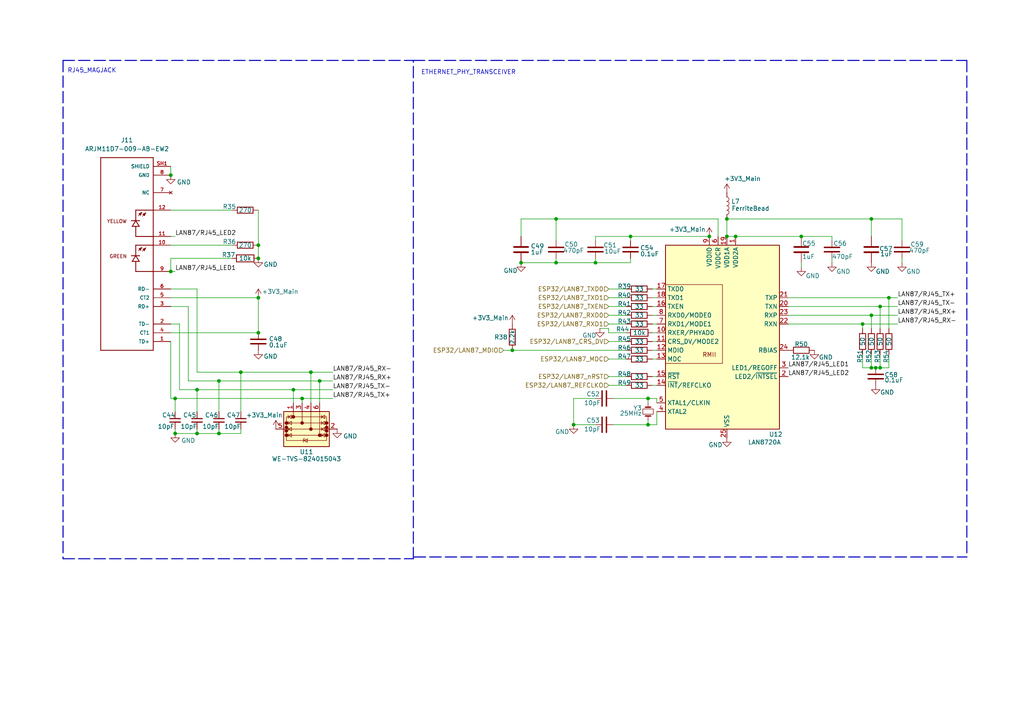
<source format=kicad_sch>
(kicad_sch
	(version 20250114)
	(generator "eeschema")
	(generator_version "9.0")
	(uuid "bbe8de9c-c6b1-40f9-bad5-6cb2747767f3")
	(paper "A4")
	(lib_symbols
		(symbol "0_Smart_Switch:ARJM11D7-009-AB-EW2"
			(pin_names
				(offset 1.016)
			)
			(exclude_from_sim no)
			(in_bom yes)
			(on_board yes)
			(property "Reference" "J"
				(at -7.62 28.702 0)
				(effects
					(font
						(size 1.27 1.27)
					)
					(justify left bottom)
				)
			)
			(property "Value" "ARJM11D7-009-AB-EW2"
				(at -7.62 -30.48 0)
				(effects
					(font
						(size 1.27 1.27)
					)
					(justify left bottom)
				)
			)
			(property "Footprint" "ARJM11D7-009-AB-EW2:ABRACON_ARJM11D7-009-AB-EW2"
				(at 0 0 0)
				(effects
					(font
						(size 1.27 1.27)
					)
					(justify bottom)
					(hide yes)
				)
			)
			(property "Datasheet" ""
				(at 0 0 0)
				(effects
					(font
						(size 1.27 1.27)
					)
					(hide yes)
				)
			)
			(property "Description" ""
				(at 0 0 0)
				(effects
					(font
						(size 1.27 1.27)
					)
					(hide yes)
				)
			)
			(property "MF" "Abracon LLC"
				(at 0 0 0)
				(effects
					(font
						(size 1.27 1.27)
					)
					(justify bottom)
					(hide yes)
				)
			)
			(property "MAXIMUM_PACKAGE_HEIGHT" "13.8mm"
				(at 0 0 0)
				(effects
					(font
						(size 1.27 1.27)
					)
					(justify bottom)
					(hide yes)
				)
			)
			(property "Package" "None"
				(at 0 0 0)
				(effects
					(font
						(size 1.27 1.27)
					)
					(justify bottom)
					(hide yes)
				)
			)
			(property "Price" "None"
				(at 0 0 0)
				(effects
					(font
						(size 1.27 1.27)
					)
					(justify bottom)
					(hide yes)
				)
			)
			(property "Check_prices" "https://www.snapeda.com/parts/ARJM11D7-009-AB-EW2/Abracon/view-part/?ref=eda"
				(at 0 0 0)
				(effects
					(font
						(size 1.27 1.27)
					)
					(justify bottom)
					(hide yes)
				)
			)
			(property "STANDARD" "Manufacturer Recommendations"
				(at 0 0 0)
				(effects
					(font
						(size 1.27 1.27)
					)
					(justify bottom)
					(hide yes)
				)
			)
			(property "PARTREV" "03-08-24"
				(at 0 0 0)
				(effects
					(font
						(size 1.27 1.27)
					)
					(justify bottom)
					(hide yes)
				)
			)
			(property "SnapEDA_Link" "https://www.snapeda.com/parts/ARJM11D7-009-AB-EW2/Abracon/view-part/?ref=snap"
				(at 0 0 0)
				(effects
					(font
						(size 1.27 1.27)
					)
					(justify bottom)
					(hide yes)
				)
			)
			(property "MP" "ARJM11D7-009-AB-EW2"
				(at 0 0 0)
				(effects
					(font
						(size 1.27 1.27)
					)
					(justify bottom)
					(hide yes)
				)
			)
			(property "Description_1" "1 Port RJ45 Magjack Connector Through Hole 10/100 Base-T, AutoMDIX"
				(at 0 0 0)
				(effects
					(font
						(size 1.27 1.27)
					)
					(justify bottom)
					(hide yes)
				)
			)
			(property "Availability" "In Stock"
				(at 0 0 0)
				(effects
					(font
						(size 1.27 1.27)
					)
					(justify bottom)
					(hide yes)
				)
			)
			(property "MANUFACTURER" "Abracon LLC"
				(at 0 0 0)
				(effects
					(font
						(size 1.27 1.27)
					)
					(justify bottom)
					(hide yes)
				)
			)
			(symbol "ARJM11D7-009-AB-EW2_0_0"
				(polyline
					(pts
						(xy -7.62 5.08) (xy -7.62 27.94)
					)
					(stroke
						(width 0.254)
						(type default)
					)
					(fill
						(type none)
					)
				)
				(polyline
					(pts
						(xy -7.62 -2.54) (xy -7.62 5.08)
					)
					(stroke
						(width 0.254)
						(type default)
					)
					(fill
						(type none)
					)
				)
				(polyline
					(pts
						(xy -7.62 -5.08) (xy -7.62 -2.54)
					)
					(stroke
						(width 0.254)
						(type default)
					)
					(fill
						(type none)
					)
				)
				(polyline
					(pts
						(xy -7.62 -12.7) (xy -7.62 -5.08)
					)
					(stroke
						(width 0.254)
						(type default)
					)
					(fill
						(type none)
					)
				)
				(polyline
					(pts
						(xy -7.62 -27.94) (xy -7.62 -12.7)
					)
					(stroke
						(width 0.254)
						(type default)
					)
					(fill
						(type none)
					)
				)
				(polyline
					(pts
						(xy -7.62 -27.94) (xy 7.62 -27.94)
					)
					(stroke
						(width 0.254)
						(type default)
					)
					(fill
						(type none)
					)
				)
				(polyline
					(pts
						(xy -5.461 -1.778) (xy -4.572 -1.397) (xy -5.08 -0.889) (xy -5.461 -1.778)
					)
					(stroke
						(width 0.1524)
						(type default)
					)
					(fill
						(type outline)
					)
				)
				(polyline
					(pts
						(xy -5.461 -11.938) (xy -4.572 -11.557) (xy -5.08 -11.049) (xy -5.461 -11.938)
					)
					(stroke
						(width 0.1524)
						(type default)
					)
					(fill
						(type outline)
					)
				)
				(polyline
					(pts
						(xy -4.445 -0.762) (xy -5.461 -1.778)
					)
					(stroke
						(width 0.1524)
						(type default)
					)
					(fill
						(type none)
					)
				)
				(polyline
					(pts
						(xy -4.445 -10.922) (xy -5.461 -11.938)
					)
					(stroke
						(width 0.1524)
						(type default)
					)
					(fill
						(type none)
					)
				)
				(polyline
					(pts
						(xy -4.318 -1.905) (xy -3.429 -1.524) (xy -3.937 -1.016) (xy -4.318 -1.905)
					)
					(stroke
						(width 0.1524)
						(type default)
					)
					(fill
						(type outline)
					)
				)
				(polyline
					(pts
						(xy -4.318 -12.065) (xy -3.429 -11.684) (xy -3.937 -11.176) (xy -4.318 -12.065)
					)
					(stroke
						(width 0.1524)
						(type default)
					)
					(fill
						(type outline)
					)
				)
				(polyline
					(pts
						(xy -3.683 0.508) (xy -2.54 0.508)
					)
					(stroke
						(width 0.254)
						(type default)
					)
					(fill
						(type none)
					)
				)
				(polyline
					(pts
						(xy -3.683 -9.652) (xy -2.54 -9.652)
					)
					(stroke
						(width 0.254)
						(type default)
					)
					(fill
						(type none)
					)
				)
				(polyline
					(pts
						(xy -3.556 2.159) (xy -2.54 0.508)
					)
					(stroke
						(width 0.254)
						(type default)
					)
					(fill
						(type none)
					)
				)
				(polyline
					(pts
						(xy -3.556 2.159) (xy -1.524 2.159)
					)
					(stroke
						(width 0.254)
						(type default)
					)
					(fill
						(type none)
					)
				)
				(polyline
					(pts
						(xy -3.556 -8.001) (xy -2.54 -9.652)
					)
					(stroke
						(width 0.254)
						(type default)
					)
					(fill
						(type none)
					)
				)
				(polyline
					(pts
						(xy -3.556 -8.001) (xy -1.524 -8.001)
					)
					(stroke
						(width 0.254)
						(type default)
					)
					(fill
						(type none)
					)
				)
				(polyline
					(pts
						(xy -3.302 -0.889) (xy -4.318 -1.905)
					)
					(stroke
						(width 0.1524)
						(type default)
					)
					(fill
						(type none)
					)
				)
				(polyline
					(pts
						(xy -3.302 -11.049) (xy -4.318 -12.065)
					)
					(stroke
						(width 0.1524)
						(type default)
					)
					(fill
						(type none)
					)
				)
				(polyline
					(pts
						(xy -2.54 5.08) (xy -7.62 5.08)
					)
					(stroke
						(width 0.254)
						(type default)
					)
					(fill
						(type none)
					)
				)
				(polyline
					(pts
						(xy -2.54 5.08) (xy -2.54 2.286)
					)
					(stroke
						(width 0.254)
						(type default)
					)
					(fill
						(type none)
					)
				)
				(polyline
					(pts
						(xy -2.54 0.508) (xy -1.524 2.159)
					)
					(stroke
						(width 0.254)
						(type default)
					)
					(fill
						(type none)
					)
				)
				(polyline
					(pts
						(xy -2.54 0.508) (xy -1.27 0.508)
					)
					(stroke
						(width 0.254)
						(type default)
					)
					(fill
						(type none)
					)
				)
				(polyline
					(pts
						(xy -2.54 0.381) (xy -2.54 -2.54)
					)
					(stroke
						(width 0.254)
						(type default)
					)
					(fill
						(type none)
					)
				)
				(polyline
					(pts
						(xy -2.54 -2.54) (xy -7.62 -2.54)
					)
					(stroke
						(width 0.254)
						(type default)
					)
					(fill
						(type none)
					)
				)
				(polyline
					(pts
						(xy -2.54 -5.08) (xy -7.62 -5.08)
					)
					(stroke
						(width 0.254)
						(type default)
					)
					(fill
						(type none)
					)
				)
				(polyline
					(pts
						(xy -2.54 -5.08) (xy -2.54 -7.874)
					)
					(stroke
						(width 0.254)
						(type default)
					)
					(fill
						(type none)
					)
				)
				(polyline
					(pts
						(xy -2.54 -9.652) (xy -1.524 -8.001)
					)
					(stroke
						(width 0.254)
						(type default)
					)
					(fill
						(type none)
					)
				)
				(polyline
					(pts
						(xy -2.54 -9.652) (xy -1.27 -9.652)
					)
					(stroke
						(width 0.254)
						(type default)
					)
					(fill
						(type none)
					)
				)
				(polyline
					(pts
						(xy -2.54 -9.779) (xy -2.54 -12.7)
					)
					(stroke
						(width 0.254)
						(type default)
					)
					(fill
						(type none)
					)
				)
				(polyline
					(pts
						(xy -2.54 -12.7) (xy -7.62 -12.7)
					)
					(stroke
						(width 0.254)
						(type default)
					)
					(fill
						(type none)
					)
				)
				(polyline
					(pts
						(xy 7.62 27.94) (xy -7.62 27.94)
					)
					(stroke
						(width 0.254)
						(type default)
					)
					(fill
						(type none)
					)
				)
				(polyline
					(pts
						(xy 7.62 -27.94) (xy 7.62 27.94)
					)
					(stroke
						(width 0.254)
						(type default)
					)
					(fill
						(type none)
					)
				)
				(text "GREEN"
					(at 0 1.27 0)
					(effects
						(font
							(size 1.016 1.016)
						)
						(justify left bottom)
					)
				)
				(text "YELLOW"
					(at 0 -8.89 0)
					(effects
						(font
							(size 1.016 1.016)
						)
						(justify left bottom)
					)
				)
				(pin passive line
					(at -12.7 25.4 0)
					(length 5.08)
					(name "TD+"
						(effects
							(font
								(size 1.016 1.016)
							)
						)
					)
					(number "1"
						(effects
							(font
								(size 1.016 1.016)
							)
						)
					)
				)
				(pin passive line
					(at -12.7 22.86 0)
					(length 5.08)
					(name "CT1"
						(effects
							(font
								(size 1.016 1.016)
							)
						)
					)
					(number "4"
						(effects
							(font
								(size 1.016 1.016)
							)
						)
					)
				)
				(pin passive line
					(at -12.7 20.32 0)
					(length 5.08)
					(name "TD-"
						(effects
							(font
								(size 1.016 1.016)
							)
						)
					)
					(number "2"
						(effects
							(font
								(size 1.016 1.016)
							)
						)
					)
				)
				(pin passive line
					(at -12.7 15.24 0)
					(length 5.08)
					(name "RD+"
						(effects
							(font
								(size 1.016 1.016)
							)
						)
					)
					(number "3"
						(effects
							(font
								(size 1.016 1.016)
							)
						)
					)
				)
				(pin passive line
					(at -12.7 12.7 0)
					(length 5.08)
					(name "CT2"
						(effects
							(font
								(size 1.016 1.016)
							)
						)
					)
					(number "5"
						(effects
							(font
								(size 1.016 1.016)
							)
						)
					)
				)
				(pin passive line
					(at -12.7 10.16 0)
					(length 5.08)
					(name "RD-"
						(effects
							(font
								(size 1.016 1.016)
							)
						)
					)
					(number "6"
						(effects
							(font
								(size 1.016 1.016)
							)
						)
					)
				)
				(pin passive line
					(at -12.7 5.08 0)
					(length 5.08)
					(name "~"
						(effects
							(font
								(size 1.016 1.016)
							)
						)
					)
					(number "9"
						(effects
							(font
								(size 1.016 1.016)
							)
						)
					)
				)
				(pin passive line
					(at -12.7 -2.54 0)
					(length 5.08)
					(name "~"
						(effects
							(font
								(size 1.016 1.016)
							)
						)
					)
					(number "10"
						(effects
							(font
								(size 1.016 1.016)
							)
						)
					)
				)
				(pin passive line
					(at -12.7 -5.08 0)
					(length 5.08)
					(name "~"
						(effects
							(font
								(size 1.016 1.016)
							)
						)
					)
					(number "11"
						(effects
							(font
								(size 1.016 1.016)
							)
						)
					)
				)
				(pin passive line
					(at -12.7 -12.7 0)
					(length 5.08)
					(name "~"
						(effects
							(font
								(size 1.016 1.016)
							)
						)
					)
					(number "12"
						(effects
							(font
								(size 1.016 1.016)
							)
						)
					)
				)
				(pin no_connect line
					(at -12.7 -17.78 0)
					(length 5.08)
					(name "NC"
						(effects
							(font
								(size 1.016 1.016)
							)
						)
					)
					(number "7"
						(effects
							(font
								(size 1.016 1.016)
							)
						)
					)
				)
				(pin power_in line
					(at -12.7 -22.86 0)
					(length 5.08)
					(name "GND"
						(effects
							(font
								(size 1.016 1.016)
							)
						)
					)
					(number "8"
						(effects
							(font
								(size 1.016 1.016)
							)
						)
					)
				)
				(pin passive line
					(at -12.7 -25.4 0)
					(length 5.08)
					(name "SHIELD"
						(effects
							(font
								(size 1.016 1.016)
							)
						)
					)
					(number "SH1"
						(effects
							(font
								(size 1.016 1.016)
							)
						)
					)
				)
				(pin passive line
					(at -12.7 -25.4 0)
					(length 5.08)
					(hide yes)
					(name "SHIELD"
						(effects
							(font
								(size 1.016 1.016)
							)
						)
					)
					(number "SH2"
						(effects
							(font
								(size 1.016 1.016)
							)
						)
					)
				)
			)
			(embedded_fonts no)
		)
		(symbol "Device:C"
			(pin_numbers
				(hide yes)
			)
			(pin_names
				(offset 0.254)
			)
			(exclude_from_sim no)
			(in_bom yes)
			(on_board yes)
			(property "Reference" "C"
				(at 0.635 2.54 0)
				(effects
					(font
						(size 1.27 1.27)
					)
					(justify left)
				)
			)
			(property "Value" "C"
				(at 0.635 -2.54 0)
				(effects
					(font
						(size 1.27 1.27)
					)
					(justify left)
				)
			)
			(property "Footprint" ""
				(at 0.9652 -3.81 0)
				(effects
					(font
						(size 1.27 1.27)
					)
					(hide yes)
				)
			)
			(property "Datasheet" "~"
				(at 0 0 0)
				(effects
					(font
						(size 1.27 1.27)
					)
					(hide yes)
				)
			)
			(property "Description" "Unpolarized capacitor"
				(at 0 0 0)
				(effects
					(font
						(size 1.27 1.27)
					)
					(hide yes)
				)
			)
			(property "ki_keywords" "cap capacitor"
				(at 0 0 0)
				(effects
					(font
						(size 1.27 1.27)
					)
					(hide yes)
				)
			)
			(property "ki_fp_filters" "C_*"
				(at 0 0 0)
				(effects
					(font
						(size 1.27 1.27)
					)
					(hide yes)
				)
			)
			(symbol "C_0_1"
				(polyline
					(pts
						(xy -2.032 0.762) (xy 2.032 0.762)
					)
					(stroke
						(width 0.508)
						(type default)
					)
					(fill
						(type none)
					)
				)
				(polyline
					(pts
						(xy -2.032 -0.762) (xy 2.032 -0.762)
					)
					(stroke
						(width 0.508)
						(type default)
					)
					(fill
						(type none)
					)
				)
			)
			(symbol "C_1_1"
				(pin passive line
					(at 0 3.81 270)
					(length 2.794)
					(name "~"
						(effects
							(font
								(size 1.27 1.27)
							)
						)
					)
					(number "1"
						(effects
							(font
								(size 1.27 1.27)
							)
						)
					)
				)
				(pin passive line
					(at 0 -3.81 90)
					(length 2.794)
					(name "~"
						(effects
							(font
								(size 1.27 1.27)
							)
						)
					)
					(number "2"
						(effects
							(font
								(size 1.27 1.27)
							)
						)
					)
				)
			)
			(embedded_fonts no)
		)
		(symbol "Device:R"
			(pin_numbers
				(hide yes)
			)
			(pin_names
				(offset 0)
			)
			(exclude_from_sim no)
			(in_bom yes)
			(on_board yes)
			(property "Reference" "R"
				(at 2.032 0 90)
				(effects
					(font
						(size 1.27 1.27)
					)
				)
			)
			(property "Value" "R"
				(at 0 0 90)
				(effects
					(font
						(size 1.27 1.27)
					)
				)
			)
			(property "Footprint" ""
				(at -1.778 0 90)
				(effects
					(font
						(size 1.27 1.27)
					)
					(hide yes)
				)
			)
			(property "Datasheet" "~"
				(at 0 0 0)
				(effects
					(font
						(size 1.27 1.27)
					)
					(hide yes)
				)
			)
			(property "Description" "Resistor"
				(at 0 0 0)
				(effects
					(font
						(size 1.27 1.27)
					)
					(hide yes)
				)
			)
			(property "ki_keywords" "R res resistor"
				(at 0 0 0)
				(effects
					(font
						(size 1.27 1.27)
					)
					(hide yes)
				)
			)
			(property "ki_fp_filters" "R_*"
				(at 0 0 0)
				(effects
					(font
						(size 1.27 1.27)
					)
					(hide yes)
				)
			)
			(symbol "R_0_1"
				(rectangle
					(start -1.016 -2.54)
					(end 1.016 2.54)
					(stroke
						(width 0.254)
						(type default)
					)
					(fill
						(type none)
					)
				)
			)
			(symbol "R_1_1"
				(pin passive line
					(at 0 3.81 270)
					(length 1.27)
					(name "~"
						(effects
							(font
								(size 1.27 1.27)
							)
						)
					)
					(number "1"
						(effects
							(font
								(size 1.27 1.27)
							)
						)
					)
				)
				(pin passive line
					(at 0 -3.81 90)
					(length 1.27)
					(name "~"
						(effects
							(font
								(size 1.27 1.27)
							)
						)
					)
					(number "2"
						(effects
							(font
								(size 1.27 1.27)
							)
						)
					)
				)
			)
			(embedded_fonts no)
		)
		(symbol "Interface_Ethernet:LAN8720A"
			(exclude_from_sim no)
			(in_bom yes)
			(on_board yes)
			(property "Reference" "U"
				(at -13.97 29.21 0)
				(effects
					(font
						(size 1.27 1.27)
					)
					(justify right)
				)
			)
			(property "Value" "LAN8720A"
				(at 15.24 29.21 0)
				(effects
					(font
						(size 1.27 1.27)
					)
					(justify right)
				)
			)
			(property "Footprint" "Package_DFN_QFN:VQFN-24-1EP_4x4mm_P0.5mm_EP2.5x2.5mm_ThermalVias"
				(at 1.27 -26.67 0)
				(effects
					(font
						(size 1.27 1.27)
					)
					(justify left)
					(hide yes)
				)
			)
			(property "Datasheet" "http://ww1.microchip.com/downloads/en/DeviceDoc/8720a.pdf"
				(at -5.08 -24.13 0)
				(effects
					(font
						(size 1.27 1.27)
					)
					(hide yes)
				)
			)
			(property "Description" "LAN8720 Ethernet PHY with RMII interface, QFN-24"
				(at 0 0 0)
				(effects
					(font
						(size 1.27 1.27)
					)
					(hide yes)
				)
			)
			(property "ki_keywords" "ETH PHY RMII"
				(at 0 0 0)
				(effects
					(font
						(size 1.27 1.27)
					)
					(hide yes)
				)
			)
			(property "ki_fp_filters" "VQFN*1EP*4x4mm*P0.5mm*"
				(at 0 0 0)
				(effects
					(font
						(size 1.27 1.27)
					)
					(hide yes)
				)
			)
			(symbol "LAN8720A_0_0"
				(text "RMII"
					(at -5.08 -3.81 0)
					(effects
						(font
							(size 1.27 1.27)
						)
					)
				)
			)
			(symbol "LAN8720A_0_1"
				(rectangle
					(start -17.78 27.94)
					(end 15.24 -25.4)
					(stroke
						(width 0.254)
						(type default)
					)
					(fill
						(type background)
					)
				)
				(polyline
					(pts
						(xy -17.78 -6.35) (xy -1.27 -6.35) (xy -1.27 16.51) (xy -17.78 16.51)
					)
					(stroke
						(width 0)
						(type default)
					)
					(fill
						(type none)
					)
				)
			)
			(symbol "LAN8720A_1_1"
				(pin input line
					(at -20.32 15.24 0)
					(length 2.54)
					(name "TXD0"
						(effects
							(font
								(size 1.27 1.27)
							)
						)
					)
					(number "17"
						(effects
							(font
								(size 1.27 1.27)
							)
						)
					)
				)
				(pin input line
					(at -20.32 12.7 0)
					(length 2.54)
					(name "TXD1"
						(effects
							(font
								(size 1.27 1.27)
							)
						)
					)
					(number "18"
						(effects
							(font
								(size 1.27 1.27)
							)
						)
					)
				)
				(pin input line
					(at -20.32 10.16 0)
					(length 2.54)
					(name "TXEN"
						(effects
							(font
								(size 1.27 1.27)
							)
						)
					)
					(number "16"
						(effects
							(font
								(size 1.27 1.27)
							)
						)
					)
				)
				(pin bidirectional line
					(at -20.32 7.62 0)
					(length 2.54)
					(name "RXD0/MODE0"
						(effects
							(font
								(size 1.27 1.27)
							)
						)
					)
					(number "8"
						(effects
							(font
								(size 1.27 1.27)
							)
						)
					)
				)
				(pin bidirectional line
					(at -20.32 5.08 0)
					(length 2.54)
					(name "RXD1/MODE1"
						(effects
							(font
								(size 1.27 1.27)
							)
						)
					)
					(number "7"
						(effects
							(font
								(size 1.27 1.27)
							)
						)
					)
				)
				(pin output line
					(at -20.32 2.54 0)
					(length 2.54)
					(name "RXER/PHYAD0"
						(effects
							(font
								(size 1.27 1.27)
							)
						)
					)
					(number "10"
						(effects
							(font
								(size 1.27 1.27)
							)
						)
					)
				)
				(pin bidirectional line
					(at -20.32 0 0)
					(length 2.54)
					(name "CRS_DV/MODE2"
						(effects
							(font
								(size 1.27 1.27)
							)
						)
					)
					(number "11"
						(effects
							(font
								(size 1.27 1.27)
							)
						)
					)
				)
				(pin bidirectional line
					(at -20.32 -2.54 0)
					(length 2.54)
					(name "MDIO"
						(effects
							(font
								(size 1.27 1.27)
							)
						)
					)
					(number "12"
						(effects
							(font
								(size 1.27 1.27)
							)
						)
					)
				)
				(pin input line
					(at -20.32 -5.08 0)
					(length 2.54)
					(name "MDC"
						(effects
							(font
								(size 1.27 1.27)
							)
						)
					)
					(number "13"
						(effects
							(font
								(size 1.27 1.27)
							)
						)
					)
				)
				(pin input line
					(at -20.32 -10.16 0)
					(length 2.54)
					(name "~{RST}"
						(effects
							(font
								(size 1.27 1.27)
							)
						)
					)
					(number "15"
						(effects
							(font
								(size 1.27 1.27)
							)
						)
					)
				)
				(pin output line
					(at -20.32 -12.7 0)
					(length 2.54)
					(name "~{INT}/REFCLKO"
						(effects
							(font
								(size 1.27 1.27)
							)
						)
					)
					(number "14"
						(effects
							(font
								(size 1.27 1.27)
							)
						)
					)
				)
				(pin input line
					(at -20.32 -17.78 0)
					(length 2.54)
					(name "XTAL1/CLKIN"
						(effects
							(font
								(size 1.27 1.27)
							)
						)
					)
					(number "5"
						(effects
							(font
								(size 1.27 1.27)
							)
						)
					)
				)
				(pin output line
					(at -20.32 -20.32 0)
					(length 2.54)
					(name "XTAL2"
						(effects
							(font
								(size 1.27 1.27)
							)
						)
					)
					(number "4"
						(effects
							(font
								(size 1.27 1.27)
							)
						)
					)
				)
				(pin power_in line
					(at -5.08 30.48 270)
					(length 2.54)
					(name "VDDIO"
						(effects
							(font
								(size 1.27 1.27)
							)
						)
					)
					(number "9"
						(effects
							(font
								(size 1.27 1.27)
							)
						)
					)
				)
				(pin power_in line
					(at -2.54 30.48 270)
					(length 2.54)
					(name "VDDCR"
						(effects
							(font
								(size 1.27 1.27)
							)
						)
					)
					(number "6"
						(effects
							(font
								(size 1.27 1.27)
							)
						)
					)
				)
				(pin power_in line
					(at 0 30.48 270)
					(length 2.54)
					(name "VDD1A"
						(effects
							(font
								(size 1.27 1.27)
							)
						)
					)
					(number "19"
						(effects
							(font
								(size 1.27 1.27)
							)
						)
					)
				)
				(pin power_in line
					(at 0 -27.94 90)
					(length 2.54)
					(name "VSS"
						(effects
							(font
								(size 1.27 1.27)
							)
						)
					)
					(number "25"
						(effects
							(font
								(size 1.27 1.27)
							)
						)
					)
				)
				(pin power_in line
					(at 2.54 30.48 270)
					(length 2.54)
					(name "VDD2A"
						(effects
							(font
								(size 1.27 1.27)
							)
						)
					)
					(number "1"
						(effects
							(font
								(size 1.27 1.27)
							)
						)
					)
				)
				(pin bidirectional line
					(at 17.78 12.7 180)
					(length 2.54)
					(name "TXP"
						(effects
							(font
								(size 1.27 1.27)
							)
						)
					)
					(number "21"
						(effects
							(font
								(size 1.27 1.27)
							)
						)
					)
				)
				(pin bidirectional line
					(at 17.78 10.16 180)
					(length 2.54)
					(name "TXN"
						(effects
							(font
								(size 1.27 1.27)
							)
						)
					)
					(number "20"
						(effects
							(font
								(size 1.27 1.27)
							)
						)
					)
				)
				(pin bidirectional line
					(at 17.78 7.62 180)
					(length 2.54)
					(name "RXP"
						(effects
							(font
								(size 1.27 1.27)
							)
						)
					)
					(number "23"
						(effects
							(font
								(size 1.27 1.27)
							)
						)
					)
				)
				(pin bidirectional line
					(at 17.78 5.08 180)
					(length 2.54)
					(name "RXN"
						(effects
							(font
								(size 1.27 1.27)
							)
						)
					)
					(number "22"
						(effects
							(font
								(size 1.27 1.27)
							)
						)
					)
				)
				(pin passive line
					(at 17.78 -2.54 180)
					(length 2.54)
					(name "RBIAS"
						(effects
							(font
								(size 1.27 1.27)
							)
						)
					)
					(number "24"
						(effects
							(font
								(size 1.27 1.27)
							)
						)
					)
				)
				(pin bidirectional line
					(at 17.78 -7.62 180)
					(length 2.54)
					(name "LED1/REGOFF"
						(effects
							(font
								(size 1.27 1.27)
							)
						)
					)
					(number "3"
						(effects
							(font
								(size 1.27 1.27)
							)
						)
					)
				)
				(pin bidirectional line
					(at 17.78 -10.16 180)
					(length 2.54)
					(name "LED2/~{INTSEL}"
						(effects
							(font
								(size 1.27 1.27)
							)
						)
					)
					(number "2"
						(effects
							(font
								(size 1.27 1.27)
							)
						)
					)
				)
			)
			(embedded_fonts no)
		)
		(symbol "PCM_4ms_Inductor:FerriteBead_0603_1.5A"
			(pin_numbers
				(hide yes)
			)
			(pin_names
				(offset 1.016)
				(hide yes)
			)
			(exclude_from_sim no)
			(in_bom yes)
			(on_board yes)
			(property "Reference" "L"
				(at -1.27 0 90)
				(effects
					(font
						(size 1.27 1.27)
					)
				)
			)
			(property "Value" "FerriteBead_0603_1.5A"
				(at 0 6.35 0)
				(effects
					(font
						(size 1.27 1.27)
					)
					(hide yes)
				)
			)
			(property "Footprint" "4ms_Resistor:R_0603"
				(at 0 0 0)
				(effects
					(font
						(size 1.27 1.27)
					)
					(hide yes)
				)
			)
			(property "Datasheet" ""
				(at 0 0 0)
				(effects
					(font
						(size 1.27 1.27)
					)
					(hide yes)
				)
			)
			(property "Description" "Chip Bead, Ferrite Chip Bead, Z=30Ω @ 100MHz, RmaxDC=90mΩ, ImaxDC=1.5A"
				(at 0 0 0)
				(effects
					(font
						(size 1.27 1.27)
					)
					(hide yes)
				)
			)
			(property "Specifications" "Chip Bead, Ferrite Chip Bead, Z=30Ω @ 100MHz, RmaxDC=90mΩ, ImaxDC=1.5A"
				(at -2.54 -7.874 0)
				(effects
					(font
						(size 1.27 1.27)
					)
					(justify left)
					(hide yes)
				)
			)
			(property "Manufacturer" "Laird"
				(at -2.54 -9.398 0)
				(effects
					(font
						(size 1.27 1.27)
					)
					(justify left)
					(hide yes)
				)
			)
			(property "Part Number" "MI0603K300R-10"
				(at -2.54 -10.922 0)
				(effects
					(font
						(size 1.27 1.27)
					)
					(justify left)
					(hide yes)
				)
			)
			(property "Display" "Ferrite Bead"
				(at 2.54 1.27 90)
				(effects
					(font
						(size 1.524 1.524)
					)
				)
			)
			(property "ki_keywords" "FerriteBead_0603_1.5A"
				(at 0 0 0)
				(effects
					(font
						(size 1.27 1.27)
					)
					(hide yes)
				)
			)
			(property "ki_fp_filters" "Choke_* *Coil* Inductor_* L_*"
				(at 0 0 0)
				(effects
					(font
						(size 1.27 1.27)
					)
					(hide yes)
				)
			)
			(symbol "FerriteBead_0603_1.5A_0_1"
				(arc
					(start 0 2.54)
					(mid 0.6323 1.905)
					(end 0 1.27)
					(stroke
						(width 0)
						(type default)
					)
					(fill
						(type none)
					)
				)
				(arc
					(start 0 1.27)
					(mid 0.6323 0.635)
					(end 0 0)
					(stroke
						(width 0)
						(type default)
					)
					(fill
						(type none)
					)
				)
				(arc
					(start 0 0)
					(mid 0.6323 -0.635)
					(end 0 -1.27)
					(stroke
						(width 0)
						(type default)
					)
					(fill
						(type none)
					)
				)
				(arc
					(start 0 -1.27)
					(mid 0.6323 -1.905)
					(end 0 -2.54)
					(stroke
						(width 0)
						(type default)
					)
					(fill
						(type none)
					)
				)
			)
			(symbol "FerriteBead_0603_1.5A_1_1"
				(pin passive line
					(at 0 3.81 270)
					(length 1.27)
					(name "1"
						(effects
							(font
								(size 1.27 1.27)
							)
						)
					)
					(number "1"
						(effects
							(font
								(size 1.27 1.27)
							)
						)
					)
				)
				(pin passive line
					(at 0 -3.81 90)
					(length 1.27)
					(name "2"
						(effects
							(font
								(size 1.27 1.27)
							)
						)
					)
					(number "2"
						(effects
							(font
								(size 1.27 1.27)
							)
						)
					)
				)
			)
			(embedded_fonts no)
		)
		(symbol "PCM_4ms_Power-symbol:GND"
			(power)
			(pin_names
				(offset 0)
			)
			(exclude_from_sim no)
			(in_bom yes)
			(on_board yes)
			(property "Reference" "#PWR"
				(at 0 -6.35 0)
				(effects
					(font
						(size 1.27 1.27)
					)
					(hide yes)
				)
			)
			(property "Value" "GND"
				(at 0 -3.81 0)
				(effects
					(font
						(size 1.27 1.27)
					)
				)
			)
			(property "Footprint" ""
				(at 0 0 0)
				(effects
					(font
						(size 1.27 1.27)
					)
					(hide yes)
				)
			)
			(property "Datasheet" ""
				(at 0 0 0)
				(effects
					(font
						(size 1.27 1.27)
					)
					(hide yes)
				)
			)
			(property "Description" ""
				(at 0 0 0)
				(effects
					(font
						(size 1.27 1.27)
					)
					(hide yes)
				)
			)
			(symbol "GND_0_1"
				(polyline
					(pts
						(xy 0 0) (xy 0 -1.27) (xy 1.27 -1.27) (xy 0 -2.54) (xy -1.27 -1.27) (xy 0 -1.27)
					)
					(stroke
						(width 0)
						(type default)
					)
					(fill
						(type none)
					)
				)
			)
			(symbol "GND_1_1"
				(pin power_in line
					(at 0 0 270)
					(length 0)
					(hide yes)
					(name "GND"
						(effects
							(font
								(size 1.27 1.27)
							)
						)
					)
					(number "1"
						(effects
							(font
								(size 1.27 1.27)
							)
						)
					)
				)
			)
			(embedded_fonts no)
		)
		(symbol "PCM_SL_Devices:Capacitor_NP"
			(exclude_from_sim no)
			(in_bom yes)
			(on_board yes)
			(property "Reference" "C"
				(at 0 6.35 0)
				(effects
					(font
						(size 1.27 1.27)
					)
				)
			)
			(property "Value" "Capacitor_NP"
				(at 0 3.81 0)
				(effects
					(font
						(size 1.27 1.27)
					)
				)
			)
			(property "Footprint" "Capacitor_THT:C_Disc_D3.0mm_W2.0mm_P2.50mm"
				(at 0 -3.81 0)
				(effects
					(font
						(size 1.27 1.27)
					)
					(hide yes)
				)
			)
			(property "Datasheet" ""
				(at 0 0 0)
				(effects
					(font
						(size 1.27 1.27)
					)
					(hide yes)
				)
			)
			(property "Description" "Unpolarized Capacitor"
				(at 0 0 0)
				(effects
					(font
						(size 1.27 1.27)
					)
					(hide yes)
				)
			)
			(property "ki_keywords" "Capacitor"
				(at 0 0 0)
				(effects
					(font
						(size 1.27 1.27)
					)
					(hide yes)
				)
			)
			(property "ki_fp_filters" "Capacitor_THT:C_Rect_L7.0mm_W3.5mm_P5.00mm Capacitor_THT:C_Rect_L7.0mm_W4.5mm_P5.00mm Capacitor_THT:C_Rect_L29.0mm_W7.6mm_P27.50mm_MKT Capacitor_THT:C_Rect_L24.0mm_W7.0mm_P22.50mm_MKT Capacitor_THT:C_Rect_L11.5mm_W5.0mm_P10.00mm_MKT Capacitor_THT:C_Rect_L9.0mm_W3.6mm_P7.50mm_MKT"
				(at 0 0 0)
				(effects
					(font
						(size 1.27 1.27)
					)
					(hide yes)
				)
			)
			(symbol "Capacitor_NP_0_1"
				(rectangle
					(start -0.762 2.286)
					(end -0.508 -2.286)
					(stroke
						(width 0)
						(type default)
					)
					(fill
						(type outline)
					)
				)
				(rectangle
					(start 0.508 2.286)
					(end 0.762 -2.286)
					(stroke
						(width 0)
						(type default)
					)
					(fill
						(type outline)
					)
				)
			)
			(symbol "Capacitor_NP_1_1"
				(pin passive line
					(at -2.54 0 0)
					(length 2)
					(name "~"
						(effects
							(font
								(size 0 0)
							)
						)
					)
					(number "1"
						(effects
							(font
								(size 0 0)
							)
						)
					)
				)
				(pin input line
					(at 2.54 0 180)
					(length 2)
					(name "~"
						(effects
							(font
								(size 0 0)
							)
						)
					)
					(number "2"
						(effects
							(font
								(size 0 0)
							)
						)
					)
				)
			)
			(embedded_fonts no)
		)
		(symbol "PCM_SL_Resistors:Resistor"
			(exclude_from_sim no)
			(in_bom yes)
			(on_board yes)
			(property "Reference" "R"
				(at 0 5.08 0)
				(effects
					(font
						(size 1.27 1.27)
					)
				)
			)
			(property "Value" "Resistor"
				(at 0 2.54 0)
				(effects
					(font
						(size 1.27 1.27)
					)
				)
			)
			(property "Footprint" "Resistor_THT:R_Axial_DIN0207_L6.3mm_D2.5mm_P10.16mm_Horizontal"
				(at 0.889 -4.318 0)
				(effects
					(font
						(size 1.27 1.27)
					)
					(hide yes)
				)
			)
			(property "Datasheet" ""
				(at 0.508 0 0)
				(effects
					(font
						(size 1.27 1.27)
					)
					(hide yes)
				)
			)
			(property "Description" "1/4W Resistor"
				(at 0 0 0)
				(effects
					(font
						(size 1.27 1.27)
					)
					(hide yes)
				)
			)
			(property "ki_keywords" "Resistor"
				(at 0 0 0)
				(effects
					(font
						(size 1.27 1.27)
					)
					(hide yes)
				)
			)
			(property "ki_fp_filters" "Resistor_THT:R_Axial_DIN0207_L6.3mm_D2.5mm*"
				(at 0 0 0)
				(effects
					(font
						(size 1.27 1.27)
					)
					(hide yes)
				)
			)
			(symbol "Resistor_0_1"
				(rectangle
					(start -2.286 0.889)
					(end 2.286 -0.889)
					(stroke
						(width 0.24)
						(type default)
					)
					(fill
						(type none)
					)
				)
			)
			(symbol "Resistor_1_1"
				(pin passive line
					(at -3.81 0 0)
					(length 1.5)
					(name ""
						(effects
							(font
								(size 1.27 1.27)
							)
						)
					)
					(number "1"
						(effects
							(font
								(size 0 0)
							)
						)
					)
				)
				(pin passive line
					(at 3.81 0 180)
					(length 1.5)
					(name "~"
						(effects
							(font
								(size 1.27 1.27)
							)
						)
					)
					(number "2"
						(effects
							(font
								(size 0 0)
							)
						)
					)
				)
			)
			(embedded_fonts no)
		)
		(symbol "PCM_SparkFun-Capacitor:C_Small"
			(pin_numbers
				(hide yes)
			)
			(pin_names
				(offset 0.254)
			)
			(exclude_from_sim no)
			(in_bom yes)
			(on_board yes)
			(property "Reference" "C"
				(at 0.635 2.54 0)
				(effects
					(font
						(size 1.27 1.27)
					)
					(justify left)
				)
			)
			(property "Value" "C_Small"
				(at 0.635 -2.54 0)
				(effects
					(font
						(size 1.27 1.27)
					)
					(justify left)
				)
			)
			(property "Footprint" "PCM_SparkFun-Capacitor:C_0603_1608Metric"
				(at 0.9652 -11.43 0)
				(effects
					(font
						(size 1.27 1.27)
					)
					(hide yes)
				)
			)
			(property "Datasheet" "https://cdn.sparkfun.com/assets/8/a/4/a/5/Kemet_Capacitor_Datasheet.pdf"
				(at 1.27 -16.51 0)
				(effects
					(font
						(size 1.27 1.27)
					)
					(hide yes)
				)
			)
			(property "Description" "Unpolarized capacitor"
				(at 0 -19.05 0)
				(effects
					(font
						(size 1.27 1.27)
					)
					(hide yes)
				)
			)
			(property "PROD_ID" "CAP-00000"
				(at 0 -13.97 0)
				(effects
					(font
						(size 1.27 1.27)
					)
					(hide yes)
				)
			)
			(property "Voltage" "1kV"
				(at 0 -6.35 0)
				(effects
					(font
						(size 1.27 1.27)
					)
				)
			)
			(property "Tolerance" "100%"
				(at 0 -8.89 0)
				(effects
					(font
						(size 1.27 1.27)
					)
				)
			)
			(property "ki_keywords" "SparkFun cap capacitor"
				(at 0 0 0)
				(effects
					(font
						(size 1.27 1.27)
					)
					(hide yes)
				)
			)
			(property "ki_fp_filters" "C_*"
				(at 0 0 0)
				(effects
					(font
						(size 1.27 1.27)
					)
					(hide yes)
				)
			)
			(symbol "C_Small_0_1"
				(polyline
					(pts
						(xy -1.524 0.508) (xy 1.524 0.508)
					)
					(stroke
						(width 0.3048)
						(type default)
					)
					(fill
						(type none)
					)
				)
				(polyline
					(pts
						(xy -1.524 -0.508) (xy 1.524 -0.508)
					)
					(stroke
						(width 0.3302)
						(type default)
					)
					(fill
						(type none)
					)
				)
			)
			(symbol "C_Small_1_1"
				(pin passive line
					(at 0 2.54 270)
					(length 2.032)
					(name "~"
						(effects
							(font
								(size 1.27 1.27)
							)
						)
					)
					(number "1"
						(effects
							(font
								(size 1.27 1.27)
							)
						)
					)
				)
				(pin passive line
					(at 0 -2.54 90)
					(length 2.032)
					(name "~"
						(effects
							(font
								(size 1.27 1.27)
							)
						)
					)
					(number "2"
						(effects
							(font
								(size 1.27 1.27)
							)
						)
					)
				)
			)
			(embedded_fonts no)
		)
		(symbol "PCM_SparkFun-Clock:Crystal_25MHz_2.0x1.6mm"
			(pin_numbers
				(hide yes)
			)
			(pin_names
				(offset 1.016)
				(hide yes)
			)
			(exclude_from_sim no)
			(in_bom yes)
			(on_board yes)
			(property "Reference" "Y"
				(at 0 2.54 0)
				(effects
					(font
						(size 1.27 1.27)
					)
				)
			)
			(property "Value" "25MHz"
				(at 0 -2.54 0)
				(effects
					(font
						(size 1.27 1.27)
					)
				)
			)
			(property "Footprint" "PCM_SparkFun-Clock:Crystal_SMD_2.0x1.6mm"
				(at 0 -7.62 0)
				(effects
					(font
						(size 1.27 1.27)
					)
					(hide yes)
				)
			)
			(property "Datasheet" "https://www.murata.com/products/productdata/8801059536926/SPEC-XRCGB25M000F2P01R0.pdf"
				(at 0 -5.08 0)
				(effects
					(font
						(size 1.27 1.27)
					)
					(hide yes)
				)
			)
			(property "Description" "Crystal"
				(at 0.254 -12.446 0)
				(effects
					(font
						(size 1.27 1.27)
					)
					(hide yes)
				)
			)
			(property "PROD_ID" "XTAL-16235"
				(at 0 -10.16 0)
				(effects
					(font
						(size 1.27 1.27)
					)
					(hide yes)
				)
			)
			(property "ki_keywords" "SparkFun quartz ceramic resonator oscillator"
				(at 0 0 0)
				(effects
					(font
						(size 1.27 1.27)
					)
					(hide yes)
				)
			)
			(property "ki_fp_filters" "Crystal*"
				(at 0 0 0)
				(effects
					(font
						(size 1.27 1.27)
					)
					(hide yes)
				)
			)
			(symbol "Crystal_25MHz_2.0x1.6mm_0_1"
				(polyline
					(pts
						(xy -1.27 -0.762) (xy -1.27 0.762)
					)
					(stroke
						(width 0.381)
						(type default)
					)
					(fill
						(type none)
					)
				)
				(rectangle
					(start -0.762 -1.524)
					(end 0.762 1.524)
					(stroke
						(width 0)
						(type default)
					)
					(fill
						(type none)
					)
				)
				(polyline
					(pts
						(xy 1.27 -0.762) (xy 1.27 0.762)
					)
					(stroke
						(width 0.381)
						(type default)
					)
					(fill
						(type none)
					)
				)
			)
			(symbol "Crystal_25MHz_2.0x1.6mm_1_1"
				(pin passive line
					(at -2.54 0 0)
					(length 1.27)
					(name "1"
						(effects
							(font
								(size 1.27 1.27)
							)
						)
					)
					(number "1"
						(effects
							(font
								(size 1.27 1.27)
							)
						)
					)
				)
				(pin passive line
					(at 2.54 0 180)
					(length 1.27)
					(name "2"
						(effects
							(font
								(size 1.27 1.27)
							)
						)
					)
					(number "2"
						(effects
							(font
								(size 1.27 1.27)
							)
						)
					)
				)
			)
			(embedded_fonts no)
		)
		(symbol "Power_Protection:WE-TVS-824015043"
			(pin_names
				(hide yes)
			)
			(exclude_from_sim no)
			(in_bom yes)
			(on_board yes)
			(property "Reference" "U"
				(at 0 12.7 0)
				(effects
					(font
						(size 1.27 1.27)
					)
				)
			)
			(property "Value" "WE-TVS-824015043"
				(at 0 10.16 0)
				(effects
					(font
						(size 1.27 1.27)
					)
				)
			)
			(property "Footprint" "Package_TO_SOT_SMD:SOT-23-6"
				(at 1.27 -8.89 0)
				(effects
					(font
						(size 1.27 1.27)
					)
					(hide yes)
				)
			)
			(property "Datasheet" "https://www.we-online.com/components/products/datasheet/824015043.pdf"
				(at 1.27 -10.16 0)
				(effects
					(font
						(size 1.27 1.27)
					)
					(hide yes)
				)
			)
			(property "Description" "Low Capacitance TVS Diode Array, 2 Channels, SOT-23-6"
				(at 0 0 0)
				(effects
					(font
						(size 1.27 1.27)
					)
					(hide yes)
				)
			)
			(property "ki_keywords" "ESD Protection TVS High-speed USB"
				(at 0 0 0)
				(effects
					(font
						(size 1.27 1.27)
					)
					(hide yes)
				)
			)
			(property "ki_fp_filters" "SOT?23*"
				(at 0 0 0)
				(effects
					(font
						(size 1.27 1.27)
					)
					(hide yes)
				)
			)
			(symbol "WE-TVS-824015043_0_0"
				(circle
					(center -3.556 2.54)
					(radius 0.0001)
					(stroke
						(width 0.508)
						(type default)
					)
					(fill
						(type none)
					)
				)
				(circle
					(center -1.778 4.572)
					(radius 0.0001)
					(stroke
						(width 0.508)
						(type default)
					)
					(fill
						(type none)
					)
				)
				(circle
					(center -1.778 0)
					(radius 0.0001)
					(stroke
						(width 0.508)
						(type default)
					)
					(fill
						(type none)
					)
				)
				(circle
					(center -1.778 -7.112)
					(radius 0.0001)
					(stroke
						(width 0.508)
						(type default)
					)
					(fill
						(type none)
					)
				)
				(circle
					(center -0.508 4.572)
					(radius 0.0001)
					(stroke
						(width 0.508)
						(type default)
					)
					(fill
						(type none)
					)
				)
				(circle
					(center -0.508 -7.112)
					(radius 0.0001)
					(stroke
						(width 0.508)
						(type default)
					)
					(fill
						(type none)
					)
				)
				(circle
					(center 0 -2.54)
					(radius 0.0001)
					(stroke
						(width 0.508)
						(type default)
					)
					(fill
						(type none)
					)
				)
				(circle
					(center 0.508 4.572)
					(radius 0.0001)
					(stroke
						(width 0.508)
						(type default)
					)
					(fill
						(type none)
					)
				)
				(circle
					(center 0.508 -7.112)
					(radius 0.0001)
					(stroke
						(width 0.508)
						(type default)
					)
					(fill
						(type none)
					)
				)
				(circle
					(center 1.778 4.572)
					(radius 0.0001)
					(stroke
						(width 0.508)
						(type default)
					)
					(fill
						(type none)
					)
				)
				(circle
					(center 1.778 -5.08)
					(radius 0.0001)
					(stroke
						(width 0.508)
						(type default)
					)
					(fill
						(type none)
					)
				)
				(circle
					(center 1.778 -7.112)
					(radius 0.0001)
					(stroke
						(width 0.508)
						(type default)
					)
					(fill
						(type none)
					)
				)
			)
			(symbol "WE-TVS-824015043_0_1"
				(polyline
					(pts
						(xy -5.08 2.54) (xy -3.556 2.54)
					)
					(stroke
						(width 0)
						(type default)
					)
					(fill
						(type none)
					)
				)
				(polyline
					(pts
						(xy -5.08 0) (xy -1.778 0)
					)
					(stroke
						(width 0)
						(type default)
					)
					(fill
						(type none)
					)
				)
				(polyline
					(pts
						(xy -5.08 -2.54) (xy 0 -2.54)
					)
					(stroke
						(width 0)
						(type default)
					)
					(fill
						(type none)
					)
				)
				(polyline
					(pts
						(xy -5.08 -5.08) (xy 1.778 -5.08)
					)
					(stroke
						(width 0)
						(type default)
					)
					(fill
						(type none)
					)
				)
				(polyline
					(pts
						(xy -4.064 3.048) (xy -3.048 3.048) (xy -3.556 4.064) (xy -4.064 3.048)
					)
					(stroke
						(width 0)
						(type default)
					)
					(fill
						(type none)
					)
				)
				(polyline
					(pts
						(xy -4.064 -5.588) (xy -3.048 -5.588)
					)
					(stroke
						(width 0)
						(type default)
					)
					(fill
						(type none)
					)
				)
				(polyline
					(pts
						(xy -3.048 4.064) (xy -4.064 4.064)
					)
					(stroke
						(width 0)
						(type default)
					)
					(fill
						(type none)
					)
				)
				(polyline
					(pts
						(xy -3.048 -6.604) (xy -4.064 -6.604) (xy -3.556 -5.588) (xy -3.048 -6.604)
					)
					(stroke
						(width 0)
						(type default)
					)
					(fill
						(type none)
					)
				)
				(polyline
					(pts
						(xy -2.286 4.064) (xy -1.27 4.064)
					)
					(stroke
						(width 0)
						(type default)
					)
					(fill
						(type none)
					)
				)
				(polyline
					(pts
						(xy -2.286 -5.588) (xy -1.27 -5.588)
					)
					(stroke
						(width 0)
						(type default)
					)
					(fill
						(type none)
					)
				)
				(polyline
					(pts
						(xy -1.27 3.048) (xy -2.286 3.048) (xy -1.778 4.064) (xy -1.27 3.048)
					)
					(stroke
						(width 0)
						(type default)
					)
					(fill
						(type none)
					)
				)
				(polyline
					(pts
						(xy -1.27 -6.604) (xy -2.286 -6.604) (xy -1.778 -5.588) (xy -1.27 -6.604)
					)
					(stroke
						(width 0)
						(type default)
					)
					(fill
						(type none)
					)
				)
				(polyline
					(pts
						(xy -0.508 3.048) (xy 0.508 3.048) (xy 0 4.064) (xy -0.508 3.048)
					)
					(stroke
						(width 0)
						(type default)
					)
					(fill
						(type none)
					)
				)
				(polyline
					(pts
						(xy -0.508 -5.588) (xy 0.508 -5.588)
					)
					(stroke
						(width 0)
						(type default)
					)
					(fill
						(type none)
					)
				)
				(polyline
					(pts
						(xy -0.508 -6.604) (xy 0.508 -6.604) (xy 0 -5.588) (xy -0.508 -6.604)
					)
					(stroke
						(width 0)
						(type default)
					)
					(fill
						(type none)
					)
				)
				(polyline
					(pts
						(xy 0 5.08) (xy 0.508 4.572)
					)
					(stroke
						(width 0)
						(type default)
					)
					(fill
						(type none)
					)
				)
				(polyline
					(pts
						(xy 0.508 4.064) (xy -0.508 4.064)
					)
					(stroke
						(width 0)
						(type default)
					)
					(fill
						(type none)
					)
				)
				(polyline
					(pts
						(xy 0.508 -7.112) (xy -0.508 -7.112)
					)
					(stroke
						(width 0)
						(type default)
					)
					(fill
						(type none)
					)
				)
				(polyline
					(pts
						(xy 1.27 4.064) (xy 2.286 4.064)
					)
					(stroke
						(width 0)
						(type default)
					)
					(fill
						(type none)
					)
				)
				(polyline
					(pts
						(xy 1.27 -6.604) (xy 2.286 -6.604) (xy 1.778 -5.588) (xy 1.27 -6.604)
					)
					(stroke
						(width 0)
						(type default)
					)
					(fill
						(type none)
					)
				)
				(polyline
					(pts
						(xy 1.778 4.572) (xy 3.302 4.572) (xy 3.302 -7.112) (xy 1.778 -7.112)
					)
					(stroke
						(width 0)
						(type default)
					)
					(fill
						(type none)
					)
				)
				(polyline
					(pts
						(xy 2.286 3.048) (xy 1.27 3.048) (xy 1.778 4.064) (xy 2.286 3.048)
					)
					(stroke
						(width 0)
						(type default)
					)
					(fill
						(type none)
					)
				)
				(polyline
					(pts
						(xy 2.286 -5.588) (xy 1.27 -5.588)
					)
					(stroke
						(width 0)
						(type default)
					)
					(fill
						(type none)
					)
				)
				(polyline
					(pts
						(xy 2.794 -0.762) (xy 2.794 -0.381) (xy 3.81 -0.381)
					)
					(stroke
						(width 0)
						(type default)
					)
					(fill
						(type none)
					)
				)
				(polyline
					(pts
						(xy 3.81 -1.524) (xy 2.794 -1.524) (xy 3.302 -0.508) (xy 3.81 -1.524)
					)
					(stroke
						(width 0)
						(type default)
					)
					(fill
						(type none)
					)
				)
			)
			(symbol "WE-TVS-824015043_1_1"
				(rectangle
					(start -5.08 5.334)
					(end 5.08 -7.874)
					(stroke
						(width 0.254)
						(type default)
					)
					(fill
						(type background)
					)
				)
				(polyline
					(pts
						(xy -1.778 4.572) (xy -3.556 4.572) (xy -3.556 -7.112) (xy -1.778 -7.112)
					)
					(stroke
						(width 0)
						(type default)
					)
					(fill
						(type none)
					)
				)
				(polyline
					(pts
						(xy -0.508 4.572) (xy 1.778 4.572) (xy 1.778 -7.112) (xy 0.508 -7.112)
					)
					(stroke
						(width 0)
						(type default)
					)
					(fill
						(type none)
					)
				)
				(polyline
					(pts
						(xy 0 -7.62) (xy -0.508 -7.112) (xy -1.778 -7.112) (xy -1.778 4.572) (xy -0.508 4.572)
					)
					(stroke
						(width 0)
						(type default)
					)
					(fill
						(type none)
					)
				)
				(polyline
					(pts
						(xy 0.508 -7.112) (xy 0 -6.604) (xy 0 4.064) (xy -0.508 4.572)
					)
					(stroke
						(width 0)
						(type default)
					)
					(fill
						(type none)
					)
				)
				(pin passive line
					(at -7.62 2.54 0)
					(length 2.54)
					(name "I/O1"
						(effects
							(font
								(size 1.27 1.27)
							)
						)
					)
					(number "1"
						(effects
							(font
								(size 1.27 1.27)
							)
						)
					)
				)
				(pin passive line
					(at -7.62 0 0)
					(length 2.54)
					(name "I/O2"
						(effects
							(font
								(size 1.27 1.27)
							)
						)
					)
					(number "3"
						(effects
							(font
								(size 1.27 1.27)
							)
						)
					)
				)
				(pin passive line
					(at -7.62 -2.54 0)
					(length 2.54)
					(name "I/O3"
						(effects
							(font
								(size 1.27 1.27)
							)
						)
					)
					(number "4"
						(effects
							(font
								(size 1.27 1.27)
							)
						)
					)
				)
				(pin passive line
					(at -7.62 -5.08 0)
					(length 2.54)
					(name "I/O4"
						(effects
							(font
								(size 1.27 1.27)
							)
						)
					)
					(number "6"
						(effects
							(font
								(size 1.27 1.27)
							)
						)
					)
				)
				(pin passive line
					(at 0 7.62 270)
					(length 2.54)
					(name "VBUS"
						(effects
							(font
								(size 1.27 1.27)
							)
						)
					)
					(number "5"
						(effects
							(font
								(size 1.27 1.27)
							)
						)
					)
				)
				(pin passive line
					(at 0 -10.16 90)
					(length 2.54)
					(name "GND"
						(effects
							(font
								(size 1.27 1.27)
							)
						)
					)
					(number "2"
						(effects
							(font
								(size 1.27 1.27)
							)
						)
					)
				)
			)
			(embedded_fonts no)
		)
		(symbol "power:+3V3"
			(power)
			(pin_numbers
				(hide yes)
			)
			(pin_names
				(offset 0)
				(hide yes)
			)
			(exclude_from_sim no)
			(in_bom yes)
			(on_board yes)
			(property "Reference" "#PWR"
				(at 0 -3.81 0)
				(effects
					(font
						(size 1.27 1.27)
					)
					(hide yes)
				)
			)
			(property "Value" "+3V3"
				(at 0 3.556 0)
				(effects
					(font
						(size 1.27 1.27)
					)
				)
			)
			(property "Footprint" ""
				(at 0 0 0)
				(effects
					(font
						(size 1.27 1.27)
					)
					(hide yes)
				)
			)
			(property "Datasheet" ""
				(at 0 0 0)
				(effects
					(font
						(size 1.27 1.27)
					)
					(hide yes)
				)
			)
			(property "Description" "Power symbol creates a global label with name \"+3V3\""
				(at 0 0 0)
				(effects
					(font
						(size 1.27 1.27)
					)
					(hide yes)
				)
			)
			(property "ki_keywords" "global power"
				(at 0 0 0)
				(effects
					(font
						(size 1.27 1.27)
					)
					(hide yes)
				)
			)
			(symbol "+3V3_0_1"
				(polyline
					(pts
						(xy -0.762 1.27) (xy 0 2.54)
					)
					(stroke
						(width 0)
						(type default)
					)
					(fill
						(type none)
					)
				)
				(polyline
					(pts
						(xy 0 2.54) (xy 0.762 1.27)
					)
					(stroke
						(width 0)
						(type default)
					)
					(fill
						(type none)
					)
				)
				(polyline
					(pts
						(xy 0 0) (xy 0 2.54)
					)
					(stroke
						(width 0)
						(type default)
					)
					(fill
						(type none)
					)
				)
			)
			(symbol "+3V3_1_1"
				(pin power_in line
					(at 0 0 90)
					(length 0)
					(name "~"
						(effects
							(font
								(size 1.27 1.27)
							)
						)
					)
					(number "1"
						(effects
							(font
								(size 1.27 1.27)
							)
						)
					)
				)
			)
			(embedded_fonts no)
		)
		(symbol "power:GND"
			(power)
			(pin_numbers
				(hide yes)
			)
			(pin_names
				(offset 0)
				(hide yes)
			)
			(exclude_from_sim no)
			(in_bom yes)
			(on_board yes)
			(property "Reference" "#PWR"
				(at 0 -6.35 0)
				(effects
					(font
						(size 1.27 1.27)
					)
					(hide yes)
				)
			)
			(property "Value" "GND"
				(at 0 -3.81 0)
				(effects
					(font
						(size 1.27 1.27)
					)
				)
			)
			(property "Footprint" ""
				(at 0 0 0)
				(effects
					(font
						(size 1.27 1.27)
					)
					(hide yes)
				)
			)
			(property "Datasheet" ""
				(at 0 0 0)
				(effects
					(font
						(size 1.27 1.27)
					)
					(hide yes)
				)
			)
			(property "Description" "Power symbol creates a global label with name \"GND\" , ground"
				(at 0 0 0)
				(effects
					(font
						(size 1.27 1.27)
					)
					(hide yes)
				)
			)
			(property "ki_keywords" "global power"
				(at 0 0 0)
				(effects
					(font
						(size 1.27 1.27)
					)
					(hide yes)
				)
			)
			(symbol "GND_0_1"
				(polyline
					(pts
						(xy 0 0) (xy 0 -1.27) (xy 1.27 -1.27) (xy 0 -2.54) (xy -1.27 -1.27) (xy 0 -1.27)
					)
					(stroke
						(width 0)
						(type default)
					)
					(fill
						(type none)
					)
				)
			)
			(symbol "GND_1_1"
				(pin power_in line
					(at 0 0 270)
					(length 0)
					(name "~"
						(effects
							(font
								(size 1.27 1.27)
							)
						)
					)
					(number "1"
						(effects
							(font
								(size 1.27 1.27)
							)
						)
					)
				)
			)
			(embedded_fonts no)
		)
	)
	(text "RJ45_MAGJACK"
		(exclude_from_sim no)
		(at 26.67 20.574 0)
		(effects
			(font
				(size 1.27 1.27)
			)
		)
		(uuid "0b18356d-c581-4127-8228-88e4a5650307")
	)
	(text "ETHERNET_PHY_TRANSCEIVER"
		(exclude_from_sim no)
		(at 135.89 21.082 0)
		(effects
			(font
				(size 1.27 1.27)
			)
		)
		(uuid "f2960f77-39e1-451d-b96a-227c7244b31a")
	)
	(junction
		(at 161.29 63.5)
		(diameter 0)
		(color 0 0 0 0)
		(uuid "00fa6915-0081-4ef1-b3c8-bae6eeff4625")
	)
	(junction
		(at 63.5 110.49)
		(diameter 0)
		(color 0 0 0 0)
		(uuid "04437de4-9970-4759-b9be-e0643b985a19")
	)
	(junction
		(at 255.27 88.9)
		(diameter 0)
		(color 0 0 0 0)
		(uuid "080720f2-8af9-4812-965b-8b0638804670")
	)
	(junction
		(at 87.63 115.57)
		(diameter 0)
		(color 0 0 0 0)
		(uuid "08b59871-c8e7-40dc-8e1b-9bead5bb80d8")
	)
	(junction
		(at 57.15 125.73)
		(diameter 0)
		(color 0 0 0 0)
		(uuid "0f23466b-9cf6-4c10-a0f2-fa6e255b92ac")
	)
	(junction
		(at 49.53 50.8)
		(diameter 0)
		(color 0 0 0 0)
		(uuid "14c92714-e90a-44ad-9b4e-f1926637a45d")
	)
	(junction
		(at 182.88 68.58)
		(diameter 0)
		(color 0 0 0 0)
		(uuid "153299f0-077f-4ceb-8c2d-4bd3694bdbfc")
	)
	(junction
		(at 148.59 101.6)
		(diameter 0)
		(color 0 0 0 0)
		(uuid "2dc9fc3d-4cd1-40c5-8428-98262b8a1445")
	)
	(junction
		(at 232.41 68.58)
		(diameter 0)
		(color 0 0 0 0)
		(uuid "316bebee-22e4-4e43-a423-12353a7bcd32")
	)
	(junction
		(at 254 106.68)
		(diameter 0)
		(color 0 0 0 0)
		(uuid "331f67e6-2e21-4671-90b6-fb3c6fab050d")
	)
	(junction
		(at 210.82 63.5)
		(diameter 0)
		(color 0 0 0 0)
		(uuid "39f526ba-9cc5-4dc9-8b6b-57fb48d49455")
	)
	(junction
		(at 172.72 76.2)
		(diameter 0)
		(color 0 0 0 0)
		(uuid "46303147-faad-4ece-9295-3af881184f28")
	)
	(junction
		(at 210.82 68.58)
		(diameter 0)
		(color 0 0 0 0)
		(uuid "502ec79a-9af9-4d10-b387-a4c650d6a028")
	)
	(junction
		(at 63.5 125.73)
		(diameter 0)
		(color 0 0 0 0)
		(uuid "50b27857-9b5f-4037-b472-af9a8f7c49ac")
	)
	(junction
		(at 252.73 63.5)
		(diameter 0)
		(color 0 0 0 0)
		(uuid "52bcb88c-d6da-441b-b7fc-cd0cdb64e7d4")
	)
	(junction
		(at 252.73 91.44)
		(diameter 0)
		(color 0 0 0 0)
		(uuid "60e31b11-6377-49ce-9a22-f3bd91782563")
	)
	(junction
		(at 250.19 93.98)
		(diameter 0)
		(color 0 0 0 0)
		(uuid "6da99f98-c77b-4973-b283-416cbdf44d4c")
	)
	(junction
		(at 166.37 123.19)
		(diameter 0)
		(color 0 0 0 0)
		(uuid "6e900abd-9f74-4d98-b7bf-4d84bceb42c7")
	)
	(junction
		(at 92.71 110.49)
		(diameter 0)
		(color 0 0 0 0)
		(uuid "7477910b-c4b5-4d64-a606-fe029b39f3ab")
	)
	(junction
		(at 187.96 115.57)
		(diameter 0)
		(color 0 0 0 0)
		(uuid "839d1178-a04e-4aaa-bb35-fe89826d55bb")
	)
	(junction
		(at 161.29 76.2)
		(diameter 0)
		(color 0 0 0 0)
		(uuid "83ac40ed-e97e-4bf8-836d-6f5bedbe0df2")
	)
	(junction
		(at 85.09 113.03)
		(diameter 0)
		(color 0 0 0 0)
		(uuid "8ec92c3d-ebec-4fe9-915c-98d7b7b7dfe1")
	)
	(junction
		(at 187.96 123.19)
		(diameter 0)
		(color 0 0 0 0)
		(uuid "8f28fb98-ece3-4479-b0d6-bb9e84340be0")
	)
	(junction
		(at 205.74 68.58)
		(diameter 0)
		(color 0 0 0 0)
		(uuid "9a947e59-4d85-4133-a627-1e48473ed9e9")
	)
	(junction
		(at 90.17 107.95)
		(diameter 0)
		(color 0 0 0 0)
		(uuid "a3562896-0e5f-4dcf-bf64-b8cac6731436")
	)
	(junction
		(at 69.85 107.95)
		(diameter 0)
		(color 0 0 0 0)
		(uuid "a4948287-7ccb-4db4-a0b5-8cd341234b6c")
	)
	(junction
		(at 50.8 125.73)
		(diameter 0)
		(color 0 0 0 0)
		(uuid "b3a9babd-3166-4356-88d2-ceae344d1e65")
	)
	(junction
		(at 74.93 74.93)
		(diameter 0)
		(color 0 0 0 0)
		(uuid "bddbcfe3-f011-4d2a-8114-ba3e26b56f90")
	)
	(junction
		(at 151.13 76.2)
		(diameter 0)
		(color 0 0 0 0)
		(uuid "c696516b-aa31-4f6e-9853-98a28357e66e")
	)
	(junction
		(at 74.93 86.36)
		(diameter 0)
		(color 0 0 0 0)
		(uuid "c96fedfa-75eb-45c7-b76b-5bdafb77f6bc")
	)
	(junction
		(at 74.93 71.12)
		(diameter 0)
		(color 0 0 0 0)
		(uuid "cf04be74-8f94-46a2-87ea-056f8d420a5f")
	)
	(junction
		(at 255.27 106.68)
		(diameter 0)
		(color 0 0 0 0)
		(uuid "d808ac7d-ec8b-43c9-bd5f-53faf155eec5")
	)
	(junction
		(at 50.8 115.57)
		(diameter 0)
		(color 0 0 0 0)
		(uuid "d9b07c19-e773-4a44-824d-8691d566d3d0")
	)
	(junction
		(at 213.36 68.58)
		(diameter 0)
		(color 0 0 0 0)
		(uuid "dae62fbb-0f29-44c2-9b47-2bd8ee1ac3b9")
	)
	(junction
		(at 49.53 78.74)
		(diameter 0)
		(color 0 0 0 0)
		(uuid "e86d0bdf-5b62-486a-8f33-fbd24b02720e")
	)
	(junction
		(at 74.93 96.52)
		(diameter 0)
		(color 0 0 0 0)
		(uuid "ecb7d9f6-8185-480c-a5e2-2597f0f139b1")
	)
	(junction
		(at 57.15 113.03)
		(diameter 0)
		(color 0 0 0 0)
		(uuid "f2cd04f8-8ad7-4435-9e66-adef399156dd")
	)
	(junction
		(at 257.81 86.36)
		(diameter 0)
		(color 0 0 0 0)
		(uuid "f35313e2-b0bc-44d7-8151-4ce8707fcfda")
	)
	(junction
		(at 252.73 106.68)
		(diameter 0)
		(color 0 0 0 0)
		(uuid "f9395784-71b2-49fa-8e4d-82827014599d")
	)
	(wire
		(pts
			(xy 161.29 76.2) (xy 172.72 76.2)
		)
		(stroke
			(width 0)
			(type default)
		)
		(uuid "019dd197-2460-468e-95be-d56628c3900d")
	)
	(wire
		(pts
			(xy 182.88 69.85) (xy 182.88 68.58)
		)
		(stroke
			(width 0)
			(type default)
		)
		(uuid "07fbdfdc-ecee-4a73-80a5-3cee91c2ae0d")
	)
	(wire
		(pts
			(xy 57.15 113.03) (xy 85.09 113.03)
		)
		(stroke
			(width 0)
			(type default)
		)
		(uuid "0a97f64f-c350-4a30-8cc4-9bc2cfbbe467")
	)
	(wire
		(pts
			(xy 232.41 68.58) (xy 241.3 68.58)
		)
		(stroke
			(width 0)
			(type default)
		)
		(uuid "0bf265eb-accd-42f9-a9d8-096f1e14993b")
	)
	(wire
		(pts
			(xy 90.17 107.95) (xy 96.52 107.95)
		)
		(stroke
			(width 0)
			(type default)
		)
		(uuid "0c581fe1-bd8d-4a0b-b299-1b6157211eb7")
	)
	(wire
		(pts
			(xy 85.09 113.03) (xy 96.52 113.03)
		)
		(stroke
			(width 0)
			(type default)
		)
		(uuid "0d52ee64-2756-4f58-a7a5-179ef50191bb")
	)
	(wire
		(pts
			(xy 252.73 63.5) (xy 261.62 63.5)
		)
		(stroke
			(width 0)
			(type default)
		)
		(uuid "0d5f6404-7d86-4620-8467-a88e2911e207")
	)
	(wire
		(pts
			(xy 63.5 110.49) (xy 92.71 110.49)
		)
		(stroke
			(width 0)
			(type default)
		)
		(uuid "0e58b06c-d0e1-47da-b1b4-70ef4515a413")
	)
	(wire
		(pts
			(xy 151.13 63.5) (xy 151.13 68.58)
		)
		(stroke
			(width 0)
			(type default)
		)
		(uuid "0ea4d0dd-8980-4295-9eb3-e2627f50f58d")
	)
	(wire
		(pts
			(xy 176.53 109.22) (xy 181.61 109.22)
		)
		(stroke
			(width 0)
			(type default)
		)
		(uuid "12ffcb3b-2019-4700-b13b-e2830593f290")
	)
	(wire
		(pts
			(xy 252.73 91.44) (xy 260.35 91.44)
		)
		(stroke
			(width 0)
			(type default)
		)
		(uuid "1421a839-a4dd-495d-a8c2-e14bb2f6a938")
	)
	(wire
		(pts
			(xy 252.73 91.44) (xy 252.73 95.25)
		)
		(stroke
			(width 0)
			(type default)
		)
		(uuid "150cc284-d109-4358-a783-d46311bcaef6")
	)
	(wire
		(pts
			(xy 50.8 115.57) (xy 87.63 115.57)
		)
		(stroke
			(width 0)
			(type default)
		)
		(uuid "17b36349-ce26-4557-bf7b-65b510acf373")
	)
	(wire
		(pts
			(xy 189.23 109.22) (xy 190.5 109.22)
		)
		(stroke
			(width 0)
			(type default)
		)
		(uuid "17dcefa0-4acc-45a9-8bb9-39e92b90aec2")
	)
	(wire
		(pts
			(xy 189.23 83.82) (xy 190.5 83.82)
		)
		(stroke
			(width 0)
			(type default)
		)
		(uuid "1946dfd6-aa5c-4456-9322-e2242d417ae3")
	)
	(wire
		(pts
			(xy 189.23 99.06) (xy 190.5 99.06)
		)
		(stroke
			(width 0)
			(type default)
		)
		(uuid "19c6070e-3847-46b8-b214-4bd2435e8e46")
	)
	(wire
		(pts
			(xy 151.13 63.5) (xy 161.29 63.5)
		)
		(stroke
			(width 0)
			(type default)
		)
		(uuid "2103d645-77f0-4ab9-9a4e-4cff188f9b80")
	)
	(wire
		(pts
			(xy 50.8 125.73) (xy 57.15 125.73)
		)
		(stroke
			(width 0)
			(type default)
		)
		(uuid "21f4e331-ff14-46a0-bc83-5e26bf561fce")
	)
	(wire
		(pts
			(xy 257.81 102.87) (xy 257.81 106.68)
		)
		(stroke
			(width 0)
			(type default)
		)
		(uuid "227691ca-4bc7-4c55-8393-3d3d98cf92ab")
	)
	(wire
		(pts
			(xy 189.23 111.76) (xy 190.5 111.76)
		)
		(stroke
			(width 0)
			(type default)
		)
		(uuid "22bff89c-0cfb-4c34-a276-ccd2040a8c2c")
	)
	(wire
		(pts
			(xy 182.88 76.2) (xy 182.88 74.93)
		)
		(stroke
			(width 0)
			(type default)
		)
		(uuid "234ca67a-5d6a-4bc4-9605-098709cb62f0")
	)
	(wire
		(pts
			(xy 241.3 69.85) (xy 241.3 68.58)
		)
		(stroke
			(width 0)
			(type default)
		)
		(uuid "278bbba0-43ae-4747-83d5-bb190d63401d")
	)
	(wire
		(pts
			(xy 187.96 123.19) (xy 187.96 121.92)
		)
		(stroke
			(width 0)
			(type default)
		)
		(uuid "28077587-201f-4c5a-8898-c5cfb1c7e897")
	)
	(wire
		(pts
			(xy 63.5 125.73) (xy 63.5 124.46)
		)
		(stroke
			(width 0)
			(type default)
		)
		(uuid "291e66ec-4606-4b54-a4e9-62e16f9e56fc")
	)
	(wire
		(pts
			(xy 232.41 68.58) (xy 213.36 68.58)
		)
		(stroke
			(width 0)
			(type default)
		)
		(uuid "2ba08fe8-d473-4625-bbd6-4fe76bbe89c3")
	)
	(wire
		(pts
			(xy 189.23 86.36) (xy 190.5 86.36)
		)
		(stroke
			(width 0)
			(type default)
		)
		(uuid "2cb2cf47-8446-4f05-818b-a85beb689e59")
	)
	(wire
		(pts
			(xy 54.61 110.49) (xy 63.5 110.49)
		)
		(stroke
			(width 0)
			(type default)
		)
		(uuid "2f514df7-7f7e-4981-9163-3036ac03a3db")
	)
	(wire
		(pts
			(xy 255.27 88.9) (xy 260.35 88.9)
		)
		(stroke
			(width 0)
			(type default)
		)
		(uuid "2f6f89a5-1c65-494d-8a80-995513bb86d4")
	)
	(wire
		(pts
			(xy 92.71 110.49) (xy 96.52 110.49)
		)
		(stroke
			(width 0)
			(type default)
		)
		(uuid "31d7880a-eac0-4eae-a566-438f1538306f")
	)
	(wire
		(pts
			(xy 257.81 106.68) (xy 255.27 106.68)
		)
		(stroke
			(width 0)
			(type default)
		)
		(uuid "323bc110-5af7-4877-b6f0-deebd259f531")
	)
	(wire
		(pts
			(xy 172.72 69.85) (xy 172.72 68.58)
		)
		(stroke
			(width 0)
			(type default)
		)
		(uuid "34b25823-1552-4736-bd83-c02ae0dcb2e7")
	)
	(wire
		(pts
			(xy 176.53 95.25) (xy 176.53 96.52)
		)
		(stroke
			(width 0)
			(type default)
		)
		(uuid "39b0b4e3-7cf3-46a8-a85a-9c3530071dab")
	)
	(wire
		(pts
			(xy 151.13 76.2) (xy 161.29 76.2)
		)
		(stroke
			(width 0)
			(type default)
		)
		(uuid "407a6b07-71ba-4792-b1ac-0bd5280e6a7c")
	)
	(wire
		(pts
			(xy 205.74 68.58) (xy 182.88 68.58)
		)
		(stroke
			(width 0)
			(type default)
		)
		(uuid "40ac0045-9cb6-4c10-87d5-473e1a7c934e")
	)
	(wire
		(pts
			(xy 74.93 86.36) (xy 74.93 96.52)
		)
		(stroke
			(width 0)
			(type default)
		)
		(uuid "4227d9de-86ef-40cf-b293-db811663e586")
	)
	(wire
		(pts
			(xy 187.96 115.57) (xy 190.5 115.57)
		)
		(stroke
			(width 0)
			(type default)
		)
		(uuid "4592b52c-9416-4b4f-a328-cd8bcf5944bf")
	)
	(wire
		(pts
			(xy 189.23 104.14) (xy 190.5 104.14)
		)
		(stroke
			(width 0)
			(type default)
		)
		(uuid "4696bfcd-bf88-4f68-9c3f-720a118e5b9a")
	)
	(wire
		(pts
			(xy 69.85 107.95) (xy 69.85 119.38)
		)
		(stroke
			(width 0)
			(type default)
		)
		(uuid "49ee74d0-d71f-4de7-bd20-9d771a2961aa")
	)
	(wire
		(pts
			(xy 189.23 96.52) (xy 190.5 96.52)
		)
		(stroke
			(width 0)
			(type default)
		)
		(uuid "4ba8eaa2-56da-446a-87a5-f00ecd71cbba")
	)
	(wire
		(pts
			(xy 67.31 60.96) (xy 49.53 60.96)
		)
		(stroke
			(width 0)
			(type default)
		)
		(uuid "4dcb44e2-9fb6-47e5-a18b-07662333ce73")
	)
	(wire
		(pts
			(xy 241.3 74.93) (xy 241.3 76.2)
		)
		(stroke
			(width 0)
			(type default)
		)
		(uuid "4ec820d1-ba9a-4ad4-a4c9-7b13f8e9c3cc")
	)
	(wire
		(pts
			(xy 252.73 106.68) (xy 252.73 102.87)
		)
		(stroke
			(width 0)
			(type default)
		)
		(uuid "50b6f77e-c50d-4e79-ba5c-dea6e69bb296")
	)
	(wire
		(pts
			(xy 57.15 125.73) (xy 63.5 125.73)
		)
		(stroke
			(width 0)
			(type default)
		)
		(uuid "51cd7bd2-b0cc-407c-a8ef-2b4ef2b8b62f")
	)
	(wire
		(pts
			(xy 252.73 63.5) (xy 252.73 68.58)
		)
		(stroke
			(width 0)
			(type default)
		)
		(uuid "5447573b-36d3-4c7f-a2c8-b6690ae07ed3")
	)
	(wire
		(pts
			(xy 190.5 115.57) (xy 190.5 116.84)
		)
		(stroke
			(width 0)
			(type default)
		)
		(uuid "5540ba9b-1b57-4838-be95-2d80569505ac")
	)
	(polyline
		(pts
			(xy 18.288 17.526) (xy 119.888 17.526)
		)
		(stroke
			(width 0.3)
			(type dash)
		)
		(uuid "55c82a65-2c30-49f8-b0da-aaf3e2563b32")
	)
	(wire
		(pts
			(xy 50.8 115.57) (xy 50.8 119.38)
		)
		(stroke
			(width 0)
			(type default)
		)
		(uuid "598a5af7-6297-49b5-9595-d85e67478811")
	)
	(wire
		(pts
			(xy 161.29 63.5) (xy 161.29 69.85)
		)
		(stroke
			(width 0)
			(type default)
		)
		(uuid "59de8c3e-b531-4553-8231-7339744b1682")
	)
	(wire
		(pts
			(xy 54.61 88.9) (xy 49.53 88.9)
		)
		(stroke
			(width 0)
			(type default)
		)
		(uuid "5b05a99b-3e37-4b1b-9a7a-45ca42aeef52")
	)
	(polyline
		(pts
			(xy 280.416 17.526) (xy 280.416 161.544)
		)
		(stroke
			(width 0.3)
			(type dash)
		)
		(uuid "5c1e0451-7c23-42e1-9fba-ae8bbb04b0c7")
	)
	(wire
		(pts
			(xy 250.19 93.98) (xy 250.19 95.25)
		)
		(stroke
			(width 0)
			(type default)
		)
		(uuid "608c8bd6-18fb-4bbf-b8e4-298b7d466346")
	)
	(wire
		(pts
			(xy 49.53 86.36) (xy 74.93 86.36)
		)
		(stroke
			(width 0)
			(type default)
		)
		(uuid "614c0ab2-9749-489b-a2fd-0774c22dad2d")
	)
	(wire
		(pts
			(xy 189.23 93.98) (xy 190.5 93.98)
		)
		(stroke
			(width 0)
			(type default)
		)
		(uuid "62cce846-3f31-4851-af4c-50a35e5c3ffb")
	)
	(wire
		(pts
			(xy 252.73 106.68) (xy 254 106.68)
		)
		(stroke
			(width 0)
			(type default)
		)
		(uuid "6306656a-651a-4393-805a-d78a14719837")
	)
	(wire
		(pts
			(xy 255.27 106.68) (xy 255.27 102.87)
		)
		(stroke
			(width 0)
			(type default)
		)
		(uuid "6408c126-a458-42e5-8377-0702de023ee2")
	)
	(wire
		(pts
			(xy 67.31 74.93) (xy 49.53 74.93)
		)
		(stroke
			(width 0)
			(type default)
		)
		(uuid "65955927-8784-4a2c-9c45-930331aff980")
	)
	(wire
		(pts
			(xy 166.37 123.19) (xy 172.72 123.19)
		)
		(stroke
			(width 0)
			(type default)
		)
		(uuid "68205f42-d64a-479b-88fe-d67286ad5d58")
	)
	(wire
		(pts
			(xy 161.29 63.5) (xy 208.28 63.5)
		)
		(stroke
			(width 0)
			(type default)
		)
		(uuid "68e8ba7e-ea5a-43ba-96ab-4737949b99a4")
	)
	(wire
		(pts
			(xy 250.19 93.98) (xy 228.6 93.98)
		)
		(stroke
			(width 0)
			(type default)
		)
		(uuid "6a306bc5-6857-422e-879f-bc20490ea16f")
	)
	(wire
		(pts
			(xy 176.53 111.76) (xy 181.61 111.76)
		)
		(stroke
			(width 0)
			(type default)
		)
		(uuid "6a70ecf8-1bee-41c4-83ca-ddd04ca9103a")
	)
	(wire
		(pts
			(xy 261.62 63.5) (xy 261.62 69.85)
		)
		(stroke
			(width 0)
			(type default)
		)
		(uuid "6cb05c7b-5fa8-4101-abb7-beb21af0f1fa")
	)
	(wire
		(pts
			(xy 176.53 91.44) (xy 181.61 91.44)
		)
		(stroke
			(width 0)
			(type default)
		)
		(uuid "70a5541b-4a19-4a20-9519-78cfa0971d67")
	)
	(wire
		(pts
			(xy 250.19 93.98) (xy 260.35 93.98)
		)
		(stroke
			(width 0)
			(type default)
		)
		(uuid "73580500-ed57-43cc-9369-16a4411cce76")
	)
	(wire
		(pts
			(xy 74.93 71.12) (xy 74.93 74.93)
		)
		(stroke
			(width 0)
			(type default)
		)
		(uuid "79d797cc-1b9e-4933-9444-8dd77b5adcfe")
	)
	(wire
		(pts
			(xy 166.37 115.57) (xy 172.72 115.57)
		)
		(stroke
			(width 0)
			(type default)
		)
		(uuid "7a0a9312-b7ae-4a4c-9f05-7a2b2c0b6f37")
	)
	(wire
		(pts
			(xy 257.81 86.36) (xy 257.81 95.25)
		)
		(stroke
			(width 0)
			(type default)
		)
		(uuid "7a176ee8-3326-4d4c-81a3-456bbbe176a1")
	)
	(wire
		(pts
			(xy 49.53 96.52) (xy 74.93 96.52)
		)
		(stroke
			(width 0)
			(type default)
		)
		(uuid "7cd4434a-d908-4523-b1d3-36a613c44dea")
	)
	(wire
		(pts
			(xy 50.8 115.57) (xy 49.53 115.57)
		)
		(stroke
			(width 0)
			(type default)
		)
		(uuid "7e4de734-303a-4922-bde6-2d857c1dd71c")
	)
	(wire
		(pts
			(xy 166.37 115.57) (xy 166.37 123.19)
		)
		(stroke
			(width 0)
			(type default)
		)
		(uuid "835aa042-ad78-4f92-9b98-5498cf7d1ded")
	)
	(wire
		(pts
			(xy 50.8 68.58) (xy 49.53 68.58)
		)
		(stroke
			(width 0)
			(type default)
		)
		(uuid "83b04f8c-a5bd-49e1-9b79-169a5b175236")
	)
	(wire
		(pts
			(xy 176.53 95.25) (xy 173.99 95.25)
		)
		(stroke
			(width 0)
			(type default)
		)
		(uuid "8453d3ab-f05b-4ec9-ab92-1d586637a392")
	)
	(wire
		(pts
			(xy 49.53 48.26) (xy 49.53 50.8)
		)
		(stroke
			(width 0)
			(type default)
		)
		(uuid "84809859-f7c8-4eda-9c88-72b4e2dc0314")
	)
	(polyline
		(pts
			(xy 119.888 17.526) (xy 280.416 17.526)
		)
		(stroke
			(width 0.3)
			(type dash)
		)
		(uuid "868a306e-bf00-438d-a6ae-6a8f5d6aeca4")
	)
	(wire
		(pts
			(xy 49.53 78.74) (xy 50.8 78.74)
		)
		(stroke
			(width 0)
			(type default)
		)
		(uuid "87a235e6-ed2c-4d5d-9ea1-6ed127f63a5f")
	)
	(wire
		(pts
			(xy 176.53 93.98) (xy 181.61 93.98)
		)
		(stroke
			(width 0)
			(type default)
		)
		(uuid "8ab1138b-b455-495a-a4cb-933b21fac249")
	)
	(wire
		(pts
			(xy 176.53 96.52) (xy 181.61 96.52)
		)
		(stroke
			(width 0)
			(type default)
		)
		(uuid "8ab6ad0b-b39c-480c-be06-56a1a680c267")
	)
	(wire
		(pts
			(xy 52.07 113.03) (xy 57.15 113.03)
		)
		(stroke
			(width 0)
			(type default)
		)
		(uuid "90a49786-c816-4b48-9641-a7250abdd7f8")
	)
	(wire
		(pts
			(xy 57.15 113.03) (xy 57.15 119.38)
		)
		(stroke
			(width 0)
			(type default)
		)
		(uuid "991e02ee-1cb6-407c-a44e-a8d64f04c3f7")
	)
	(wire
		(pts
			(xy 177.8 115.57) (xy 187.96 115.57)
		)
		(stroke
			(width 0)
			(type default)
		)
		(uuid "9ce6f799-e58b-4ca1-bbec-1925e6d97a9d")
	)
	(wire
		(pts
			(xy 252.73 91.44) (xy 228.6 91.44)
		)
		(stroke
			(width 0)
			(type default)
		)
		(uuid "a1cbb75e-2e4e-49a3-a2da-3d193e297aeb")
	)
	(wire
		(pts
			(xy 176.53 88.9) (xy 181.61 88.9)
		)
		(stroke
			(width 0)
			(type default)
		)
		(uuid "a4812740-a176-4e93-8fdb-0f41830f5dce")
	)
	(wire
		(pts
			(xy 177.8 123.19) (xy 187.96 123.19)
		)
		(stroke
			(width 0)
			(type default)
		)
		(uuid "a9ad8898-9358-4d42-84d2-c4e2ea6161ac")
	)
	(wire
		(pts
			(xy 210.82 63.5) (xy 252.73 63.5)
		)
		(stroke
			(width 0)
			(type default)
		)
		(uuid "aa7f267b-5fb0-4b6e-87f4-a36e011cc92d")
	)
	(wire
		(pts
			(xy 172.72 68.58) (xy 182.88 68.58)
		)
		(stroke
			(width 0)
			(type default)
		)
		(uuid "abcf9b94-dae8-484d-acab-6209414c781b")
	)
	(wire
		(pts
			(xy 228.6 88.9) (xy 255.27 88.9)
		)
		(stroke
			(width 0)
			(type default)
		)
		(uuid "af1cd59b-629f-4d23-9ddb-8ab3afe02448")
	)
	(wire
		(pts
			(xy 87.63 115.57) (xy 96.52 115.57)
		)
		(stroke
			(width 0)
			(type default)
		)
		(uuid "af4b1aec-5bad-4800-a71d-59e4049936b2")
	)
	(wire
		(pts
			(xy 146.05 101.6) (xy 148.59 101.6)
		)
		(stroke
			(width 0)
			(type default)
		)
		(uuid "b1a38f6c-7915-4963-8587-7e87276735c0")
	)
	(wire
		(pts
			(xy 52.07 93.98) (xy 49.53 93.98)
		)
		(stroke
			(width 0)
			(type default)
		)
		(uuid "b4ba7a88-01ec-438e-afcd-97313da2b81f")
	)
	(wire
		(pts
			(xy 189.23 101.6) (xy 190.5 101.6)
		)
		(stroke
			(width 0)
			(type default)
		)
		(uuid "b577c8f9-d4c1-4aae-8e65-fc9f643b4168")
	)
	(wire
		(pts
			(xy 208.28 68.58) (xy 208.28 63.5)
		)
		(stroke
			(width 0)
			(type default)
		)
		(uuid "b664361d-ddfd-49f1-aed1-8cb8f36bbde4")
	)
	(wire
		(pts
			(xy 176.53 83.82) (xy 181.61 83.82)
		)
		(stroke
			(width 0)
			(type default)
		)
		(uuid "b9bb59a4-3449-45d1-b1b5-32266b171dd1")
	)
	(wire
		(pts
			(xy 255.27 88.9) (xy 255.27 95.25)
		)
		(stroke
			(width 0)
			(type default)
		)
		(uuid "bda68f60-11d3-44c5-a53f-e02db2b5b642")
	)
	(wire
		(pts
			(xy 63.5 110.49) (xy 63.5 119.38)
		)
		(stroke
			(width 0)
			(type default)
		)
		(uuid "bdd03b0d-39c4-4a08-9463-c0672da3d407")
	)
	(wire
		(pts
			(xy 69.85 107.95) (xy 90.17 107.95)
		)
		(stroke
			(width 0)
			(type default)
		)
		(uuid "c142c219-04d8-4d29-b556-830a6a2792d8")
	)
	(wire
		(pts
			(xy 189.23 88.9) (xy 190.5 88.9)
		)
		(stroke
			(width 0)
			(type default)
		)
		(uuid "c3167ada-af19-4c73-b65a-5246eb99c924")
	)
	(wire
		(pts
			(xy 50.8 125.73) (xy 50.8 124.46)
		)
		(stroke
			(width 0)
			(type default)
		)
		(uuid "c43e083d-e6d3-4c1a-a9e3-d18fda84fff0")
	)
	(wire
		(pts
			(xy 232.41 76.2) (xy 232.41 77.47)
		)
		(stroke
			(width 0)
			(type default)
		)
		(uuid "c4da3468-c4fe-460c-ab41-0f8badfe9c5c")
	)
	(wire
		(pts
			(xy 176.53 99.06) (xy 181.61 99.06)
		)
		(stroke
			(width 0)
			(type default)
		)
		(uuid "c573ceb5-4fe8-4f64-a925-6611968c8b45")
	)
	(wire
		(pts
			(xy 187.96 116.84) (xy 187.96 115.57)
		)
		(stroke
			(width 0)
			(type default)
		)
		(uuid "c8c2068d-809c-45fc-a2d5-4bbafc33d617")
	)
	(wire
		(pts
			(xy 85.09 113.03) (xy 85.09 116.84)
		)
		(stroke
			(width 0)
			(type default)
		)
		(uuid "c96f5f8f-5244-4059-88ee-7023e71caeae")
	)
	(wire
		(pts
			(xy 49.53 115.57) (xy 49.53 99.06)
		)
		(stroke
			(width 0)
			(type default)
		)
		(uuid "ca1744bd-fdbe-4293-92e0-2334391ad500")
	)
	(wire
		(pts
			(xy 63.5 125.73) (xy 69.85 125.73)
		)
		(stroke
			(width 0)
			(type default)
		)
		(uuid "cb0e5307-3475-4f59-8c16-8adc3254a3dc")
	)
	(wire
		(pts
			(xy 57.15 107.95) (xy 57.15 83.82)
		)
		(stroke
			(width 0)
			(type default)
		)
		(uuid "cdffd6f6-5cbb-48e6-aada-fc60b0dfee9d")
	)
	(polyline
		(pts
			(xy 120.142 161.544) (xy 280.416 161.544)
		)
		(stroke
			(width 0.3)
			(type dash)
		)
		(uuid "ce3783e9-3d7c-4165-ba18-de561336c44f")
	)
	(wire
		(pts
			(xy 49.53 74.93) (xy 49.53 78.74)
		)
		(stroke
			(width 0)
			(type default)
		)
		(uuid "cec1ac4a-ebc8-41eb-b7b6-e2b841c44604")
	)
	(wire
		(pts
			(xy 172.72 76.2) (xy 182.88 76.2)
		)
		(stroke
			(width 0)
			(type default)
		)
		(uuid "d1d1658a-0d08-49a6-b1e3-bbe9f936f078")
	)
	(polyline
		(pts
			(xy 119.888 162.052) (xy 119.888 17.526)
		)
		(stroke
			(width 0.3)
			(type dash)
		)
		(uuid "d48b6886-a144-4c04-8e91-41da31a35334")
	)
	(wire
		(pts
			(xy 250.19 106.68) (xy 252.73 106.68)
		)
		(stroke
			(width 0)
			(type default)
		)
		(uuid "d496a3c3-29cb-4025-ab43-da924dfe7236")
	)
	(wire
		(pts
			(xy 176.53 104.14) (xy 181.61 104.14)
		)
		(stroke
			(width 0)
			(type default)
		)
		(uuid "d8896364-5243-44e8-9108-2c07967965f0")
	)
	(polyline
		(pts
			(xy 18.288 17.526) (xy 18.288 162.052)
		)
		(stroke
			(width 0.3)
			(type dash)
		)
		(uuid "d8dc33f8-e80a-4c98-afb5-dfb3a7ea7377")
	)
	(wire
		(pts
			(xy 87.63 115.57) (xy 87.63 116.84)
		)
		(stroke
			(width 0)
			(type default)
		)
		(uuid "d937b061-07f9-48ba-bdb4-76935c131f8d")
	)
	(wire
		(pts
			(xy 54.61 110.49) (xy 54.61 88.9)
		)
		(stroke
			(width 0)
			(type default)
		)
		(uuid "da33d02b-79f4-4201-9253-10fd40a63c61")
	)
	(wire
		(pts
			(xy 228.6 86.36) (xy 257.81 86.36)
		)
		(stroke
			(width 0)
			(type default)
		)
		(uuid "db1c2551-e10f-4a04-9f60-c684150ed4cd")
	)
	(wire
		(pts
			(xy 52.07 113.03) (xy 52.07 93.98)
		)
		(stroke
			(width 0)
			(type default)
		)
		(uuid "db96e998-3152-444b-87fd-2bebc3368a56")
	)
	(polyline
		(pts
			(xy 18.288 162.052) (xy 119.888 162.052)
		)
		(stroke
			(width 0.3)
			(type dash)
		)
		(uuid "dbeb3c7c-90fa-420f-836c-af4503fe9e9d")
	)
	(wire
		(pts
			(xy 161.29 74.93) (xy 161.29 76.2)
		)
		(stroke
			(width 0)
			(type default)
		)
		(uuid "dd2a0fbc-e5c2-44eb-bc05-ef945d0117f8")
	)
	(wire
		(pts
			(xy 257.81 86.36) (xy 260.35 86.36)
		)
		(stroke
			(width 0)
			(type default)
		)
		(uuid "dd71d705-e108-486e-bc57-d30a23536da0")
	)
	(wire
		(pts
			(xy 49.53 71.12) (xy 67.31 71.12)
		)
		(stroke
			(width 0)
			(type default)
		)
		(uuid "dfc611cf-0dad-4330-a916-c9832bdff1de")
	)
	(wire
		(pts
			(xy 254 106.68) (xy 255.27 106.68)
		)
		(stroke
			(width 0)
			(type default)
		)
		(uuid "e0e89be9-dcce-4991-9984-678a0c8565cf")
	)
	(wire
		(pts
			(xy 57.15 83.82) (xy 49.53 83.82)
		)
		(stroke
			(width 0)
			(type default)
		)
		(uuid "e718e04a-389b-48ba-9e7b-f63bd46d92ba")
	)
	(wire
		(pts
			(xy 189.23 91.44) (xy 190.5 91.44)
		)
		(stroke
			(width 0)
			(type default)
		)
		(uuid "e76ec040-6708-4a60-8b02-34f17fc7cbc8")
	)
	(wire
		(pts
			(xy 176.53 86.36) (xy 181.61 86.36)
		)
		(stroke
			(width 0)
			(type default)
		)
		(uuid "ec671d16-4b65-4435-8cfa-4af97e26ec8c")
	)
	(wire
		(pts
			(xy 210.82 68.58) (xy 213.36 68.58)
		)
		(stroke
			(width 0)
			(type default)
		)
		(uuid "ecf675cf-c7f8-458e-8ba1-d16df3fb6c75")
	)
	(wire
		(pts
			(xy 250.19 102.87) (xy 250.19 106.68)
		)
		(stroke
			(width 0)
			(type default)
		)
		(uuid "eddcfe3d-5ce5-4871-b23d-e5fcb3671baf")
	)
	(wire
		(pts
			(xy 90.17 107.95) (xy 90.17 116.84)
		)
		(stroke
			(width 0)
			(type default)
		)
		(uuid "eee4921f-e69c-4b67-a99d-fcc30ff04d1c")
	)
	(wire
		(pts
			(xy 187.96 123.19) (xy 190.5 123.19)
		)
		(stroke
			(width 0)
			(type default)
		)
		(uuid "f12a5bd6-de3c-4e42-a263-ef3ecee1f7e1")
	)
	(wire
		(pts
			(xy 57.15 125.73) (xy 57.15 124.46)
		)
		(stroke
			(width 0)
			(type default)
		)
		(uuid "f12d155d-e1aa-475e-93d1-d503bc2626b9")
	)
	(wire
		(pts
			(xy 148.59 101.6) (xy 181.61 101.6)
		)
		(stroke
			(width 0)
			(type default)
		)
		(uuid "f1568e31-dca6-4def-b65b-9595cbec93a1")
	)
	(wire
		(pts
			(xy 261.62 74.93) (xy 261.62 76.2)
		)
		(stroke
			(width 0)
			(type default)
		)
		(uuid "f28f4ae3-8293-4ed9-8da1-1959bcd70f84")
	)
	(wire
		(pts
			(xy 172.72 76.2) (xy 172.72 74.93)
		)
		(stroke
			(width 0)
			(type default)
		)
		(uuid "f3e41b6e-5ec8-4f52-9e63-d6a7eb85b63e")
	)
	(wire
		(pts
			(xy 190.5 123.19) (xy 190.5 119.38)
		)
		(stroke
			(width 0)
			(type default)
		)
		(uuid "f51d04e1-6eee-4d53-9b4c-23dbf2429d78")
	)
	(wire
		(pts
			(xy 57.15 107.95) (xy 69.85 107.95)
		)
		(stroke
			(width 0)
			(type default)
		)
		(uuid "f59b1769-053f-4ac1-bc78-0f4a911c24c4")
	)
	(wire
		(pts
			(xy 69.85 125.73) (xy 69.85 124.46)
		)
		(stroke
			(width 0)
			(type default)
		)
		(uuid "f5e888cb-71e1-4981-9839-12647ce33a55")
	)
	(wire
		(pts
			(xy 210.82 63.5) (xy 210.82 68.58)
		)
		(stroke
			(width 0)
			(type default)
		)
		(uuid "f6ec7cc1-6228-4dbb-b204-c188e8cccd84")
	)
	(wire
		(pts
			(xy 92.71 110.49) (xy 92.71 116.84)
		)
		(stroke
			(width 0)
			(type default)
		)
		(uuid "f97260e0-24d1-4239-928e-9b579dbaec55")
	)
	(wire
		(pts
			(xy 74.93 60.96) (xy 74.93 71.12)
		)
		(stroke
			(width 0)
			(type default)
		)
		(uuid "fd91bdee-5488-4b4e-9cef-36607721148c")
	)
	(label "LAN87{slash}RJ45_RX-"
		(at 260.35 93.98 0)
		(effects
			(font
				(size 1.27 1.27)
			)
			(justify left bottom)
		)
		(uuid "0a1d7921-1a6c-48a6-b64a-aa7926518df9")
	)
	(label "LAN87{slash}RJ45_TX-"
		(at 96.52 113.03 0)
		(effects
			(font
				(size 1.27 1.27)
			)
			(justify left bottom)
		)
		(uuid "0a41a2df-a7e5-4450-a0d7-12cf03089cea")
	)
	(label "LAN87{slash}RJ45_TX-"
		(at 260.35 88.9 0)
		(effects
			(font
				(size 1.27 1.27)
			)
			(justify left bottom)
		)
		(uuid "10967fe4-7c07-4fc7-8331-647f24e36125")
	)
	(label "LAN87{slash}RJ45_LED1"
		(at 228.6 106.68 0)
		(effects
			(font
				(size 1.27 1.27)
			)
			(justify left bottom)
		)
		(uuid "14adfc60-90d2-43d8-93d3-38a18293b09a")
	)
	(label "LAN87{slash}RJ45_RX-"
		(at 96.52 107.95 0)
		(effects
			(font
				(size 1.27 1.27)
			)
			(justify left bottom)
		)
		(uuid "187c426f-9b65-485c-9343-8c74641e189c")
	)
	(label "LAN87{slash}RJ45_RX+"
		(at 96.52 110.49 0)
		(effects
			(font
				(size 1.27 1.27)
			)
			(justify left bottom)
		)
		(uuid "51e17210-ec71-42a0-a528-70bc7ddb6f4c")
	)
	(label "LAN87{slash}RJ45_RX+"
		(at 260.35 91.44 0)
		(effects
			(font
				(size 1.27 1.27)
			)
			(justify left bottom)
		)
		(uuid "61e06733-239a-4a41-b75e-f7d0115b3770")
	)
	(label "LAN87{slash}RJ45_LED1"
		(at 50.8 78.74 0)
		(effects
			(font
				(size 1.27 1.27)
			)
			(justify left bottom)
		)
		(uuid "a9fe7270-3b15-45b8-8adf-216aeb95ad60")
	)
	(label "LAN87{slash}RJ45_TX+"
		(at 96.52 115.57 0)
		(effects
			(font
				(size 1.27 1.27)
			)
			(justify left bottom)
		)
		(uuid "ceac82cc-15aa-4c0d-83be-985bd1537a40")
	)
	(label "LAN87{slash}RJ45_LED2"
		(at 50.8 68.58 0)
		(effects
			(font
				(size 1.27 1.27)
			)
			(justify left bottom)
		)
		(uuid "d03ba930-f22c-4684-a318-daa109b0c5bd")
	)
	(label "LAN87{slash}RJ45_LED2"
		(at 228.6 109.22 0)
		(effects
			(font
				(size 1.27 1.27)
			)
			(justify left bottom)
		)
		(uuid "de0c0afc-1a71-4be9-84a6-b7a082e29958")
	)
	(label "LAN87{slash}RJ45_TX+"
		(at 260.35 86.36 0)
		(effects
			(font
				(size 1.27 1.27)
			)
			(justify left bottom)
		)
		(uuid "de184320-ebf3-471a-a279-d2ad2a2d6dd6")
	)
	(hierarchical_label "ESP32{slash}LAN87_RXD0"
		(shape input)
		(at 176.53 91.44 180)
		(effects
			(font
				(size 1.27 1.27)
			)
			(justify right)
		)
		(uuid "25a84cf3-390f-4be8-b540-2d36970a4549")
	)
	(hierarchical_label "ESP32{slash}LAN87_RXD1"
		(shape input)
		(at 176.53 93.98 180)
		(effects
			(font
				(size 1.27 1.27)
			)
			(justify right)
		)
		(uuid "380f4aaa-442a-4b2f-a55a-142d54979c13")
	)
	(hierarchical_label "ESP32{slash}LAN87_TXEN"
		(shape input)
		(at 176.53 88.9 180)
		(effects
			(font
				(size 1.27 1.27)
			)
			(justify right)
		)
		(uuid "48b3e588-48b3-4ef8-8d13-a61cc678e19e")
	)
	(hierarchical_label "ESP32{slash}LAN87_MDIO"
		(shape input)
		(at 146.05 101.6 180)
		(effects
			(font
				(size 1.27 1.27)
			)
			(justify right)
		)
		(uuid "4bc30b81-1d51-44c3-981c-7293697c9d28")
	)
	(hierarchical_label "ESP32{slash}LAN87_TXD0"
		(shape input)
		(at 176.53 83.82 180)
		(effects
			(font
				(size 1.27 1.27)
			)
			(justify right)
		)
		(uuid "58e7304f-4234-442b-b1ba-1a3a8a6d3f33")
	)
	(hierarchical_label "ESP32{slash}LAN87_TXD1"
		(shape input)
		(at 176.53 86.36 180)
		(effects
			(font
				(size 1.27 1.27)
			)
			(justify right)
		)
		(uuid "84443a39-e748-43bb-9c7a-d6df9919f598")
	)
	(hierarchical_label "ESP32{slash}LAN87_CRS_DV"
		(shape input)
		(at 176.53 99.06 180)
		(effects
			(font
				(size 1.27 1.27)
			)
			(justify right)
		)
		(uuid "8d2b8767-da9e-4ea3-96ae-05602aaec19a")
	)
	(hierarchical_label "ESP32{slash}LAN87_REFCLKO"
		(shape input)
		(at 176.53 111.76 180)
		(effects
			(font
				(size 1.27 1.27)
			)
			(justify right)
		)
		(uuid "b42b66a5-b127-40fc-97b3-6c226580ec77")
	)
	(hierarchical_label "ESP32{slash}LAN87_MDC"
		(shape input)
		(at 176.53 104.14 180)
		(effects
			(font
				(size 1.27 1.27)
			)
			(justify right)
		)
		(uuid "caebd8c9-491c-4417-842a-29a512666be3")
	)
	(hierarchical_label "ESP32{slash}LAN87_nRST"
		(shape input)
		(at 176.53 109.22 180)
		(effects
			(font
				(size 1.27 1.27)
			)
			(justify right)
		)
		(uuid "f623a45e-0d63-4c33-ab79-7d0ca7b33a3b")
	)
	(symbol
		(lib_id "Device:C")
		(at 232.41 72.39 0)
		(unit 1)
		(exclude_from_sim no)
		(in_bom yes)
		(on_board yes)
		(dnp no)
		(uuid "05e794e2-7cc6-4313-baf1-0808e0f6870d")
		(property "Reference" "C55"
			(at 232.664 70.612 0)
			(effects
				(font
					(size 1.27 1.27)
				)
				(justify left)
			)
		)
		(property "Value" "1uF"
			(at 232.664 74.422 0)
			(effects
				(font
					(size 1.27 1.27)
				)
				(justify left)
			)
		)
		(property "Footprint" "Capacitor_SMD:C_0603_1608Metric"
			(at 233.3752 76.2 0)
			(effects
				(font
					(size 1.27 1.27)
				)
				(hide yes)
			)
		)
		(property "Datasheet" "~"
			(at 232.41 72.39 0)
			(effects
				(font
					(size 1.27 1.27)
				)
				(hide yes)
			)
		)
		(property "Description" "Unpolarized capacitor"
			(at 232.41 72.39 0)
			(effects
				(font
					(size 1.27 1.27)
				)
				(hide yes)
			)
		)
		(property "MPN" "CL10A105KB8NNNC"
			(at 232.41 72.39 0)
			(effects
				(font
					(size 1.27 1.27)
				)
				(hide yes)
			)
		)
		(property "Package" "0603"
			(at 232.41 72.39 0)
			(effects
				(font
					(size 1.27 1.27)
				)
				(hide yes)
			)
		)
		(property "LCSC PN" "C15849"
			(at 232.41 72.39 0)
			(effects
				(font
					(size 1.27 1.27)
				)
				(hide yes)
			)
		)
		(pin "2"
			(uuid "54ad6043-f622-4fa5-b06f-8ece4c268685")
		)
		(pin "1"
			(uuid "6be1edde-6c2e-42b9-aa0b-7d69f7120ac9")
		)
		(instances
			(project "Hub"
				(path "/2f4c15b3-8cc3-42dd-8fd5-f75a8a30a690/746d0140-9bed-4677-9571-c0a9a363fe50/a865bf2b-fa8d-47cc-a9f7-d93751112d1a"
					(reference "C55")
					(unit 1)
				)
			)
		)
	)
	(symbol
		(lib_id "PCM_SL_Resistors:Resistor")
		(at 252.73 99.06 90)
		(unit 1)
		(exclude_from_sim no)
		(in_bom yes)
		(on_board yes)
		(dnp no)
		(uuid "07ccfa79-dd98-46b5-96f3-3b08c22335e9")
		(property "Reference" "R52"
			(at 251.968 103.378 0)
			(effects
				(font
					(size 1.27 1.27)
				)
			)
		)
		(property "Value" "50"
			(at 252.73 99.06 0)
			(effects
				(font
					(size 1.27 1.27)
				)
			)
		)
		(property "Footprint" "Resistor_SMD:R_0402_1005Metric"
			(at 257.048 98.171 0)
			(effects
				(font
					(size 1.27 1.27)
				)
				(hide yes)
			)
		)
		(property "Datasheet" ""
			(at 252.73 98.552 0)
			(effects
				(font
					(size 1.27 1.27)
				)
				(hide yes)
			)
		)
		(property "Description" "1/4W Resistor"
			(at 252.73 99.06 0)
			(effects
				(font
					(size 1.27 1.27)
				)
				(hide yes)
			)
		)
		(property "MPN" "RT0402BRE0750RL"
			(at 252.73 99.06 0)
			(effects
				(font
					(size 1.27 1.27)
				)
				(hide yes)
			)
		)
		(property "LCSC PN" "C853312"
			(at 252.73 99.06 0)
			(effects
				(font
					(size 1.27 1.27)
				)
				(hide yes)
			)
		)
		(property "Package" "0402"
			(at 252.73 99.06 0)
			(effects
				(font
					(size 1.27 1.27)
				)
				(hide yes)
			)
		)
		(pin "2"
			(uuid "3e2f3d1c-1a9e-4da3-8140-d8922180e592")
		)
		(pin "1"
			(uuid "21b33fe6-1209-42be-bffc-ecafe6c24a4e")
		)
		(instances
			(project "Hub"
				(path "/2f4c15b3-8cc3-42dd-8fd5-f75a8a30a690/746d0140-9bed-4677-9571-c0a9a363fe50/a865bf2b-fa8d-47cc-a9f7-d93751112d1a"
					(reference "R52")
					(unit 1)
				)
			)
		)
	)
	(symbol
		(lib_id "power:+3V3")
		(at 205.74 68.58 0)
		(unit 1)
		(exclude_from_sim no)
		(in_bom yes)
		(on_board yes)
		(dnp no)
		(uuid "1038d506-57bb-43e6-9e82-52f32c35908c")
		(property "Reference" "#PWR027"
			(at 205.74 72.39 0)
			(effects
				(font
					(size 1.27 1.27)
				)
				(hide yes)
			)
		)
		(property "Value" "+3V3_Main"
			(at 194.056 66.548 0)
			(effects
				(font
					(size 1.27 1.27)
				)
				(justify left)
			)
		)
		(property "Footprint" ""
			(at 205.74 68.58 0)
			(effects
				(font
					(size 1.27 1.27)
				)
				(hide yes)
			)
		)
		(property "Datasheet" ""
			(at 205.74 68.58 0)
			(effects
				(font
					(size 1.27 1.27)
				)
				(hide yes)
			)
		)
		(property "Description" "Power symbol creates a global label with name \"+3V3\""
			(at 205.74 68.58 0)
			(effects
				(font
					(size 1.27 1.27)
				)
				(hide yes)
			)
		)
		(pin "1"
			(uuid "cac7501e-3503-441c-929c-6a20bda83544")
		)
		(instances
			(project "Hub"
				(path "/2f4c15b3-8cc3-42dd-8fd5-f75a8a30a690/746d0140-9bed-4677-9571-c0a9a363fe50/a865bf2b-fa8d-47cc-a9f7-d93751112d1a"
					(reference "#PWR027")
					(unit 1)
				)
			)
		)
	)
	(symbol
		(lib_id "PCM_SL_Resistors:Resistor")
		(at 185.42 104.14 0)
		(unit 1)
		(exclude_from_sim no)
		(in_bom yes)
		(on_board yes)
		(dnp no)
		(uuid "14dbc826-a8a7-4739-a152-c806f9d35884")
		(property "Reference" "R47"
			(at 181.102 103.378 0)
			(effects
				(font
					(size 1.27 1.27)
				)
			)
		)
		(property "Value" "33"
			(at 185.42 104.14 0)
			(effects
				(font
					(size 1.27 1.27)
				)
			)
		)
		(property "Footprint" "Resistor_SMD:R_0402_1005Metric"
			(at 186.309 108.458 0)
			(effects
				(font
					(size 1.27 1.27)
				)
				(hide yes)
			)
		)
		(property "Datasheet" ""
			(at 185.928 104.14 0)
			(effects
				(font
					(size 1.27 1.27)
				)
				(hide yes)
			)
		)
		(property "Description" "33Ω 62.5mW 50V ±100ppm/℃ Thick Film Resistor ±1% 0402 Chip Resistor - Surface Mount RoHS"
			(at 185.42 104.14 0)
			(effects
				(font
					(size 1.27 1.27)
				)
				(hide yes)
			)
		)
		(property "MPN" "FRC0402F33R0TS"
			(at 185.42 104.14 0)
			(effects
				(font
					(size 1.27 1.27)
				)
				(hide yes)
			)
		)
		(property "Package" "0402"
			(at 185.42 104.14 0)
			(effects
				(font
					(size 1.27 1.27)
				)
				(hide yes)
			)
		)
		(property "LCSC PN" "C2906868"
			(at 185.42 104.14 0)
			(effects
				(font
					(size 1.27 1.27)
				)
				(hide yes)
			)
		)
		(pin "2"
			(uuid "a872c01e-d226-46ba-9640-7e7d8e967b1f")
		)
		(pin "1"
			(uuid "27b488e8-6f16-495e-9060-bdefda6e9a6d")
		)
		(instances
			(project "Hub"
				(path "/2f4c15b3-8cc3-42dd-8fd5-f75a8a30a690/746d0140-9bed-4677-9571-c0a9a363fe50/a865bf2b-fa8d-47cc-a9f7-d93751112d1a"
					(reference "R47")
					(unit 1)
				)
			)
		)
	)
	(symbol
		(lib_id "PCM_4ms_Inductor:FerriteBead_0603_1.5A")
		(at 210.82 59.69 0)
		(unit 1)
		(exclude_from_sim no)
		(in_bom yes)
		(on_board yes)
		(dnp no)
		(uuid "151cf7a0-5dd6-474d-ba9a-0fb66c4e0654")
		(property "Reference" "L7"
			(at 212.09 58.4199 0)
			(effects
				(font
					(size 1.27 1.27)
				)
				(justify left)
			)
		)
		(property "Value" "FerriteBead"
			(at 217.678 60.452 0)
			(effects
				(font
					(size 1.27 1.27)
				)
			)
		)
		(property "Footprint" "Inductor_SMD:L_0603_1608Metric"
			(at 210.82 59.69 0)
			(effects
				(font
					(size 1.27 1.27)
				)
				(hide yes)
			)
		)
		(property "Datasheet" ""
			(at 210.82 59.69 0)
			(effects
				(font
					(size 1.27 1.27)
				)
				(hide yes)
			)
		)
		(property "Description" "Chip Bead, Ferrite Chip Bead, Z=30Ω @ 100MHz, RmaxDC=90mΩ, ImaxDC=1.5A"
			(at 210.82 59.69 0)
			(effects
				(font
					(size 1.27 1.27)
				)
				(hide yes)
			)
		)
		(property "Manufacturer" "muRata"
			(at 208.28 69.088 0)
			(effects
				(font
					(size 1.27 1.27)
				)
				(justify left)
				(hide yes)
			)
		)
		(property "MPN" "BLM18PG121SN1D"
			(at 208.28 70.612 0)
			(effects
				(font
					(size 1.27 1.27)
				)
				(justify left)
				(hide yes)
			)
		)
		(property "LCSC PN" "C14709"
			(at 210.82 59.69 0)
			(effects
				(font
					(size 1.27 1.27)
				)
				(hide yes)
			)
		)
		(property "Package" "0603"
			(at 210.82 59.69 0)
			(effects
				(font
					(size 1.27 1.27)
				)
				(hide yes)
			)
		)
		(pin "2"
			(uuid "537fe3a2-3e64-4231-a8a4-f4ebcebde7d9")
		)
		(pin "1"
			(uuid "3c14eeff-c9d6-400b-8853-a95d44f7a306")
		)
		(instances
			(project "Hub"
				(path "/2f4c15b3-8cc3-42dd-8fd5-f75a8a30a690/746d0140-9bed-4677-9571-c0a9a363fe50/a865bf2b-fa8d-47cc-a9f7-d93751112d1a"
					(reference "L7")
					(unit 1)
				)
			)
		)
	)
	(symbol
		(lib_id "Interface_Ethernet:LAN8720A")
		(at 210.82 99.06 0)
		(unit 1)
		(exclude_from_sim no)
		(in_bom yes)
		(on_board yes)
		(dnp no)
		(uuid "18854be0-5ded-438e-87d2-7c209a193653")
		(property "Reference" "U12"
			(at 223.012 125.984 0)
			(effects
				(font
					(size 1.27 1.27)
				)
				(justify left)
			)
		)
		(property "Value" "LAN8720A"
			(at 216.916 128.27 0)
			(effects
				(font
					(size 1.27 1.27)
				)
				(justify left)
			)
		)
		(property "Footprint" "0_Smart_Switch:LAN8720A"
			(at 212.09 125.73 0)
			(effects
				(font
					(size 1.27 1.27)
				)
				(justify left)
				(hide yes)
			)
		)
		(property "Datasheet" "http://ww1.microchip.com/downloads/en/DeviceDoc/8720a.pdf"
			(at 205.74 123.19 0)
			(effects
				(font
					(size 1.27 1.27)
				)
				(hide yes)
			)
		)
		(property "Description" "LAN8720 Ethernet PHY with RMII interface, QFN-24"
			(at 210.82 99.06 0)
			(effects
				(font
					(size 1.27 1.27)
				)
				(hide yes)
			)
		)
		(property "MPN" "LAN8720AI-CP-TR"
			(at 210.82 99.06 0)
			(effects
				(font
					(size 1.27 1.27)
				)
				(hide yes)
			)
		)
		(property "LCSC PN" "C17146"
			(at 210.82 99.06 0)
			(effects
				(font
					(size 1.27 1.27)
				)
				(hide yes)
			)
		)
		(property "Package" "QFN-24-EP(4x4)"
			(at 210.82 99.06 0)
			(effects
				(font
					(size 1.27 1.27)
				)
				(hide yes)
			)
		)
		(pin "13"
			(uuid "8fbac2b3-4a07-4481-b96d-d39414ae5fdd")
		)
		(pin "18"
			(uuid "c1336d06-e7e9-4532-94e6-1449daebc510")
		)
		(pin "19"
			(uuid "88036fdd-85c2-4658-9a57-cd54a8bfbaa2")
		)
		(pin "12"
			(uuid "656ca1ba-4f7d-4e83-8313-4d47be235903")
		)
		(pin "14"
			(uuid "eb5889f5-4459-4464-baa4-82c4522cf664")
		)
		(pin "9"
			(uuid "351f8c57-eb5a-4b11-9389-66ff2a5aa124")
		)
		(pin "4"
			(uuid "5c1f3f5e-9513-4e64-a3af-03ac1d06f051")
		)
		(pin "6"
			(uuid "50defcd1-c276-48d8-a337-869d5c5b3855")
		)
		(pin "16"
			(uuid "32c4a3e3-e5c1-444d-9698-550b7a394e30")
		)
		(pin "17"
			(uuid "7e6d35fe-c469-448d-be10-4215a7700cfe")
		)
		(pin "8"
			(uuid "00999b4b-7bd9-4f3a-84ed-bb70beeb7500")
		)
		(pin "7"
			(uuid "3c9a27cb-3ddd-479e-98f3-a90ce31405e0")
		)
		(pin "10"
			(uuid "8e074b3b-fc38-4ebf-94b9-b34c41a897cb")
		)
		(pin "11"
			(uuid "00c66766-0e35-483d-a617-c861ffcb2448")
		)
		(pin "15"
			(uuid "f5862821-1daa-42c8-a833-9d3f28ef77bb")
		)
		(pin "5"
			(uuid "8628da51-f7af-459c-8cf9-f70c641cc5bd")
		)
		(pin "22"
			(uuid "fe2d38a2-aa8a-441d-95b4-d9c9744e9a62")
		)
		(pin "1"
			(uuid "a8dc699b-0b9c-42d4-a85b-50867ffabb90")
		)
		(pin "23"
			(uuid "4c41ab12-1234-4b01-a9cd-8845b14e2005")
		)
		(pin "25"
			(uuid "c6d78deb-2ef7-4c2a-b41d-bc18d3a0b661")
		)
		(pin "20"
			(uuid "d7ed4577-6b6b-407d-b72f-6fd33a2117cf")
		)
		(pin "21"
			(uuid "1a9dc5c7-e4c0-46d4-a1b7-d82b4b427413")
		)
		(pin "2"
			(uuid "06635620-628e-4c77-b9b6-830f14aaa665")
		)
		(pin "24"
			(uuid "cee06335-92e9-4634-bd34-a21f413fbd58")
		)
		(pin "3"
			(uuid "07407b07-bdc7-4316-89e3-baf9a4da42cf")
		)
		(instances
			(project "Hub"
				(path "/2f4c15b3-8cc3-42dd-8fd5-f75a8a30a690/746d0140-9bed-4677-9571-c0a9a363fe50/a865bf2b-fa8d-47cc-a9f7-d93751112d1a"
					(reference "U12")
					(unit 1)
				)
			)
		)
	)
	(symbol
		(lib_id "PCM_SL_Resistors:Resistor")
		(at 250.19 99.06 90)
		(unit 1)
		(exclude_from_sim no)
		(in_bom yes)
		(on_board yes)
		(dnp no)
		(uuid "1a4acb5c-63a2-4432-ae6e-7fd25c0d52f5")
		(property "Reference" "R51"
			(at 249.428 103.378 0)
			(effects
				(font
					(size 1.27 1.27)
				)
			)
		)
		(property "Value" "50"
			(at 250.19 99.06 0)
			(effects
				(font
					(size 1.27 1.27)
				)
			)
		)
		(property "Footprint" "Resistor_SMD:R_0402_1005Metric"
			(at 254.508 98.171 0)
			(effects
				(font
					(size 1.27 1.27)
				)
				(hide yes)
			)
		)
		(property "Datasheet" ""
			(at 250.19 98.552 0)
			(effects
				(font
					(size 1.27 1.27)
				)
				(hide yes)
			)
		)
		(property "Description" "62.5mW 50Ω 50V ±50ppm/℃ Thin Film Resistor ±0.1% 0402 Chip Resistor - Surface Mount RoHS"
			(at 250.19 99.06 0)
			(effects
				(font
					(size 1.27 1.27)
				)
				(hide yes)
			)
		)
		(property "MPN" "RT0402BRE0750RL"
			(at 250.19 99.06 0)
			(effects
				(font
					(size 1.27 1.27)
				)
				(hide yes)
			)
		)
		(property "LCSC PN" "C853312"
			(at 250.19 99.06 0)
			(effects
				(font
					(size 1.27 1.27)
				)
				(hide yes)
			)
		)
		(property "Package" "0402"
			(at 250.19 99.06 0)
			(effects
				(font
					(size 1.27 1.27)
				)
				(hide yes)
			)
		)
		(pin "2"
			(uuid "89690a96-0155-4e6f-a8ea-481004931bdc")
		)
		(pin "1"
			(uuid "6292b3d4-1bef-46b5-9ab4-3271cb8b9af0")
		)
		(instances
			(project "Hub"
				(path "/2f4c15b3-8cc3-42dd-8fd5-f75a8a30a690/746d0140-9bed-4677-9571-c0a9a363fe50/a865bf2b-fa8d-47cc-a9f7-d93751112d1a"
					(reference "R51")
					(unit 1)
				)
			)
		)
	)
	(symbol
		(lib_id "PCM_SL_Devices:Capacitor_NP")
		(at 161.29 72.39 270)
		(unit 1)
		(exclude_from_sim no)
		(in_bom yes)
		(on_board yes)
		(dnp no)
		(uuid "1a58152d-b91e-48f7-bd76-e407dec3bf9f")
		(property "Reference" "C50"
			(at 167.64 70.866 90)
			(effects
				(font
					(size 1.27 1.27)
				)
				(justify right)
			)
		)
		(property "Value" "470pF"
			(at 169.418 72.644 90)
			(effects
				(font
					(size 1.27 1.27)
				)
				(justify right)
			)
		)
		(property "Footprint" "Capacitor_SMD:C_0402_1005Metric"
			(at 157.48 72.39 0)
			(effects
				(font
					(size 1.27 1.27)
				)
				(hide yes)
			)
		)
		(property "Datasheet" ""
			(at 161.29 72.39 0)
			(effects
				(font
					(size 1.27 1.27)
				)
				(hide yes)
			)
		)
		(property "Description" "50V 470pF C0G ±5% 0402 Ceramic Capacitors RoHS"
			(at 161.29 72.39 0)
			(effects
				(font
					(size 1.27 1.27)
				)
				(hide yes)
			)
		)
		(property "MPN" "GRM1555C1H471JA01D"
			(at 161.29 72.39 90)
			(effects
				(font
					(size 1.27 1.27)
				)
				(hide yes)
			)
		)
		(property "Package" "0402"
			(at 161.29 72.39 90)
			(effects
				(font
					(size 1.27 1.27)
				)
				(hide yes)
			)
		)
		(property "LCSC PN" "C76971"
			(at 161.29 72.39 90)
			(effects
				(font
					(size 1.27 1.27)
				)
				(hide yes)
			)
		)
		(pin "2"
			(uuid "1108a821-91ad-4c99-adfd-e7b3b0d1f200")
		)
		(pin "1"
			(uuid "171f889b-2e83-440a-9610-49b28760b11f")
		)
		(instances
			(project "Hub"
				(path "/2f4c15b3-8cc3-42dd-8fd5-f75a8a30a690/746d0140-9bed-4677-9571-c0a9a363fe50/a865bf2b-fa8d-47cc-a9f7-d93751112d1a"
					(reference "C50")
					(unit 1)
				)
			)
		)
	)
	(symbol
		(lib_id "PCM_4ms_Power-symbol:GND")
		(at 261.62 76.2 0)
		(unit 1)
		(exclude_from_sim no)
		(in_bom yes)
		(on_board yes)
		(dnp no)
		(uuid "1e1fb056-45ea-48c6-b15a-af2d4e563ffc")
		(property "Reference" "#PWR079"
			(at 261.62 82.55 0)
			(effects
				(font
					(size 1.27 1.27)
				)
				(hide yes)
			)
		)
		(property "Value" "GND"
			(at 264.922 78.74 0)
			(effects
				(font
					(size 1.27 1.27)
				)
			)
		)
		(property "Footprint" ""
			(at 261.62 76.2 0)
			(effects
				(font
					(size 1.27 1.27)
				)
				(hide yes)
			)
		)
		(property "Datasheet" ""
			(at 261.62 76.2 0)
			(effects
				(font
					(size 1.27 1.27)
				)
				(hide yes)
			)
		)
		(property "Description" ""
			(at 261.62 76.2 0)
			(effects
				(font
					(size 1.27 1.27)
				)
				(hide yes)
			)
		)
		(pin "1"
			(uuid "c687647a-8e06-47a0-9d1a-640b8bb7435e")
		)
		(instances
			(project "Hub"
				(path "/2f4c15b3-8cc3-42dd-8fd5-f75a8a30a690/746d0140-9bed-4677-9571-c0a9a363fe50/a865bf2b-fa8d-47cc-a9f7-d93751112d1a"
					(reference "#PWR079")
					(unit 1)
				)
			)
		)
	)
	(symbol
		(lib_id "Device:C")
		(at 252.73 72.39 0)
		(unit 1)
		(exclude_from_sim no)
		(in_bom yes)
		(on_board yes)
		(dnp no)
		(uuid "23089c76-26ba-4722-b571-9cff38d1d552")
		(property "Reference" "C57"
			(at 255.016 72.136 0)
			(effects
				(font
					(size 1.27 1.27)
				)
				(justify left)
			)
		)
		(property "Value" "1uF"
			(at 255.27 73.66 0)
			(effects
				(font
					(size 1.27 1.27)
				)
				(justify left)
			)
		)
		(property "Footprint" "Capacitor_SMD:C_0603_1608Metric"
			(at 253.6952 76.2 0)
			(effects
				(font
					(size 1.27 1.27)
				)
				(hide yes)
			)
		)
		(property "Datasheet" "~"
			(at 252.73 72.39 0)
			(effects
				(font
					(size 1.27 1.27)
				)
				(hide yes)
			)
		)
		(property "Description" "Unpolarized capacitor"
			(at 252.73 72.39 0)
			(effects
				(font
					(size 1.27 1.27)
				)
				(hide yes)
			)
		)
		(property "MPN" "CL10A105KB8NNNC"
			(at 252.73 72.39 0)
			(effects
				(font
					(size 1.27 1.27)
				)
				(hide yes)
			)
		)
		(property "Package" "0603"
			(at 252.73 72.39 0)
			(effects
				(font
					(size 1.27 1.27)
				)
				(hide yes)
			)
		)
		(property "LCSC PN" "C15849"
			(at 252.73 72.39 0)
			(effects
				(font
					(size 1.27 1.27)
				)
				(hide yes)
			)
		)
		(pin "2"
			(uuid "32d35c42-7ad3-4ab1-9a51-89f27e9c5e90")
		)
		(pin "1"
			(uuid "ad444c47-85ec-422b-971a-8f1bb9309aa2")
		)
		(instances
			(project "Hub"
				(path "/2f4c15b3-8cc3-42dd-8fd5-f75a8a30a690/746d0140-9bed-4677-9571-c0a9a363fe50/a865bf2b-fa8d-47cc-a9f7-d93751112d1a"
					(reference "C57")
					(unit 1)
				)
			)
		)
	)
	(symbol
		(lib_id "PCM_SL_Devices:Capacitor_NP")
		(at 74.93 99.06 90)
		(unit 1)
		(exclude_from_sim no)
		(in_bom yes)
		(on_board yes)
		(dnp no)
		(uuid "25044a95-7dea-45a7-8679-e1937b5ae24b")
		(property "Reference" "C48"
			(at 77.978 98.298 90)
			(effects
				(font
					(size 1.27 1.27)
				)
				(justify right)
			)
		)
		(property "Value" "0.1uF"
			(at 77.978 100.076 90)
			(effects
				(font
					(size 1.27 1.27)
				)
				(justify right)
			)
		)
		(property "Footprint" "Capacitor_SMD:C_0402_1005Metric"
			(at 78.74 99.06 0)
			(effects
				(font
					(size 1.27 1.27)
				)
				(hide yes)
			)
		)
		(property "Datasheet" ""
			(at 74.93 99.06 0)
			(effects
				(font
					(size 1.27 1.27)
				)
				(hide yes)
			)
		)
		(property "Description" "Unpolarized Capacitor"
			(at 74.93 99.06 0)
			(effects
				(font
					(size 1.27 1.27)
				)
				(hide yes)
			)
		)
		(property "MPN" "0402X7R104K500NT"
			(at 74.93 99.06 90)
			(effects
				(font
					(size 1.27 1.27)
				)
				(hide yes)
			)
		)
		(property "LCSC PN" "C48579249"
			(at 74.93 99.06 90)
			(effects
				(font
					(size 1.27 1.27)
				)
				(hide yes)
			)
		)
		(property "Package" "0402"
			(at 74.93 99.06 90)
			(effects
				(font
					(size 1.27 1.27)
				)
				(hide yes)
			)
		)
		(pin "2"
			(uuid "9c306e0a-324d-486b-a638-69e776837870")
		)
		(pin "1"
			(uuid "dadad016-451c-4bae-9a4d-4890e87b333e")
		)
		(instances
			(project "Hub"
				(path "/2f4c15b3-8cc3-42dd-8fd5-f75a8a30a690/746d0140-9bed-4677-9571-c0a9a363fe50/a865bf2b-fa8d-47cc-a9f7-d93751112d1a"
					(reference "C48")
					(unit 1)
				)
			)
		)
	)
	(symbol
		(lib_id "PCM_4ms_Power-symbol:GND")
		(at 210.82 127 0)
		(unit 1)
		(exclude_from_sim no)
		(in_bom yes)
		(on_board yes)
		(dnp no)
		(uuid "2c105741-3f5f-42e6-88fd-2354fb1743fe")
		(property "Reference" "#PWR073"
			(at 210.82 133.35 0)
			(effects
				(font
					(size 1.27 1.27)
				)
				(hide yes)
			)
		)
		(property "Value" "GND"
			(at 207.518 129.032 0)
			(effects
				(font
					(size 1.27 1.27)
				)
			)
		)
		(property "Footprint" ""
			(at 210.82 127 0)
			(effects
				(font
					(size 1.27 1.27)
				)
				(hide yes)
			)
		)
		(property "Datasheet" ""
			(at 210.82 127 0)
			(effects
				(font
					(size 1.27 1.27)
				)
				(hide yes)
			)
		)
		(property "Description" ""
			(at 210.82 127 0)
			(effects
				(font
					(size 1.27 1.27)
				)
				(hide yes)
			)
		)
		(pin "1"
			(uuid "470e7638-a26a-4ec4-8ae3-78ebb4deb38c")
		)
		(instances
			(project "Hub"
				(path "/2f4c15b3-8cc3-42dd-8fd5-f75a8a30a690/746d0140-9bed-4677-9571-c0a9a363fe50/a865bf2b-fa8d-47cc-a9f7-d93751112d1a"
					(reference "#PWR073")
					(unit 1)
				)
			)
		)
	)
	(symbol
		(lib_id "Device:R")
		(at 71.12 74.93 270)
		(unit 1)
		(exclude_from_sim no)
		(in_bom yes)
		(on_board yes)
		(dnp no)
		(uuid "306711da-6b25-42aa-85d5-4622bcd74236")
		(property "Reference" "R37"
			(at 66.294 73.914 90)
			(effects
				(font
					(size 1.27 1.27)
				)
			)
		)
		(property "Value" "10k"
			(at 71.12 74.93 90)
			(effects
				(font
					(size 1.27 1.27)
				)
			)
		)
		(property "Footprint" "Resistor_SMD:R_0603_1608Metric"
			(at 71.12 73.152 90)
			(effects
				(font
					(size 1.27 1.27)
				)
				(hide yes)
			)
		)
		(property "Datasheet" "~"
			(at 71.12 74.93 0)
			(effects
				(font
					(size 1.27 1.27)
				)
				(hide yes)
			)
		)
		(property "Description" "10kΩ 100mW 75V ±100ppm/℃ Thick Film Resistor ±1% 0603 Chip Resistor - Surface Mount RoHS"
			(at 71.12 74.93 0)
			(effects
				(font
					(size 1.27 1.27)
				)
				(hide yes)
			)
		)
		(property "Package" "0603"
			(at 71.12 74.93 90)
			(effects
				(font
					(size 1.27 1.27)
				)
				(hide yes)
			)
		)
		(property "MPN" "FRC0603F1002TS"
			(at 71.12 74.93 90)
			(effects
				(font
					(size 1.27 1.27)
				)
				(hide yes)
			)
		)
		(property "LCSC PN" "C2906982"
			(at 71.12 74.93 90)
			(effects
				(font
					(size 1.27 1.27)
				)
				(hide yes)
			)
		)
		(pin "1"
			(uuid "ce0ef6d3-5c90-4313-8486-e2a1323ca745")
		)
		(pin "2"
			(uuid "8f89eb82-7ce1-476e-bbdb-62f0605b94d7")
		)
		(instances
			(project "Hub"
				(path "/2f4c15b3-8cc3-42dd-8fd5-f75a8a30a690/746d0140-9bed-4677-9571-c0a9a363fe50/a865bf2b-fa8d-47cc-a9f7-d93751112d1a"
					(reference "R37")
					(unit 1)
				)
			)
		)
	)
	(symbol
		(lib_id "PCM_SL_Resistors:Resistor")
		(at 185.42 86.36 0)
		(unit 1)
		(exclude_from_sim no)
		(in_bom yes)
		(on_board yes)
		(dnp no)
		(uuid "30804752-2d8b-4c8c-86a7-8fd014974e05")
		(property "Reference" "R40"
			(at 181.102 85.598 0)
			(effects
				(font
					(size 1.27 1.27)
				)
			)
		)
		(property "Value" "33"
			(at 185.42 86.36 0)
			(effects
				(font
					(size 1.27 1.27)
				)
			)
		)
		(property "Footprint" "Resistor_SMD:R_0402_1005Metric"
			(at 186.309 90.678 0)
			(effects
				(font
					(size 1.27 1.27)
				)
				(hide yes)
			)
		)
		(property "Datasheet" ""
			(at 185.928 86.36 0)
			(effects
				(font
					(size 1.27 1.27)
				)
				(hide yes)
			)
		)
		(property "Description" "33Ω 62.5mW 50V ±100ppm/℃ Thick Film Resistor ±1% 0402 Chip Resistor - Surface Mount RoHS"
			(at 185.42 86.36 0)
			(effects
				(font
					(size 1.27 1.27)
				)
				(hide yes)
			)
		)
		(property "MPN" "FRC0402F33R0TS"
			(at 185.42 86.36 0)
			(effects
				(font
					(size 1.27 1.27)
				)
				(hide yes)
			)
		)
		(property "Package" "0402"
			(at 185.42 86.36 0)
			(effects
				(font
					(size 1.27 1.27)
				)
				(hide yes)
			)
		)
		(property "LCSC PN" "C2906868"
			(at 185.42 86.36 0)
			(effects
				(font
					(size 1.27 1.27)
				)
				(hide yes)
			)
		)
		(pin "2"
			(uuid "0911c31d-aca4-422a-a177-cbe673607363")
		)
		(pin "1"
			(uuid "e5a846ee-d115-4e3f-9a02-73b949e4d715")
		)
		(instances
			(project "Hub"
				(path "/2f4c15b3-8cc3-42dd-8fd5-f75a8a30a690/746d0140-9bed-4677-9571-c0a9a363fe50/a865bf2b-fa8d-47cc-a9f7-d93751112d1a"
					(reference "R40")
					(unit 1)
				)
			)
		)
	)
	(symbol
		(lib_id "PCM_SL_Resistors:Resistor")
		(at 185.42 109.22 0)
		(unit 1)
		(exclude_from_sim no)
		(in_bom yes)
		(on_board yes)
		(dnp no)
		(uuid "39654b53-287e-4d6c-82d7-967361cacf18")
		(property "Reference" "R48"
			(at 181.102 108.458 0)
			(effects
				(font
					(size 1.27 1.27)
				)
			)
		)
		(property "Value" "33"
			(at 185.42 109.22 0)
			(effects
				(font
					(size 1.27 1.27)
				)
			)
		)
		(property "Footprint" "Resistor_SMD:R_0402_1005Metric"
			(at 186.309 113.538 0)
			(effects
				(font
					(size 1.27 1.27)
				)
				(hide yes)
			)
		)
		(property "Datasheet" ""
			(at 185.928 109.22 0)
			(effects
				(font
					(size 1.27 1.27)
				)
				(hide yes)
			)
		)
		(property "Description" "33Ω 62.5mW 50V ±100ppm/℃ Thick Film Resistor ±1% 0402 Chip Resistor - Surface Mount RoHS"
			(at 185.42 109.22 0)
			(effects
				(font
					(size 1.27 1.27)
				)
				(hide yes)
			)
		)
		(property "MPN" "FRC0402F33R0TS"
			(at 185.42 109.22 0)
			(effects
				(font
					(size 1.27 1.27)
				)
				(hide yes)
			)
		)
		(property "Package" "0402"
			(at 185.42 109.22 0)
			(effects
				(font
					(size 1.27 1.27)
				)
				(hide yes)
			)
		)
		(property "LCSC PN" "C2906868"
			(at 185.42 109.22 0)
			(effects
				(font
					(size 1.27 1.27)
				)
				(hide yes)
			)
		)
		(pin "2"
			(uuid "db3a0009-e9ee-4758-80c1-4a62f12f61fa")
		)
		(pin "1"
			(uuid "4651d647-e02b-48fc-9744-94dcb29ca516")
		)
		(instances
			(project "Hub"
				(path "/2f4c15b3-8cc3-42dd-8fd5-f75a8a30a690/746d0140-9bed-4677-9571-c0a9a363fe50/a865bf2b-fa8d-47cc-a9f7-d93751112d1a"
					(reference "R48")
					(unit 1)
				)
			)
		)
	)
	(symbol
		(lib_id "0_Smart_Switch:ARJM11D7-009-AB-EW2")
		(at 36.83 73.66 180)
		(unit 1)
		(exclude_from_sim no)
		(in_bom yes)
		(on_board yes)
		(dnp no)
		(fields_autoplaced yes)
		(uuid "3a0039d3-c23c-4083-8492-68ca147998b9")
		(property "Reference" "J11"
			(at 36.83 40.64 0)
			(effects
				(font
					(size 1.27 1.27)
				)
			)
		)
		(property "Value" "ARJM11D7-009-AB-EW2"
			(at 36.83 43.18 0)
			(effects
				(font
					(size 1.27 1.27)
				)
			)
		)
		(property "Footprint" "0_Smart_Switch:ABRACON_ARJM11D7-009-AB-EW2"
			(at 36.83 73.66 0)
			(effects
				(font
					(size 1.27 1.27)
				)
				(justify bottom)
				(hide yes)
			)
		)
		(property "Datasheet" "https://www.lcsc.com/datasheet/C3179097.pdf"
			(at 36.83 73.66 0)
			(effects
				(font
					(size 1.27 1.27)
				)
				(hide yes)
			)
		)
		(property "Description" "1 Shielded Gold With LED -40℃~+85℃ Through Hole Modular/Ethernet Connector Jacks With Magnetics RoHS"
			(at 36.83 73.66 0)
			(effects
				(font
					(size 1.27 1.27)
				)
				(hide yes)
			)
		)
		(property "Package" "Through Hole"
			(at 36.83 73.66 0)
			(effects
				(font
					(size 1.27 1.27)
				)
				(justify bottom)
				(hide yes)
			)
		)
		(property "MANUFACTURER" "Abracon LLC"
			(at 36.83 73.66 0)
			(effects
				(font
					(size 1.27 1.27)
				)
				(justify bottom)
				(hide yes)
			)
		)
		(property "MPN" "ARJM11D7-009-AB-EW2"
			(at 36.83 73.66 0)
			(effects
				(font
					(size 1.27 1.27)
				)
				(hide yes)
			)
		)
		(property "LCSC" "C3179097"
			(at 36.83 73.66 0)
			(effects
				(font
					(size 1.27 1.27)
				)
				(hide yes)
			)
		)
		(pin "4"
			(uuid "61cd65ea-30ed-40df-81bc-a4aea7d2d94f")
		)
		(pin "1"
			(uuid "d123f459-b023-441e-8ac5-24ab2cf84391")
		)
		(pin "2"
			(uuid "47bc8212-5e98-419f-8f30-a0d8f4acfe5f")
		)
		(pin "3"
			(uuid "7a793b83-61aa-4b9d-b708-fd07827dd655")
		)
		(pin "6"
			(uuid "5077be17-a80f-4575-bfcf-f657104500ea")
		)
		(pin "9"
			(uuid "d805cd32-c7f9-4eb4-9625-23366978c850")
		)
		(pin "10"
			(uuid "ebe2aa5d-5d91-4194-9eaa-80110ebaaafe")
		)
		(pin "11"
			(uuid "752f8239-4b59-4e41-a699-f2ba62f90b4e")
		)
		(pin "12"
			(uuid "e623fe55-adff-4aa3-89e2-ec4040dac1ae")
		)
		(pin "7"
			(uuid "4789faec-5aa6-4bc0-801d-a238c0700381")
		)
		(pin "5"
			(uuid "eca0fb57-fdbd-4cf0-a500-7b44abc70286")
		)
		(pin "8"
			(uuid "7dbf8941-8a81-4438-984c-7997585c2d5a")
		)
		(pin "SH1"
			(uuid "82f40b86-26a9-4e51-93c0-aaf0582ea93a")
		)
		(pin "SH2"
			(uuid "27a32046-0517-415d-8fd8-a213776e7b72")
		)
		(instances
			(project ""
				(path "/2f4c15b3-8cc3-42dd-8fd5-f75a8a30a690/746d0140-9bed-4677-9571-c0a9a363fe50/a865bf2b-fa8d-47cc-a9f7-d93751112d1a"
					(reference "J11")
					(unit 1)
				)
			)
		)
	)
	(symbol
		(lib_id "PCM_SL_Devices:Capacitor_NP")
		(at 175.26 123.19 0)
		(unit 1)
		(exclude_from_sim no)
		(in_bom yes)
		(on_board yes)
		(dnp no)
		(uuid "3ae6e0ae-c931-4e5d-b41e-279c63632ea9")
		(property "Reference" "C53"
			(at 173.99 121.92 0)
			(effects
				(font
					(size 1.27 1.27)
				)
				(justify right)
			)
		)
		(property "Value" "10pF"
			(at 174.244 124.46 0)
			(effects
				(font
					(size 1.27 1.27)
				)
				(justify right)
			)
		)
		(property "Footprint" "Capacitor_SMD:C_0402_1005Metric"
			(at 175.26 127 0)
			(effects
				(font
					(size 1.27 1.27)
				)
				(hide yes)
			)
		)
		(property "Datasheet" ""
			(at 175.26 123.19 0)
			(effects
				(font
					(size 1.27 1.27)
				)
				(hide yes)
			)
		)
		(property "Description" "Unpolarized Capacitor"
			(at 175.26 123.19 0)
			(effects
				(font
					(size 1.27 1.27)
				)
				(hide yes)
			)
		)
		(property "MPN" "CC0402JRNPO9BN100"
			(at 175.26 123.19 0)
			(effects
				(font
					(size 1.27 1.27)
				)
				(hide yes)
			)
		)
		(property "LCSC PN" "C106199"
			(at 175.26 123.19 0)
			(effects
				(font
					(size 1.27 1.27)
				)
				(hide yes)
			)
		)
		(property "Package" "0402"
			(at 175.26 123.19 0)
			(effects
				(font
					(size 1.27 1.27)
				)
				(hide yes)
			)
		)
		(pin "2"
			(uuid "793249e0-c484-4099-8087-d9af904325cc")
		)
		(pin "1"
			(uuid "ab049082-c726-4fb9-b801-5b34aad30643")
		)
		(instances
			(project "Hub"
				(path "/2f4c15b3-8cc3-42dd-8fd5-f75a8a30a690/746d0140-9bed-4677-9571-c0a9a363fe50/a865bf2b-fa8d-47cc-a9f7-d93751112d1a"
					(reference "C53")
					(unit 1)
				)
			)
		)
	)
	(symbol
		(lib_id "Device:C")
		(at 151.13 72.39 0)
		(unit 1)
		(exclude_from_sim no)
		(in_bom yes)
		(on_board yes)
		(dnp no)
		(uuid "41d3b819-58ce-4dc7-8064-58aa5ab36fde")
		(property "Reference" "C49"
			(at 153.924 71.374 0)
			(effects
				(font
					(size 1.27 1.27)
				)
				(justify left)
			)
		)
		(property "Value" "1uF"
			(at 153.924 73.152 0)
			(effects
				(font
					(size 1.27 1.27)
				)
				(justify left)
			)
		)
		(property "Footprint" "Capacitor_SMD:C_0603_1608Metric"
			(at 152.0952 76.2 0)
			(effects
				(font
					(size 1.27 1.27)
				)
				(hide yes)
			)
		)
		(property "Datasheet" "~"
			(at 151.13 72.39 0)
			(effects
				(font
					(size 1.27 1.27)
				)
				(hide yes)
			)
		)
		(property "Description" "Unpolarized capacitor"
			(at 151.13 72.39 0)
			(effects
				(font
					(size 1.27 1.27)
				)
				(hide yes)
			)
		)
		(property "MPN" "CL10A105KB8NNNC"
			(at 151.13 72.39 0)
			(effects
				(font
					(size 1.27 1.27)
				)
				(hide yes)
			)
		)
		(property "Package" "0603"
			(at 151.13 72.39 0)
			(effects
				(font
					(size 1.27 1.27)
				)
				(hide yes)
			)
		)
		(property "LCSC PN" "C15849"
			(at 151.13 72.39 0)
			(effects
				(font
					(size 1.27 1.27)
				)
				(hide yes)
			)
		)
		(pin "2"
			(uuid "8dde465d-994f-49ac-b24a-454579ad914a")
		)
		(pin "1"
			(uuid "bdb9e655-d344-4fe4-b8a3-79c8f693b98d")
		)
		(instances
			(project "Hub"
				(path "/2f4c15b3-8cc3-42dd-8fd5-f75a8a30a690/746d0140-9bed-4677-9571-c0a9a363fe50/a865bf2b-fa8d-47cc-a9f7-d93751112d1a"
					(reference "C49")
					(unit 1)
				)
			)
		)
	)
	(symbol
		(lib_id "PCM_SparkFun-Clock:Crystal_25MHz_2.0x1.6mm")
		(at 187.96 119.38 270)
		(unit 1)
		(exclude_from_sim no)
		(in_bom yes)
		(on_board yes)
		(dnp no)
		(uuid "45324ea5-1c91-4a27-87d4-89ba8cd12971")
		(property "Reference" "Y3"
			(at 186.182 118.364 90)
			(effects
				(font
					(size 1.27 1.27)
				)
				(justify right)
			)
		)
		(property "Value" "25MHz"
			(at 186.182 119.888 90)
			(effects
				(font
					(size 1.27 1.27)
				)
				(justify right)
			)
		)
		(property "Footprint" "PCM_SparkFun-Clock:Crystal_SMD_2.0x1.6mm"
			(at 180.34 119.38 0)
			(effects
				(font
					(size 1.27 1.27)
				)
				(hide yes)
			)
		)
		(property "Datasheet" "https://www.murata.com/products/productdata/8801059536926/SPEC-XRCGB25M000F2P01R0.pdf"
			(at 182.88 119.38 0)
			(effects
				(font
					(size 1.27 1.27)
				)
				(hide yes)
			)
		)
		(property "Description" "8pF SMD2016-4P Crystals RoHS"
			(at 175.514 119.634 0)
			(effects
				(font
					(size 1.27 1.27)
				)
				(hide yes)
			)
		)
		(property "PROD_ID" "XTAL-16235"
			(at 177.8 119.38 0)
			(effects
				(font
					(size 1.27 1.27)
				)
				(hide yes)
			)
		)
		(property "MPN" "XRCGB25M000F2P01R0"
			(at 187.96 119.38 90)
			(effects
				(font
					(size 1.27 1.27)
				)
				(hide yes)
			)
		)
		(property "LCSC" "C1985948"
			(at 187.96 119.38 90)
			(effects
				(font
					(size 1.27 1.27)
				)
				(hide yes)
			)
		)
		(property "Package" "SMD2016-4P"
			(at 187.96 119.38 90)
			(effects
				(font
					(size 1.27 1.27)
				)
				(hide yes)
			)
		)
		(pin "1"
			(uuid "c1749145-cbd2-4e26-ae2c-7e994cb1667b")
		)
		(pin "2"
			(uuid "b9759d03-fce4-4c97-b267-c1c64f871cd8")
		)
		(instances
			(project "Hub"
				(path "/2f4c15b3-8cc3-42dd-8fd5-f75a8a30a690/746d0140-9bed-4677-9571-c0a9a363fe50/a865bf2b-fa8d-47cc-a9f7-d93751112d1a"
					(reference "Y3")
					(unit 1)
				)
			)
		)
	)
	(symbol
		(lib_id "PCM_4ms_Power-symbol:GND")
		(at 254 111.76 0)
		(unit 1)
		(exclude_from_sim no)
		(in_bom yes)
		(on_board yes)
		(dnp no)
		(uuid "507bf260-a08c-458b-afdf-e5a9259e5222")
		(property "Reference" "#PWR078"
			(at 254 118.11 0)
			(effects
				(font
					(size 1.27 1.27)
				)
				(hide yes)
			)
		)
		(property "Value" "GND"
			(at 257.302 113.792 0)
			(effects
				(font
					(size 1.27 1.27)
				)
			)
		)
		(property "Footprint" ""
			(at 254 111.76 0)
			(effects
				(font
					(size 1.27 1.27)
				)
				(hide yes)
			)
		)
		(property "Datasheet" ""
			(at 254 111.76 0)
			(effects
				(font
					(size 1.27 1.27)
				)
				(hide yes)
			)
		)
		(property "Description" ""
			(at 254 111.76 0)
			(effects
				(font
					(size 1.27 1.27)
				)
				(hide yes)
			)
		)
		(pin "1"
			(uuid "baa95622-d666-4492-84a1-de907677df9d")
		)
		(instances
			(project "Hub"
				(path "/2f4c15b3-8cc3-42dd-8fd5-f75a8a30a690/746d0140-9bed-4677-9571-c0a9a363fe50/a865bf2b-fa8d-47cc-a9f7-d93751112d1a"
					(reference "#PWR078")
					(unit 1)
				)
			)
		)
	)
	(symbol
		(lib_id "PCM_SL_Devices:Capacitor_NP")
		(at 182.88 72.39 90)
		(unit 1)
		(exclude_from_sim no)
		(in_bom yes)
		(on_board yes)
		(dnp no)
		(uuid "5a80e999-bfbc-45a8-9c0a-d3d2e0beeaf0")
		(property "Reference" "C54"
			(at 185.674 71.882 90)
			(effects
				(font
					(size 1.27 1.27)
				)
				(justify right)
			)
		)
		(property "Value" "0.1uF"
			(at 185.674 73.66 90)
			(effects
				(font
					(size 1.27 1.27)
				)
				(justify right)
			)
		)
		(property "Footprint" "Capacitor_SMD:C_0402_1005Metric"
			(at 186.69 72.39 0)
			(effects
				(font
					(size 1.27 1.27)
				)
				(hide yes)
			)
		)
		(property "Datasheet" ""
			(at 182.88 72.39 0)
			(effects
				(font
					(size 1.27 1.27)
				)
				(hide yes)
			)
		)
		(property "Description" "Unpolarized Capacitor"
			(at 182.88 72.39 0)
			(effects
				(font
					(size 1.27 1.27)
				)
				(hide yes)
			)
		)
		(property "MPN" "0402X7R104K500NT"
			(at 182.88 72.39 90)
			(effects
				(font
					(size 1.27 1.27)
				)
				(hide yes)
			)
		)
		(property "LCSC PN" "C48579249"
			(at 182.88 72.39 90)
			(effects
				(font
					(size 1.27 1.27)
				)
				(hide yes)
			)
		)
		(property "Package" "0402"
			(at 182.88 72.39 90)
			(effects
				(font
					(size 1.27 1.27)
				)
				(hide yes)
			)
		)
		(pin "2"
			(uuid "22f01076-6a2c-4f7c-91ae-f551e063804b")
		)
		(pin "1"
			(uuid "12690455-c654-4f36-b620-d585cc6af890")
		)
		(instances
			(project "Hub"
				(path "/2f4c15b3-8cc3-42dd-8fd5-f75a8a30a690/746d0140-9bed-4677-9571-c0a9a363fe50/a865bf2b-fa8d-47cc-a9f7-d93751112d1a"
					(reference "C54")
					(unit 1)
				)
			)
		)
	)
	(symbol
		(lib_id "PCM_SL_Devices:Capacitor_NP")
		(at 175.26 115.57 0)
		(unit 1)
		(exclude_from_sim no)
		(in_bom yes)
		(on_board yes)
		(dnp no)
		(uuid "5c6d5fd6-3285-4d56-8066-b7b047087d2a")
		(property "Reference" "C52"
			(at 173.99 114.3 0)
			(effects
				(font
					(size 1.27 1.27)
				)
				(justify right)
			)
		)
		(property "Value" "10pF"
			(at 174.244 116.84 0)
			(effects
				(font
					(size 1.27 1.27)
				)
				(justify right)
			)
		)
		(property "Footprint" "Capacitor_SMD:C_0402_1005Metric"
			(at 175.26 119.38 0)
			(effects
				(font
					(size 1.27 1.27)
				)
				(hide yes)
			)
		)
		(property "Datasheet" ""
			(at 175.26 115.57 0)
			(effects
				(font
					(size 1.27 1.27)
				)
				(hide yes)
			)
		)
		(property "Description" "Unpolarized Capacitor"
			(at 175.26 115.57 0)
			(effects
				(font
					(size 1.27 1.27)
				)
				(hide yes)
			)
		)
		(property "MPN" "CC0402JRNPO9BN100"
			(at 175.26 115.57 0)
			(effects
				(font
					(size 1.27 1.27)
				)
				(hide yes)
			)
		)
		(property "LCSC PN" "C106199"
			(at 175.26 115.57 0)
			(effects
				(font
					(size 1.27 1.27)
				)
				(hide yes)
			)
		)
		(property "Package" "0402"
			(at 175.26 115.57 0)
			(effects
				(font
					(size 1.27 1.27)
				)
				(hide yes)
			)
		)
		(pin "2"
			(uuid "ef0aec49-f131-47fd-97cd-d684ef5879f7")
		)
		(pin "1"
			(uuid "6a82f0bb-e6b3-4db3-a7a2-0c6b72f7afcc")
		)
		(instances
			(project "Hub"
				(path "/2f4c15b3-8cc3-42dd-8fd5-f75a8a30a690/746d0140-9bed-4677-9571-c0a9a363fe50/a865bf2b-fa8d-47cc-a9f7-d93751112d1a"
					(reference "C52")
					(unit 1)
				)
			)
		)
	)
	(symbol
		(lib_id "PCM_SparkFun-Capacitor:C_Small")
		(at 57.15 121.92 0)
		(unit 1)
		(exclude_from_sim no)
		(in_bom yes)
		(on_board yes)
		(dnp no)
		(uuid "5f6cb987-cb9b-46db-9a26-2894cbe5e622")
		(property "Reference" "C45"
			(at 53.086 120.396 0)
			(effects
				(font
					(size 1.27 1.27)
				)
				(justify left)
			)
		)
		(property "Value" "10pF"
			(at 52.324 123.698 0)
			(effects
				(font
					(size 1.27 1.27)
				)
				(justify left)
			)
		)
		(property "Footprint" "Capacitor_SMD:C_0402_1005Metric"
			(at 58.1152 133.35 0)
			(effects
				(font
					(size 1.27 1.27)
				)
				(hide yes)
			)
		)
		(property "Datasheet" ""
			(at 58.42 138.43 0)
			(effects
				(font
					(size 1.27 1.27)
				)
				(hide yes)
			)
		)
		(property "Description" "Unpolarized capacitor"
			(at 57.15 140.97 0)
			(effects
				(font
					(size 1.27 1.27)
				)
				(hide yes)
			)
		)
		(property "MPN" "CC0402JRNPO9BN100"
			(at 57.15 121.92 0)
			(effects
				(font
					(size 1.27 1.27)
				)
				(hide yes)
			)
		)
		(property "LCSC PN" "C106199"
			(at 57.15 121.92 0)
			(effects
				(font
					(size 1.27 1.27)
				)
				(hide yes)
			)
		)
		(property "Package" "0402"
			(at 57.15 121.92 0)
			(effects
				(font
					(size 1.27 1.27)
				)
				(hide yes)
			)
		)
		(pin "1"
			(uuid "3c740832-5022-4972-a990-2fc2fc5cfa09")
		)
		(pin "2"
			(uuid "8e46cdf7-5003-4ddb-affe-6bb4b234f3f9")
		)
		(instances
			(project "Hub"
				(path "/2f4c15b3-8cc3-42dd-8fd5-f75a8a30a690/746d0140-9bed-4677-9571-c0a9a363fe50/a865bf2b-fa8d-47cc-a9f7-d93751112d1a"
					(reference "C45")
					(unit 1)
				)
			)
		)
	)
	(symbol
		(lib_id "PCM_SL_Devices:Capacitor_NP")
		(at 172.72 72.39 90)
		(unit 1)
		(exclude_from_sim no)
		(in_bom yes)
		(on_board yes)
		(dnp no)
		(uuid "60c56dd7-4cc7-480c-bf6e-e519c2fbd288")
		(property "Reference" "C51"
			(at 175.006 71.12 90)
			(effects
				(font
					(size 1.27 1.27)
				)
				(justify right)
			)
		)
		(property "Value" "10uF"
			(at 175.26 72.898 90)
			(effects
				(font
					(size 1.27 1.27)
				)
				(justify right)
			)
		)
		(property "Footprint" "Capacitor_SMD:C_0603_1608Metric"
			(at 176.53 72.39 0)
			(effects
				(font
					(size 1.27 1.27)
				)
				(hide yes)
			)
		)
		(property "Datasheet" ""
			(at 172.72 72.39 0)
			(effects
				(font
					(size 1.27 1.27)
				)
				(hide yes)
			)
		)
		(property "Description" "Unpolarized Capacitor"
			(at 172.72 72.39 0)
			(effects
				(font
					(size 1.27 1.27)
				)
				(hide yes)
			)
		)
		(property "MPN" "0603X5R106M250NT"
			(at 172.72 72.39 90)
			(effects
				(font
					(size 1.27 1.27)
				)
				(hide yes)
			)
		)
		(property "LCSC PN" "C48579265"
			(at 172.72 72.39 90)
			(effects
				(font
					(size 1.27 1.27)
				)
				(hide yes)
			)
		)
		(property "Package" "0603"
			(at 172.72 72.39 90)
			(effects
				(font
					(size 1.27 1.27)
				)
				(hide yes)
			)
		)
		(pin "2"
			(uuid "ea24ec5c-b78f-4a69-92ef-b595d5d7a49b")
		)
		(pin "1"
			(uuid "292c36aa-5e75-455b-b437-169e91d53ff9")
		)
		(instances
			(project "Hub"
				(path "/2f4c15b3-8cc3-42dd-8fd5-f75a8a30a690/746d0140-9bed-4677-9571-c0a9a363fe50/a865bf2b-fa8d-47cc-a9f7-d93751112d1a"
					(reference "C51")
					(unit 1)
				)
			)
		)
	)
	(symbol
		(lib_id "PCM_SparkFun-Capacitor:C_Small")
		(at 69.85 121.92 0)
		(unit 1)
		(exclude_from_sim no)
		(in_bom yes)
		(on_board yes)
		(dnp no)
		(uuid "60f365f9-6f81-4151-a3f5-d63f926f61f2")
		(property "Reference" "C47"
			(at 65.786 120.396 0)
			(effects
				(font
					(size 1.27 1.27)
				)
				(justify left)
			)
		)
		(property "Value" "10pF"
			(at 65.024 123.698 0)
			(effects
				(font
					(size 1.27 1.27)
				)
				(justify left)
			)
		)
		(property "Footprint" "Capacitor_SMD:C_0402_1005Metric"
			(at 70.8152 133.35 0)
			(effects
				(font
					(size 1.27 1.27)
				)
				(hide yes)
			)
		)
		(property "Datasheet" ""
			(at 71.12 138.43 0)
			(effects
				(font
					(size 1.27 1.27)
				)
				(hide yes)
			)
		)
		(property "Description" "Unpolarized capacitor"
			(at 69.85 140.97 0)
			(effects
				(font
					(size 1.27 1.27)
				)
				(hide yes)
			)
		)
		(property "MPN" "CC0402JRNPO9BN100"
			(at 69.85 121.92 0)
			(effects
				(font
					(size 1.27 1.27)
				)
				(hide yes)
			)
		)
		(property "LCSC PN" "C106199"
			(at 69.85 121.92 0)
			(effects
				(font
					(size 1.27 1.27)
				)
				(hide yes)
			)
		)
		(property "Package" "0402"
			(at 69.85 121.92 0)
			(effects
				(font
					(size 1.27 1.27)
				)
				(hide yes)
			)
		)
		(pin "1"
			(uuid "c6c9a75c-fbab-4a8b-9517-6937041f23f5")
		)
		(pin "2"
			(uuid "6f45b6ab-c73e-40a8-944c-857f2d7e5dfe")
		)
		(instances
			(project "Hub"
				(path "/2f4c15b3-8cc3-42dd-8fd5-f75a8a30a690/746d0140-9bed-4677-9571-c0a9a363fe50/a865bf2b-fa8d-47cc-a9f7-d93751112d1a"
					(reference "C47")
					(unit 1)
				)
			)
		)
	)
	(symbol
		(lib_id "PCM_SL_Resistors:Resistor")
		(at 185.42 88.9 0)
		(unit 1)
		(exclude_from_sim no)
		(in_bom yes)
		(on_board yes)
		(dnp no)
		(uuid "64af3b7e-c953-4908-bb2e-a3b495c0bf50")
		(property "Reference" "R41"
			(at 181.102 88.138 0)
			(effects
				(font
					(size 1.27 1.27)
				)
			)
		)
		(property "Value" "33"
			(at 185.42 88.9 0)
			(effects
				(font
					(size 1.27 1.27)
				)
			)
		)
		(property "Footprint" "Resistor_SMD:R_0402_1005Metric"
			(at 186.309 93.218 0)
			(effects
				(font
					(size 1.27 1.27)
				)
				(hide yes)
			)
		)
		(property "Datasheet" ""
			(at 185.928 88.9 0)
			(effects
				(font
					(size 1.27 1.27)
				)
				(hide yes)
			)
		)
		(property "Description" "33Ω 62.5mW 50V ±100ppm/℃ Thick Film Resistor ±1% 0402 Chip Resistor - Surface Mount RoHS"
			(at 185.42 88.9 0)
			(effects
				(font
					(size 1.27 1.27)
				)
				(hide yes)
			)
		)
		(property "MPN" "FRC0402F33R0TS"
			(at 185.42 88.9 0)
			(effects
				(font
					(size 1.27 1.27)
				)
				(hide yes)
			)
		)
		(property "Package" "0402"
			(at 185.42 88.9 0)
			(effects
				(font
					(size 1.27 1.27)
				)
				(hide yes)
			)
		)
		(property "LCSC PN" "C2906868"
			(at 185.42 88.9 0)
			(effects
				(font
					(size 1.27 1.27)
				)
				(hide yes)
			)
		)
		(pin "2"
			(uuid "74fdd6ac-0a8a-4801-a481-ef0ceade49bd")
		)
		(pin "1"
			(uuid "be0567d3-de9d-4eff-bc1e-cfa97d355412")
		)
		(instances
			(project "Hub"
				(path "/2f4c15b3-8cc3-42dd-8fd5-f75a8a30a690/746d0140-9bed-4677-9571-c0a9a363fe50/a865bf2b-fa8d-47cc-a9f7-d93751112d1a"
					(reference "R41")
					(unit 1)
				)
			)
		)
	)
	(symbol
		(lib_id "power:+3V3")
		(at 148.59 93.98 0)
		(unit 1)
		(exclude_from_sim no)
		(in_bom yes)
		(on_board yes)
		(dnp no)
		(uuid "684d7e6d-795c-400a-83b1-cf2ada8576f3")
		(property "Reference" "#PWR064"
			(at 148.59 97.79 0)
			(effects
				(font
					(size 1.27 1.27)
				)
				(hide yes)
			)
		)
		(property "Value" "+3V3_Main"
			(at 136.906 92.202 0)
			(effects
				(font
					(size 1.27 1.27)
				)
				(justify left)
			)
		)
		(property "Footprint" ""
			(at 148.59 93.98 0)
			(effects
				(font
					(size 1.27 1.27)
				)
				(hide yes)
			)
		)
		(property "Datasheet" ""
			(at 148.59 93.98 0)
			(effects
				(font
					(size 1.27 1.27)
				)
				(hide yes)
			)
		)
		(property "Description" "Power symbol creates a global label with name \"+3V3\""
			(at 148.59 93.98 0)
			(effects
				(font
					(size 1.27 1.27)
				)
				(hide yes)
			)
		)
		(pin "1"
			(uuid "c280ca58-dd2b-4931-a247-6c7ce14bdcd6")
		)
		(instances
			(project "Hub"
				(path "/2f4c15b3-8cc3-42dd-8fd5-f75a8a30a690/746d0140-9bed-4677-9571-c0a9a363fe50/a865bf2b-fa8d-47cc-a9f7-d93751112d1a"
					(reference "#PWR064")
					(unit 1)
				)
			)
		)
	)
	(symbol
		(lib_id "PCM_SL_Resistors:Resistor")
		(at 232.41 101.6 180)
		(unit 1)
		(exclude_from_sim no)
		(in_bom yes)
		(on_board yes)
		(dnp no)
		(uuid "68f4f49d-5aeb-440b-b7cc-a9bcff239756")
		(property "Reference" "R50"
			(at 232.41 99.822 0)
			(effects
				(font
					(size 1.27 1.27)
				)
			)
		)
		(property "Value" "12.1k"
			(at 232.156 103.632 0)
			(effects
				(font
					(size 1.27 1.27)
				)
			)
		)
		(property "Footprint" "Resistor_SMD:R_0603_1608Metric"
			(at 231.521 97.282 0)
			(effects
				(font
					(size 1.27 1.27)
				)
				(hide yes)
			)
		)
		(property "Datasheet" ""
			(at 231.902 101.6 0)
			(effects
				(font
					(size 1.27 1.27)
				)
				(hide yes)
			)
		)
		(property "Description" "100mW 12.1kΩ 75V ±100ppm/℃ Thick Film Resistor ±1% 0603 Chip Resistor - Surface Mount RoHS"
			(at 232.41 101.6 0)
			(effects
				(font
					(size 1.27 1.27)
				)
				(hide yes)
			)
		)
		(property "MPN" "FRC0603F1212TS"
			(at 232.41 101.6 0)
			(effects
				(font
					(size 1.27 1.27)
				)
				(hide yes)
			)
		)
		(property "LCSC PN" "C2930059"
			(at 232.41 101.6 0)
			(effects
				(font
					(size 1.27 1.27)
				)
				(hide yes)
			)
		)
		(property "Package" "0603"
			(at 232.41 101.6 0)
			(effects
				(font
					(size 1.27 1.27)
				)
				(hide yes)
			)
		)
		(pin "2"
			(uuid "d310a790-430b-4879-aee9-6221e04f9747")
		)
		(pin "1"
			(uuid "825766b1-6ef9-4cc5-b00d-5434f23965ce")
		)
		(instances
			(project "Hub"
				(path "/2f4c15b3-8cc3-42dd-8fd5-f75a8a30a690/746d0140-9bed-4677-9571-c0a9a363fe50/a865bf2b-fa8d-47cc-a9f7-d93751112d1a"
					(reference "R50")
					(unit 1)
				)
			)
		)
	)
	(symbol
		(lib_id "power:GND")
		(at 49.53 50.8 0)
		(unit 1)
		(exclude_from_sim no)
		(in_bom yes)
		(on_board yes)
		(dnp no)
		(uuid "6a5e1b0f-e855-4dac-9263-5083660e965f")
		(property "Reference" "#PWR057"
			(at 49.53 57.15 0)
			(effects
				(font
					(size 1.27 1.27)
				)
				(hide yes)
			)
		)
		(property "Value" "GND"
			(at 53.34 52.832 0)
			(effects
				(font
					(size 1.27 1.27)
				)
			)
		)
		(property "Footprint" ""
			(at 49.53 50.8 0)
			(effects
				(font
					(size 1.27 1.27)
				)
				(hide yes)
			)
		)
		(property "Datasheet" ""
			(at 49.53 50.8 0)
			(effects
				(font
					(size 1.27 1.27)
				)
				(hide yes)
			)
		)
		(property "Description" "Power symbol creates a global label with name \"GND\" , ground"
			(at 49.53 50.8 0)
			(effects
				(font
					(size 1.27 1.27)
				)
				(hide yes)
			)
		)
		(pin "1"
			(uuid "a1d39411-2a4f-4522-b91f-06d2457b292d")
		)
		(instances
			(project "Hub"
				(path "/2f4c15b3-8cc3-42dd-8fd5-f75a8a30a690/746d0140-9bed-4677-9571-c0a9a363fe50/a865bf2b-fa8d-47cc-a9f7-d93751112d1a"
					(reference "#PWR057")
					(unit 1)
				)
			)
		)
	)
	(symbol
		(lib_id "PCM_4ms_Power-symbol:GND")
		(at 236.22 101.6 0)
		(unit 1)
		(exclude_from_sim no)
		(in_bom yes)
		(on_board yes)
		(dnp no)
		(uuid "7157b1d4-927d-42c3-a278-9d0260602378")
		(property "Reference" "#PWR075"
			(at 236.22 107.95 0)
			(effects
				(font
					(size 1.27 1.27)
				)
				(hide yes)
			)
		)
		(property "Value" "GND"
			(at 239.522 103.632 0)
			(effects
				(font
					(size 1.27 1.27)
				)
			)
		)
		(property "Footprint" ""
			(at 236.22 101.6 0)
			(effects
				(font
					(size 1.27 1.27)
				)
				(hide yes)
			)
		)
		(property "Datasheet" ""
			(at 236.22 101.6 0)
			(effects
				(font
					(size 1.27 1.27)
				)
				(hide yes)
			)
		)
		(property "Description" ""
			(at 236.22 101.6 0)
			(effects
				(font
					(size 1.27 1.27)
				)
				(hide yes)
			)
		)
		(pin "1"
			(uuid "383768ae-7c93-4f58-9acb-64c8c168cf40")
		)
		(instances
			(project "Hub"
				(path "/2f4c15b3-8cc3-42dd-8fd5-f75a8a30a690/746d0140-9bed-4677-9571-c0a9a363fe50/a865bf2b-fa8d-47cc-a9f7-d93751112d1a"
					(reference "#PWR075")
					(unit 1)
				)
			)
		)
	)
	(symbol
		(lib_id "PCM_SL_Resistors:Resistor")
		(at 185.42 99.06 0)
		(unit 1)
		(exclude_from_sim no)
		(in_bom yes)
		(on_board yes)
		(dnp no)
		(uuid "873784bb-2840-4ee2-902e-9836eb7595bd")
		(property "Reference" "R45"
			(at 181.102 98.298 0)
			(effects
				(font
					(size 1.27 1.27)
				)
			)
		)
		(property "Value" "33"
			(at 185.42 99.06 0)
			(effects
				(font
					(size 1.27 1.27)
				)
			)
		)
		(property "Footprint" "Resistor_SMD:R_0402_1005Metric"
			(at 186.309 103.378 0)
			(effects
				(font
					(size 1.27 1.27)
				)
				(hide yes)
			)
		)
		(property "Datasheet" ""
			(at 185.928 99.06 0)
			(effects
				(font
					(size 1.27 1.27)
				)
				(hide yes)
			)
		)
		(property "Description" "33Ω 62.5mW 50V ±100ppm/℃ Thick Film Resistor ±1% 0402 Chip Resistor - Surface Mount RoHS"
			(at 185.42 99.06 0)
			(effects
				(font
					(size 1.27 1.27)
				)
				(hide yes)
			)
		)
		(property "MPN" "FRC0402F33R0TS"
			(at 185.42 99.06 0)
			(effects
				(font
					(size 1.27 1.27)
				)
				(hide yes)
			)
		)
		(property "Package" "0402"
			(at 185.42 99.06 0)
			(effects
				(font
					(size 1.27 1.27)
				)
				(hide yes)
			)
		)
		(property "LCSC PN" "C2906868"
			(at 185.42 99.06 0)
			(effects
				(font
					(size 1.27 1.27)
				)
				(hide yes)
			)
		)
		(pin "2"
			(uuid "363f93f4-d576-4c63-b4c3-1b38910e2787")
		)
		(pin "1"
			(uuid "16b8381f-22c1-4aee-b0ed-2ca3e8989400")
		)
		(instances
			(project "Hub"
				(path "/2f4c15b3-8cc3-42dd-8fd5-f75a8a30a690/746d0140-9bed-4677-9571-c0a9a363fe50/a865bf2b-fa8d-47cc-a9f7-d93751112d1a"
					(reference "R45")
					(unit 1)
				)
			)
		)
	)
	(symbol
		(lib_id "power:GND")
		(at 74.93 74.93 0)
		(unit 1)
		(exclude_from_sim no)
		(in_bom yes)
		(on_board yes)
		(dnp no)
		(uuid "88bb645c-d981-45cc-81bf-fdbba7fe7468")
		(property "Reference" "#PWR059"
			(at 74.93 81.28 0)
			(effects
				(font
					(size 1.27 1.27)
				)
				(hide yes)
			)
		)
		(property "Value" "GND"
			(at 78.486 76.708 0)
			(effects
				(font
					(size 1.27 1.27)
				)
			)
		)
		(property "Footprint" ""
			(at 74.93 74.93 0)
			(effects
				(font
					(size 1.27 1.27)
				)
				(hide yes)
			)
		)
		(property "Datasheet" ""
			(at 74.93 74.93 0)
			(effects
				(font
					(size 1.27 1.27)
				)
				(hide yes)
			)
		)
		(property "Description" "Power symbol creates a global label with name \"GND\" , ground"
			(at 74.93 74.93 0)
			(effects
				(font
					(size 1.27 1.27)
				)
				(hide yes)
			)
		)
		(pin "1"
			(uuid "074d3b89-a943-4bde-985b-142f54f86a7c")
		)
		(instances
			(project "Hub"
				(path "/2f4c15b3-8cc3-42dd-8fd5-f75a8a30a690/746d0140-9bed-4677-9571-c0a9a363fe50/a865bf2b-fa8d-47cc-a9f7-d93751112d1a"
					(reference "#PWR059")
					(unit 1)
				)
			)
		)
	)
	(symbol
		(lib_id "power:+3V3")
		(at 80.01 124.46 0)
		(unit 1)
		(exclude_from_sim no)
		(in_bom yes)
		(on_board yes)
		(dnp no)
		(uuid "88bd0940-1173-4174-bf65-16fa98dfcfc1")
		(property "Reference" "#PWR062"
			(at 80.01 128.27 0)
			(effects
				(font
					(size 1.27 1.27)
				)
				(hide yes)
			)
		)
		(property "Value" "+3V3_Main"
			(at 71.374 120.396 0)
			(effects
				(font
					(size 1.27 1.27)
				)
				(justify left)
			)
		)
		(property "Footprint" ""
			(at 80.01 124.46 0)
			(effects
				(font
					(size 1.27 1.27)
				)
				(hide yes)
			)
		)
		(property "Datasheet" ""
			(at 80.01 124.46 0)
			(effects
				(font
					(size 1.27 1.27)
				)
				(hide yes)
			)
		)
		(property "Description" "Power symbol creates a global label with name \"+3V3\""
			(at 80.01 124.46 0)
			(effects
				(font
					(size 1.27 1.27)
				)
				(hide yes)
			)
		)
		(pin "1"
			(uuid "5c27f508-e4df-4af3-ba76-5ad54daf824b")
		)
		(instances
			(project "Hub"
				(path "/2f4c15b3-8cc3-42dd-8fd5-f75a8a30a690/746d0140-9bed-4677-9571-c0a9a363fe50/a865bf2b-fa8d-47cc-a9f7-d93751112d1a"
					(reference "#PWR062")
					(unit 1)
				)
			)
		)
	)
	(symbol
		(lib_id "power:GND")
		(at 74.93 101.6 0)
		(unit 1)
		(exclude_from_sim no)
		(in_bom yes)
		(on_board yes)
		(dnp no)
		(uuid "8bd216c5-337e-450d-9be5-4d2f35c7b9f0")
		(property "Reference" "#PWR061"
			(at 74.93 107.95 0)
			(effects
				(font
					(size 1.27 1.27)
				)
				(hide yes)
			)
		)
		(property "Value" "GND"
			(at 78.486 103.378 0)
			(effects
				(font
					(size 1.27 1.27)
				)
			)
		)
		(property "Footprint" ""
			(at 74.93 101.6 0)
			(effects
				(font
					(size 1.27 1.27)
				)
				(hide yes)
			)
		)
		(property "Datasheet" ""
			(at 74.93 101.6 0)
			(effects
				(font
					(size 1.27 1.27)
				)
				(hide yes)
			)
		)
		(property "Description" "Power symbol creates a global label with name \"GND\" , ground"
			(at 74.93 101.6 0)
			(effects
				(font
					(size 1.27 1.27)
				)
				(hide yes)
			)
		)
		(pin "1"
			(uuid "58760f9d-6637-4bb2-9a97-eda0dc70642d")
		)
		(instances
			(project "Hub"
				(path "/2f4c15b3-8cc3-42dd-8fd5-f75a8a30a690/746d0140-9bed-4677-9571-c0a9a363fe50/a865bf2b-fa8d-47cc-a9f7-d93751112d1a"
					(reference "#PWR061")
					(unit 1)
				)
			)
		)
	)
	(symbol
		(lib_id "PCM_4ms_Power-symbol:GND")
		(at 166.37 123.19 0)
		(unit 1)
		(exclude_from_sim no)
		(in_bom yes)
		(on_board yes)
		(dnp no)
		(uuid "8d5bf1d2-ef87-4d0a-aaf0-e41dad9d6845")
		(property "Reference" "#PWR067"
			(at 166.37 129.54 0)
			(effects
				(font
					(size 1.27 1.27)
				)
				(hide yes)
			)
		)
		(property "Value" "GND"
			(at 163.068 125.222 0)
			(effects
				(font
					(size 1.27 1.27)
				)
			)
		)
		(property "Footprint" ""
			(at 166.37 123.19 0)
			(effects
				(font
					(size 1.27 1.27)
				)
				(hide yes)
			)
		)
		(property "Datasheet" ""
			(at 166.37 123.19 0)
			(effects
				(font
					(size 1.27 1.27)
				)
				(hide yes)
			)
		)
		(property "Description" ""
			(at 166.37 123.19 0)
			(effects
				(font
					(size 1.27 1.27)
				)
				(hide yes)
			)
		)
		(pin "1"
			(uuid "b93ed2a8-0049-4144-aa25-81fb7178cb8a")
		)
		(instances
			(project "Hub"
				(path "/2f4c15b3-8cc3-42dd-8fd5-f75a8a30a690/746d0140-9bed-4677-9571-c0a9a363fe50/a865bf2b-fa8d-47cc-a9f7-d93751112d1a"
					(reference "#PWR067")
					(unit 1)
				)
			)
		)
	)
	(symbol
		(lib_id "PCM_SL_Resistors:Resistor")
		(at 71.12 60.96 0)
		(unit 1)
		(exclude_from_sim no)
		(in_bom no)
		(on_board yes)
		(dnp no)
		(uuid "972a6ce4-894e-43b9-9dd1-f63a048956f8")
		(property "Reference" "R35"
			(at 66.548 59.944 0)
			(effects
				(font
					(size 1.27 1.27)
				)
			)
		)
		(property "Value" "270"
			(at 71.12 60.96 0)
			(effects
				(font
					(size 1.27 1.27)
				)
			)
		)
		(property "Footprint" "Resistor_SMD:R_0402_1005Metric"
			(at 72.009 65.278 0)
			(effects
				(font
					(size 1.27 1.27)
				)
				(hide yes)
			)
		)
		(property "Datasheet" ""
			(at 71.628 60.96 0)
			(effects
				(font
					(size 1.27 1.27)
				)
				(hide yes)
			)
		)
		(property "Description" "1/4W Resistor"
			(at 71.12 60.96 0)
			(effects
				(font
					(size 1.27 1.27)
				)
				(hide yes)
			)
		)
		(property "MPN" "FRC0402F2700TS"
			(at 71.12 60.96 0)
			(effects
				(font
					(size 1.27 1.27)
				)
				(hide yes)
			)
		)
		(property "LCSC PN" "C2909342"
			(at 71.12 60.96 0)
			(effects
				(font
					(size 1.27 1.27)
				)
				(hide yes)
			)
		)
		(property "Package" "0402"
			(at 71.12 60.96 0)
			(effects
				(font
					(size 1.27 1.27)
				)
				(hide yes)
			)
		)
		(pin "1"
			(uuid "370d7e22-4fae-4102-a9a0-2a1c031a58e0")
		)
		(pin "2"
			(uuid "f072db8c-5318-4331-8db6-3c7640de65ba")
		)
		(instances
			(project "Hub"
				(path "/2f4c15b3-8cc3-42dd-8fd5-f75a8a30a690/746d0140-9bed-4677-9571-c0a9a363fe50/a865bf2b-fa8d-47cc-a9f7-d93751112d1a"
					(reference "R35")
					(unit 1)
				)
			)
		)
	)
	(symbol
		(lib_id "PCM_SL_Resistors:Resistor")
		(at 185.42 91.44 0)
		(unit 1)
		(exclude_from_sim no)
		(in_bom yes)
		(on_board yes)
		(dnp no)
		(uuid "9e48b3af-4ab9-46ae-9060-7fc83bfed580")
		(property "Reference" "R42"
			(at 181.102 90.678 0)
			(effects
				(font
					(size 1.27 1.27)
				)
			)
		)
		(property "Value" "33"
			(at 185.42 91.44 0)
			(effects
				(font
					(size 1.27 1.27)
				)
			)
		)
		(property "Footprint" "Resistor_SMD:R_0402_1005Metric"
			(at 186.309 95.758 0)
			(effects
				(font
					(size 1.27 1.27)
				)
				(hide yes)
			)
		)
		(property "Datasheet" ""
			(at 185.928 91.44 0)
			(effects
				(font
					(size 1.27 1.27)
				)
				(hide yes)
			)
		)
		(property "Description" "33Ω 62.5mW 50V ±100ppm/℃ Thick Film Resistor ±1% 0402 Chip Resistor - Surface Mount RoHS"
			(at 185.42 91.44 0)
			(effects
				(font
					(size 1.27 1.27)
				)
				(hide yes)
			)
		)
		(property "MPN" "FRC0402F33R0TS"
			(at 185.42 91.44 0)
			(effects
				(font
					(size 1.27 1.27)
				)
				(hide yes)
			)
		)
		(property "Package" "0402"
			(at 185.42 91.44 0)
			(effects
				(font
					(size 1.27 1.27)
				)
				(hide yes)
			)
		)
		(property "LCSC PN" "C2906868"
			(at 185.42 91.44 0)
			(effects
				(font
					(size 1.27 1.27)
				)
				(hide yes)
			)
		)
		(pin "2"
			(uuid "c423ee44-bae5-468f-b57e-6a4a161b6c27")
		)
		(pin "1"
			(uuid "bd1c3ed2-29c1-4b2b-b4ca-b6c0277d0813")
		)
		(instances
			(project "Hub"
				(path "/2f4c15b3-8cc3-42dd-8fd5-f75a8a30a690/746d0140-9bed-4677-9571-c0a9a363fe50/a865bf2b-fa8d-47cc-a9f7-d93751112d1a"
					(reference "R42")
					(unit 1)
				)
			)
		)
	)
	(symbol
		(lib_id "power:GND")
		(at 50.8 125.73 0)
		(unit 1)
		(exclude_from_sim no)
		(in_bom yes)
		(on_board yes)
		(dnp no)
		(uuid "a5044c4c-e184-4986-873b-6d433a48c0a2")
		(property "Reference" "#PWR058"
			(at 50.8 132.08 0)
			(effects
				(font
					(size 1.27 1.27)
				)
				(hide yes)
			)
		)
		(property "Value" "GND"
			(at 54.61 127.762 0)
			(effects
				(font
					(size 1.27 1.27)
				)
			)
		)
		(property "Footprint" ""
			(at 50.8 125.73 0)
			(effects
				(font
					(size 1.27 1.27)
				)
				(hide yes)
			)
		)
		(property "Datasheet" ""
			(at 50.8 125.73 0)
			(effects
				(font
					(size 1.27 1.27)
				)
				(hide yes)
			)
		)
		(property "Description" "Power symbol creates a global label with name \"GND\" , ground"
			(at 50.8 125.73 0)
			(effects
				(font
					(size 1.27 1.27)
				)
				(hide yes)
			)
		)
		(pin "1"
			(uuid "cf900229-0ae4-45b9-ab56-1b54edee873e")
		)
		(instances
			(project "Hub"
				(path "/2f4c15b3-8cc3-42dd-8fd5-f75a8a30a690/746d0140-9bed-4677-9571-c0a9a363fe50/a865bf2b-fa8d-47cc-a9f7-d93751112d1a"
					(reference "#PWR058")
					(unit 1)
				)
			)
		)
	)
	(symbol
		(lib_id "PCM_SL_Resistors:Resistor")
		(at 71.12 71.12 0)
		(unit 1)
		(exclude_from_sim no)
		(in_bom no)
		(on_board yes)
		(dnp no)
		(uuid "a52a5a65-3b39-4006-b521-08087e8b5f2f")
		(property "Reference" "R36"
			(at 66.548 70.104 0)
			(effects
				(font
					(size 1.27 1.27)
				)
			)
		)
		(property "Value" "270"
			(at 71.12 71.12 0)
			(effects
				(font
					(size 1.27 1.27)
				)
			)
		)
		(property "Footprint" "Resistor_SMD:R_0402_1005Metric"
			(at 72.009 75.438 0)
			(effects
				(font
					(size 1.27 1.27)
				)
				(hide yes)
			)
		)
		(property "Datasheet" ""
			(at 71.628 71.12 0)
			(effects
				(font
					(size 1.27 1.27)
				)
				(hide yes)
			)
		)
		(property "Description" "1/4W Resistor"
			(at 71.12 71.12 0)
			(effects
				(font
					(size 1.27 1.27)
				)
				(hide yes)
			)
		)
		(property "MPN" "FRC0402F2700TS"
			(at 71.12 71.12 0)
			(effects
				(font
					(size 1.27 1.27)
				)
				(hide yes)
			)
		)
		(property "LCSC PN" "C2909342"
			(at 71.12 71.12 0)
			(effects
				(font
					(size 1.27 1.27)
				)
				(hide yes)
			)
		)
		(property "Package" "0402"
			(at 71.12 71.12 0)
			(effects
				(font
					(size 1.27 1.27)
				)
				(hide yes)
			)
		)
		(pin "1"
			(uuid "7c989a4e-e91c-4c2a-9756-c704f77f86e9")
		)
		(pin "2"
			(uuid "230e6372-3e26-43ce-9335-36916315359b")
		)
		(instances
			(project "Hub"
				(path "/2f4c15b3-8cc3-42dd-8fd5-f75a8a30a690/746d0140-9bed-4677-9571-c0a9a363fe50/a865bf2b-fa8d-47cc-a9f7-d93751112d1a"
					(reference "R36")
					(unit 1)
				)
			)
		)
	)
	(symbol
		(lib_id "PCM_4ms_Power-symbol:GND")
		(at 151.13 76.2 0)
		(unit 1)
		(exclude_from_sim no)
		(in_bom yes)
		(on_board yes)
		(dnp no)
		(uuid "ae80e350-4d30-4895-b30f-c582f7586df5")
		(property "Reference" "#PWR065"
			(at 151.13 82.55 0)
			(effects
				(font
					(size 1.27 1.27)
				)
				(hide yes)
			)
		)
		(property "Value" "GND"
			(at 148.082 78.486 0)
			(effects
				(font
					(size 1.27 1.27)
				)
			)
		)
		(property "Footprint" ""
			(at 151.13 76.2 0)
			(effects
				(font
					(size 1.27 1.27)
				)
				(hide yes)
			)
		)
		(property "Datasheet" ""
			(at 151.13 76.2 0)
			(effects
				(font
					(size 1.27 1.27)
				)
				(hide yes)
			)
		)
		(property "Description" ""
			(at 151.13 76.2 0)
			(effects
				(font
					(size 1.27 1.27)
				)
				(hide yes)
			)
		)
		(pin "1"
			(uuid "29e553be-307f-4720-ae8e-fff7b400ebbb")
		)
		(instances
			(project "Hub"
				(path "/2f4c15b3-8cc3-42dd-8fd5-f75a8a30a690/746d0140-9bed-4677-9571-c0a9a363fe50/a865bf2b-fa8d-47cc-a9f7-d93751112d1a"
					(reference "#PWR065")
					(unit 1)
				)
			)
		)
	)
	(symbol
		(lib_id "PCM_SL_Resistors:Resistor")
		(at 257.81 99.06 90)
		(unit 1)
		(exclude_from_sim no)
		(in_bom yes)
		(on_board yes)
		(dnp no)
		(uuid "b5746c8d-c1d7-4c51-be2e-974f0989c647")
		(property "Reference" "R54"
			(at 257.048 103.378 0)
			(effects
				(font
					(size 1.27 1.27)
				)
			)
		)
		(property "Value" "50"
			(at 257.81 99.06 0)
			(effects
				(font
					(size 1.27 1.27)
				)
			)
		)
		(property "Footprint" "Resistor_SMD:R_0402_1005Metric"
			(at 262.128 98.171 0)
			(effects
				(font
					(size 1.27 1.27)
				)
				(hide yes)
			)
		)
		(property "Datasheet" ""
			(at 257.81 98.552 0)
			(effects
				(font
					(size 1.27 1.27)
				)
				(hide yes)
			)
		)
		(property "Description" "1/4W Resistor"
			(at 257.81 99.06 0)
			(effects
				(font
					(size 1.27 1.27)
				)
				(hide yes)
			)
		)
		(property "MPN" "RT0402BRE0750RL"
			(at 257.81 99.06 0)
			(effects
				(font
					(size 1.27 1.27)
				)
				(hide yes)
			)
		)
		(property "LCSC PN" "C853312"
			(at 257.81 99.06 0)
			(effects
				(font
					(size 1.27 1.27)
				)
				(hide yes)
			)
		)
		(property "Package" "0402"
			(at 257.81 99.06 0)
			(effects
				(font
					(size 1.27 1.27)
				)
				(hide yes)
			)
		)
		(pin "2"
			(uuid "f74cab9e-14e8-4c35-9fc7-7e4329ee5795")
		)
		(pin "1"
			(uuid "bcab525e-4357-49c0-9532-9fce3274fb50")
		)
		(instances
			(project "Hub"
				(path "/2f4c15b3-8cc3-42dd-8fd5-f75a8a30a690/746d0140-9bed-4677-9571-c0a9a363fe50/a865bf2b-fa8d-47cc-a9f7-d93751112d1a"
					(reference "R54")
					(unit 1)
				)
			)
		)
	)
	(symbol
		(lib_id "PCM_SL_Resistors:Resistor")
		(at 185.42 93.98 0)
		(unit 1)
		(exclude_from_sim no)
		(in_bom yes)
		(on_board yes)
		(dnp no)
		(uuid "ba4b2701-2cc7-45b2-b3bf-b82e212cdb85")
		(property "Reference" "R43"
			(at 181.102 93.218 0)
			(effects
				(font
					(size 1.27 1.27)
				)
			)
		)
		(property "Value" "33"
			(at 185.42 93.98 0)
			(effects
				(font
					(size 1.27 1.27)
				)
			)
		)
		(property "Footprint" "Resistor_SMD:R_0402_1005Metric"
			(at 186.309 98.298 0)
			(effects
				(font
					(size 1.27 1.27)
				)
				(hide yes)
			)
		)
		(property "Datasheet" ""
			(at 185.928 93.98 0)
			(effects
				(font
					(size 1.27 1.27)
				)
				(hide yes)
			)
		)
		(property "Description" "33Ω 62.5mW 50V ±100ppm/℃ Thick Film Resistor ±1% 0402 Chip Resistor - Surface Mount RoHS"
			(at 185.42 93.98 0)
			(effects
				(font
					(size 1.27 1.27)
				)
				(hide yes)
			)
		)
		(property "MPN" "FRC0402F33R0TS"
			(at 185.42 93.98 0)
			(effects
				(font
					(size 1.27 1.27)
				)
				(hide yes)
			)
		)
		(property "Package" "0402"
			(at 185.42 93.98 0)
			(effects
				(font
					(size 1.27 1.27)
				)
				(hide yes)
			)
		)
		(property "LCSC PN" "C2906868"
			(at 185.42 93.98 0)
			(effects
				(font
					(size 1.27 1.27)
				)
				(hide yes)
			)
		)
		(pin "2"
			(uuid "4ce842f4-cc95-4041-ad30-18daa8a60c18")
		)
		(pin "1"
			(uuid "807a6557-3637-4123-9bec-e704784730bd")
		)
		(instances
			(project "Hub"
				(path "/2f4c15b3-8cc3-42dd-8fd5-f75a8a30a690/746d0140-9bed-4677-9571-c0a9a363fe50/a865bf2b-fa8d-47cc-a9f7-d93751112d1a"
					(reference "R43")
					(unit 1)
				)
			)
		)
	)
	(symbol
		(lib_id "Power_Protection:WE-TVS-824015043")
		(at 87.63 124.46 90)
		(mirror x)
		(unit 1)
		(exclude_from_sim no)
		(in_bom yes)
		(on_board yes)
		(dnp no)
		(uuid "ba68d115-f705-4c0f-84f2-c4db37eabe01")
		(property "Reference" "U11"
			(at 88.9 131.064 90)
			(effects
				(font
					(size 1.27 1.27)
				)
			)
		)
		(property "Value" "WE-TVS-824015043"
			(at 88.9 133.096 90)
			(effects
				(font
					(size 1.27 1.27)
				)
			)
		)
		(property "Footprint" "Package_TO_SOT_SMD:SOT-23-6"
			(at 96.52 125.73 0)
			(effects
				(font
					(size 1.27 1.27)
				)
				(hide yes)
			)
		)
		(property "Datasheet" "https://www.we-online.com/components/products/datasheet/824015043.pdf"
			(at 97.79 125.73 0)
			(effects
				(font
					(size 1.27 1.27)
				)
				(hide yes)
			)
		)
		(property "Description" "Low Capacitance TVS Diode Array, 2 Channels, SOT-23-6"
			(at 87.63 124.46 0)
			(effects
				(font
					(size 1.27 1.27)
				)
				(hide yes)
			)
		)
		(property "MPN" "824015043"
			(at 87.63 124.46 90)
			(effects
				(font
					(size 1.27 1.27)
				)
				(hide yes)
			)
		)
		(property "LCSC PN" ""
			(at 87.63 124.46 90)
			(effects
				(font
					(size 1.27 1.27)
				)
				(hide yes)
			)
		)
		(property "Package" ""
			(at 87.63 124.46 90)
			(effects
				(font
					(size 1.27 1.27)
				)
				(hide yes)
			)
		)
		(pin "4"
			(uuid "a68ec7b1-d93a-443b-946e-7c1d3f4ee237")
		)
		(pin "1"
			(uuid "0182ee9f-24ab-4b0a-97a8-5a89d81749e6")
		)
		(pin "3"
			(uuid "9a1825ab-a65e-4310-9f6e-4bf0483b3b50")
		)
		(pin "6"
			(uuid "d2b91e34-d0d9-49fc-bf14-ed220ff59073")
		)
		(pin "5"
			(uuid "4a5704c3-d933-4753-be74-1835c6b35851")
		)
		(pin "2"
			(uuid "5fac8529-292b-47f8-869f-2846f23680ba")
		)
		(instances
			(project "Hub"
				(path "/2f4c15b3-8cc3-42dd-8fd5-f75a8a30a690/746d0140-9bed-4677-9571-c0a9a363fe50/a865bf2b-fa8d-47cc-a9f7-d93751112d1a"
					(reference "U11")
					(unit 1)
				)
			)
		)
	)
	(symbol
		(lib_id "PCM_4ms_Power-symbol:GND")
		(at 173.99 95.25 0)
		(unit 1)
		(exclude_from_sim no)
		(in_bom yes)
		(on_board yes)
		(dnp no)
		(uuid "bd7e0157-1388-4c9a-8d1f-a4afe77e64d8")
		(property "Reference" "#PWR069"
			(at 173.99 101.6 0)
			(effects
				(font
					(size 1.27 1.27)
				)
				(hide yes)
			)
		)
		(property "Value" "GND"
			(at 170.942 97.282 0)
			(effects
				(font
					(size 1.27 1.27)
				)
			)
		)
		(property "Footprint" ""
			(at 173.99 95.25 0)
			(effects
				(font
					(size 1.27 1.27)
				)
				(hide yes)
			)
		)
		(property "Datasheet" ""
			(at 173.99 95.25 0)
			(effects
				(font
					(size 1.27 1.27)
				)
				(hide yes)
			)
		)
		(property "Description" ""
			(at 173.99 95.25 0)
			(effects
				(font
					(size 1.27 1.27)
				)
				(hide yes)
			)
		)
		(pin "1"
			(uuid "a44c097e-963a-4859-b53d-4848dd4e69b7")
		)
		(instances
			(project "Hub"
				(path "/2f4c15b3-8cc3-42dd-8fd5-f75a8a30a690/746d0140-9bed-4677-9571-c0a9a363fe50/a865bf2b-fa8d-47cc-a9f7-d93751112d1a"
					(reference "#PWR069")
					(unit 1)
				)
			)
		)
	)
	(symbol
		(lib_id "power:GND")
		(at 97.79 124.46 0)
		(unit 1)
		(exclude_from_sim no)
		(in_bom yes)
		(on_board yes)
		(dnp no)
		(uuid "c6edf771-a1b5-4d0d-a568-ef8497118694")
		(property "Reference" "#PWR063"
			(at 97.79 130.81 0)
			(effects
				(font
					(size 1.27 1.27)
				)
				(hide yes)
			)
		)
		(property "Value" "GND"
			(at 101.6 126.492 0)
			(effects
				(font
					(size 1.27 1.27)
				)
			)
		)
		(property "Footprint" ""
			(at 97.79 124.46 0)
			(effects
				(font
					(size 1.27 1.27)
				)
				(hide yes)
			)
		)
		(property "Datasheet" ""
			(at 97.79 124.46 0)
			(effects
				(font
					(size 1.27 1.27)
				)
				(hide yes)
			)
		)
		(property "Description" "Power symbol creates a global label with name \"GND\" , ground"
			(at 97.79 124.46 0)
			(effects
				(font
					(size 1.27 1.27)
				)
				(hide yes)
			)
		)
		(pin "1"
			(uuid "c827c1bb-8263-4de0-b7f7-c8355b12be0a")
		)
		(instances
			(project "Hub"
				(path "/2f4c15b3-8cc3-42dd-8fd5-f75a8a30a690/746d0140-9bed-4677-9571-c0a9a363fe50/a865bf2b-fa8d-47cc-a9f7-d93751112d1a"
					(reference "#PWR063")
					(unit 1)
				)
			)
		)
	)
	(symbol
		(lib_id "PCM_SL_Devices:Capacitor_NP")
		(at 241.3 72.39 270)
		(unit 1)
		(exclude_from_sim no)
		(in_bom yes)
		(on_board yes)
		(dnp no)
		(uuid "c87d0df2-56fd-438a-8767-15485babfda8")
		(property "Reference" "C56"
			(at 245.618 70.612 90)
			(effects
				(font
					(size 1.27 1.27)
				)
				(justify right)
			)
		)
		(property "Value" "470pF"
			(at 247.396 74.422 90)
			(effects
				(font
					(size 1.27 1.27)
				)
				(justify right)
			)
		)
		(property "Footprint" "Capacitor_SMD:C_0402_1005Metric"
			(at 237.49 72.39 0)
			(effects
				(font
					(size 1.27 1.27)
				)
				(hide yes)
			)
		)
		(property "Datasheet" ""
			(at 241.3 72.39 0)
			(effects
				(font
					(size 1.27 1.27)
				)
				(hide yes)
			)
		)
		(property "Description" "Unpolarized Capacitor"
			(at 241.3 72.39 0)
			(effects
				(font
					(size 1.27 1.27)
				)
				(hide yes)
			)
		)
		(pin "2"
			(uuid "4b950f36-eabe-422d-9d17-5122265fa0be")
		)
		(pin "1"
			(uuid "47136cc1-2a7b-46a8-9d70-a412887ad717")
		)
		(instances
			(project "Hub"
				(path "/2f4c15b3-8cc3-42dd-8fd5-f75a8a30a690/746d0140-9bed-4677-9571-c0a9a363fe50/a865bf2b-fa8d-47cc-a9f7-d93751112d1a"
					(reference "C56")
					(unit 1)
				)
			)
		)
	)
	(symbol
		(lib_id "PCM_SparkFun-Capacitor:C_Small")
		(at 50.8 121.92 0)
		(unit 1)
		(exclude_from_sim no)
		(in_bom yes)
		(on_board yes)
		(dnp no)
		(uuid "c9ef0117-d15c-4fd7-85a3-9bd859784fa9")
		(property "Reference" "C44"
			(at 46.99 120.396 0)
			(effects
				(font
					(size 1.27 1.27)
				)
				(justify left)
			)
		)
		(property "Value" "10pF"
			(at 45.72 123.698 0)
			(effects
				(font
					(size 1.27 1.27)
				)
				(justify left)
			)
		)
		(property "Footprint" "Capacitor_SMD:C_0402_1005Metric"
			(at 51.7652 133.35 0)
			(effects
				(font
					(size 1.27 1.27)
				)
				(hide yes)
			)
		)
		(property "Datasheet" ""
			(at 52.07 138.43 0)
			(effects
				(font
					(size 1.27 1.27)
				)
				(hide yes)
			)
		)
		(property "Description" "Unpolarized capacitor"
			(at 50.8 140.97 0)
			(effects
				(font
					(size 1.27 1.27)
				)
				(hide yes)
			)
		)
		(property "MPN" "CC0402JRNPO9BN100"
			(at 50.8 121.92 0)
			(effects
				(font
					(size 1.27 1.27)
				)
				(hide yes)
			)
		)
		(property "LCSC PN" "C106199"
			(at 50.8 121.92 0)
			(effects
				(font
					(size 1.27 1.27)
				)
				(hide yes)
			)
		)
		(property "Package" "0402"
			(at 50.8 121.92 0)
			(effects
				(font
					(size 1.27 1.27)
				)
				(hide yes)
			)
		)
		(pin "1"
			(uuid "0617e1dc-a782-42e2-adf7-54d534209a05")
		)
		(pin "2"
			(uuid "4b96138a-5b1c-4753-b62a-67618cc8432b")
		)
		(instances
			(project "Hub"
				(path "/2f4c15b3-8cc3-42dd-8fd5-f75a8a30a690/746d0140-9bed-4677-9571-c0a9a363fe50/a865bf2b-fa8d-47cc-a9f7-d93751112d1a"
					(reference "C44")
					(unit 1)
				)
			)
		)
	)
	(symbol
		(lib_id "PCM_SL_Devices:Capacitor_NP")
		(at 254 109.22 90)
		(unit 1)
		(exclude_from_sim no)
		(in_bom yes)
		(on_board yes)
		(dnp no)
		(uuid "cb08a7a2-0410-407b-9238-d00c739a2b4e")
		(property "Reference" "C58"
			(at 256.54 108.712 90)
			(effects
				(font
					(size 1.27 1.27)
				)
				(justify right)
			)
		)
		(property "Value" "0.1uF"
			(at 256.54 110.236 90)
			(effects
				(font
					(size 1.27 1.27)
				)
				(justify right)
			)
		)
		(property "Footprint" "Capacitor_SMD:C_0402_1005Metric"
			(at 257.81 109.22 0)
			(effects
				(font
					(size 1.27 1.27)
				)
				(hide yes)
			)
		)
		(property "Datasheet" ""
			(at 254 109.22 0)
			(effects
				(font
					(size 1.27 1.27)
				)
				(hide yes)
			)
		)
		(property "Description" "Unpolarized Capacitor"
			(at 254 109.22 0)
			(effects
				(font
					(size 1.27 1.27)
				)
				(hide yes)
			)
		)
		(property "MPN" "0402X7R104K500NT"
			(at 254 109.22 90)
			(effects
				(font
					(size 1.27 1.27)
				)
				(hide yes)
			)
		)
		(property "LCSC PN" "C48579249"
			(at 254 109.22 90)
			(effects
				(font
					(size 1.27 1.27)
				)
				(hide yes)
			)
		)
		(property "Package" "0402"
			(at 254 109.22 90)
			(effects
				(font
					(size 1.27 1.27)
				)
				(hide yes)
			)
		)
		(pin "2"
			(uuid "e8628ab1-70c2-4210-b454-068520394ec9")
		)
		(pin "1"
			(uuid "90c68901-51f8-4689-890a-6cca4ac834f2")
		)
		(instances
			(project "Hub"
				(path "/2f4c15b3-8cc3-42dd-8fd5-f75a8a30a690/746d0140-9bed-4677-9571-c0a9a363fe50/a865bf2b-fa8d-47cc-a9f7-d93751112d1a"
					(reference "C58")
					(unit 1)
				)
			)
		)
	)
	(symbol
		(lib_id "power:+3V3")
		(at 74.93 86.36 0)
		(unit 1)
		(exclude_from_sim no)
		(in_bom yes)
		(on_board yes)
		(dnp no)
		(uuid "cf5057b4-ced7-43c2-8068-43fcaafcc597")
		(property "Reference" "#PWR060"
			(at 74.93 90.17 0)
			(effects
				(font
					(size 1.27 1.27)
				)
				(hide yes)
			)
		)
		(property "Value" "+3V3_Main"
			(at 75.946 84.582 0)
			(effects
				(font
					(size 1.27 1.27)
				)
				(justify left)
			)
		)
		(property "Footprint" ""
			(at 74.93 86.36 0)
			(effects
				(font
					(size 1.27 1.27)
				)
				(hide yes)
			)
		)
		(property "Datasheet" ""
			(at 74.93 86.36 0)
			(effects
				(font
					(size 1.27 1.27)
				)
				(hide yes)
			)
		)
		(property "Description" "Power symbol creates a global label with name \"+3V3\""
			(at 74.93 86.36 0)
			(effects
				(font
					(size 1.27 1.27)
				)
				(hide yes)
			)
		)
		(pin "1"
			(uuid "c963765f-98c0-408b-af2c-a92253284a2d")
		)
		(instances
			(project "Hub"
				(path "/2f4c15b3-8cc3-42dd-8fd5-f75a8a30a690/746d0140-9bed-4677-9571-c0a9a363fe50/a865bf2b-fa8d-47cc-a9f7-d93751112d1a"
					(reference "#PWR060")
					(unit 1)
				)
			)
		)
	)
	(symbol
		(lib_id "PCM_4ms_Power-symbol:GND")
		(at 252.73 76.2 0)
		(unit 1)
		(exclude_from_sim no)
		(in_bom yes)
		(on_board yes)
		(dnp no)
		(uuid "cfdb80f7-dac2-47ef-9009-fac1d5424208")
		(property "Reference" "#PWR077"
			(at 252.73 82.55 0)
			(effects
				(font
					(size 1.27 1.27)
				)
				(hide yes)
			)
		)
		(property "Value" "GND"
			(at 256.032 78.74 0)
			(effects
				(font
					(size 1.27 1.27)
				)
			)
		)
		(property "Footprint" ""
			(at 252.73 76.2 0)
			(effects
				(font
					(size 1.27 1.27)
				)
				(hide yes)
			)
		)
		(property "Datasheet" ""
			(at 252.73 76.2 0)
			(effects
				(font
					(size 1.27 1.27)
				)
				(hide yes)
			)
		)
		(property "Description" ""
			(at 252.73 76.2 0)
			(effects
				(font
					(size 1.27 1.27)
				)
				(hide yes)
			)
		)
		(pin "1"
			(uuid "b753f4f6-1a47-4c86-88b6-abbcce6630d7")
		)
		(instances
			(project "Hub"
				(path "/2f4c15b3-8cc3-42dd-8fd5-f75a8a30a690/746d0140-9bed-4677-9571-c0a9a363fe50/a865bf2b-fa8d-47cc-a9f7-d93751112d1a"
					(reference "#PWR077")
					(unit 1)
				)
			)
		)
	)
	(symbol
		(lib_id "PCM_SL_Resistors:Resistor")
		(at 185.42 111.76 0)
		(unit 1)
		(exclude_from_sim no)
		(in_bom yes)
		(on_board yes)
		(dnp no)
		(uuid "d66c5939-496c-41ed-8bd6-c33a71919304")
		(property "Reference" "R49"
			(at 181.102 110.998 0)
			(effects
				(font
					(size 1.27 1.27)
				)
			)
		)
		(property "Value" "33"
			(at 185.42 111.76 0)
			(effects
				(font
					(size 1.27 1.27)
				)
			)
		)
		(property "Footprint" "Resistor_SMD:R_0402_1005Metric"
			(at 186.309 116.078 0)
			(effects
				(font
					(size 1.27 1.27)
				)
				(hide yes)
			)
		)
		(property "Datasheet" ""
			(at 185.928 111.76 0)
			(effects
				(font
					(size 1.27 1.27)
				)
				(hide yes)
			)
		)
		(property "Description" "33Ω 62.5mW 50V ±100ppm/℃ Thick Film Resistor ±1% 0402 Chip Resistor - Surface Mount RoHS"
			(at 185.42 111.76 0)
			(effects
				(font
					(size 1.27 1.27)
				)
				(hide yes)
			)
		)
		(property "MPN" "FRC0402F33R0TS"
			(at 185.42 111.76 0)
			(effects
				(font
					(size 1.27 1.27)
				)
				(hide yes)
			)
		)
		(property "Package" "0402"
			(at 185.42 111.76 0)
			(effects
				(font
					(size 1.27 1.27)
				)
				(hide yes)
			)
		)
		(property "LCSC PN" "C2906868"
			(at 185.42 111.76 0)
			(effects
				(font
					(size 1.27 1.27)
				)
				(hide yes)
			)
		)
		(pin "2"
			(uuid "d382d367-d1e9-4827-b011-655c414e494a")
		)
		(pin "1"
			(uuid "dae35c89-b4d0-48d7-8233-97e3cab99556")
		)
		(instances
			(project "Hub"
				(path "/2f4c15b3-8cc3-42dd-8fd5-f75a8a30a690/746d0140-9bed-4677-9571-c0a9a363fe50/a865bf2b-fa8d-47cc-a9f7-d93751112d1a"
					(reference "R49")
					(unit 1)
				)
			)
		)
	)
	(symbol
		(lib_id "PCM_SparkFun-Capacitor:C_Small")
		(at 63.5 121.92 0)
		(unit 1)
		(exclude_from_sim no)
		(in_bom yes)
		(on_board yes)
		(dnp no)
		(uuid "d8b2802f-c4a3-4479-87d1-cb0376df97d5")
		(property "Reference" "C46"
			(at 59.436 120.396 0)
			(effects
				(font
					(size 1.27 1.27)
				)
				(justify left)
			)
		)
		(property "Value" "10pF"
			(at 58.674 123.698 0)
			(effects
				(font
					(size 1.27 1.27)
				)
				(justify left)
			)
		)
		(property "Footprint" "Capacitor_SMD:C_0402_1005Metric"
			(at 64.4652 133.35 0)
			(effects
				(font
					(size 1.27 1.27)
				)
				(hide yes)
			)
		)
		(property "Datasheet" ""
			(at 64.77 138.43 0)
			(effects
				(font
					(size 1.27 1.27)
				)
				(hide yes)
			)
		)
		(property "Description" "Unpolarized capacitor"
			(at 63.5 140.97 0)
			(effects
				(font
					(size 1.27 1.27)
				)
				(hide yes)
			)
		)
		(property "MPN" "CC0402JRNPO9BN100"
			(at 63.5 121.92 0)
			(effects
				(font
					(size 1.27 1.27)
				)
				(hide yes)
			)
		)
		(property "LCSC PN" "C106199"
			(at 63.5 121.92 0)
			(effects
				(font
					(size 1.27 1.27)
				)
				(hide yes)
			)
		)
		(property "Package" "0402"
			(at 63.5 121.92 0)
			(effects
				(font
					(size 1.27 1.27)
				)
				(hide yes)
			)
		)
		(pin "1"
			(uuid "78993383-510b-4be6-b8a7-0c5b2d83ce1e")
		)
		(pin "2"
			(uuid "bbeeb379-2060-41a6-bab6-80c82dc63896")
		)
		(instances
			(project "Hub"
				(path "/2f4c15b3-8cc3-42dd-8fd5-f75a8a30a690/746d0140-9bed-4677-9571-c0a9a363fe50/a865bf2b-fa8d-47cc-a9f7-d93751112d1a"
					(reference "C46")
					(unit 1)
				)
			)
		)
	)
	(symbol
		(lib_id "PCM_SL_Resistors:Resistor")
		(at 185.42 83.82 0)
		(unit 1)
		(exclude_from_sim no)
		(in_bom yes)
		(on_board yes)
		(dnp no)
		(uuid "dc4c7529-4f88-4207-a92e-9af629568933")
		(property "Reference" "R39"
			(at 181.102 83.058 0)
			(effects
				(font
					(size 1.27 1.27)
				)
			)
		)
		(property "Value" "33"
			(at 185.42 83.82 0)
			(effects
				(font
					(size 1.27 1.27)
				)
			)
		)
		(property "Footprint" "Resistor_SMD:R_0402_1005Metric"
			(at 186.309 88.138 0)
			(effects
				(font
					(size 1.27 1.27)
				)
				(hide yes)
			)
		)
		(property "Datasheet" ""
			(at 185.928 83.82 0)
			(effects
				(font
					(size 1.27 1.27)
				)
				(hide yes)
			)
		)
		(property "Description" "33Ω 62.5mW 50V ±100ppm/℃ Thick Film Resistor ±1% 0402 Chip Resistor - Surface Mount RoHS"
			(at 185.42 83.82 0)
			(effects
				(font
					(size 1.27 1.27)
				)
				(hide yes)
			)
		)
		(property "MPN" "FRC0402F33R0TS"
			(at 185.42 83.82 0)
			(effects
				(font
					(size 1.27 1.27)
				)
				(hide yes)
			)
		)
		(property "Package" "0402"
			(at 185.42 83.82 0)
			(effects
				(font
					(size 1.27 1.27)
				)
				(hide yes)
			)
		)
		(property "LCSC PN" "C2906868"
			(at 185.42 83.82 0)
			(effects
				(font
					(size 1.27 1.27)
				)
				(hide yes)
			)
		)
		(pin "2"
			(uuid "3af62ce7-8d16-4da3-838d-86fe2c9f35f9")
		)
		(pin "1"
			(uuid "4c96f0cf-956b-4cb7-b25e-3ba57c308940")
		)
		(instances
			(project "Hub"
				(path "/2f4c15b3-8cc3-42dd-8fd5-f75a8a30a690/746d0140-9bed-4677-9571-c0a9a363fe50/a865bf2b-fa8d-47cc-a9f7-d93751112d1a"
					(reference "R39")
					(unit 1)
				)
			)
		)
	)
	(symbol
		(lib_id "PCM_SL_Resistors:Resistor")
		(at 255.27 99.06 90)
		(unit 1)
		(exclude_from_sim no)
		(in_bom yes)
		(on_board yes)
		(dnp no)
		(uuid "e0411e96-2764-4ca0-b91b-d830c9ac83e0")
		(property "Reference" "R53"
			(at 254.508 103.378 0)
			(effects
				(font
					(size 1.27 1.27)
				)
			)
		)
		(property "Value" "50"
			(at 255.27 99.06 0)
			(effects
				(font
					(size 1.27 1.27)
				)
			)
		)
		(property "Footprint" "Resistor_SMD:R_0402_1005Metric"
			(at 259.588 98.171 0)
			(effects
				(font
					(size 1.27 1.27)
				)
				(hide yes)
			)
		)
		(property "Datasheet" ""
			(at 255.27 98.552 0)
			(effects
				(font
					(size 1.27 1.27)
				)
				(hide yes)
			)
		)
		(property "Description" "1/4W Resistor"
			(at 255.27 99.06 0)
			(effects
				(font
					(size 1.27 1.27)
				)
				(hide yes)
			)
		)
		(property "MPN" "RT0402BRE0750RL"
			(at 255.27 99.06 0)
			(effects
				(font
					(size 1.27 1.27)
				)
				(hide yes)
			)
		)
		(property "LCSC PN" "C853312"
			(at 255.27 99.06 0)
			(effects
				(font
					(size 1.27 1.27)
				)
				(hide yes)
			)
		)
		(property "Package" "0402"
			(at 255.27 99.06 0)
			(effects
				(font
					(size 1.27 1.27)
				)
				(hide yes)
			)
		)
		(pin "2"
			(uuid "3afbfb7e-5ea7-441d-a6fa-1ae0fcce9dea")
		)
		(pin "1"
			(uuid "3c6e8cff-0001-4c1b-92e7-161546244658")
		)
		(instances
			(project "Hub"
				(path "/2f4c15b3-8cc3-42dd-8fd5-f75a8a30a690/746d0140-9bed-4677-9571-c0a9a363fe50/a865bf2b-fa8d-47cc-a9f7-d93751112d1a"
					(reference "R53")
					(unit 1)
				)
			)
		)
	)
	(symbol
		(lib_id "PCM_SL_Resistors:Resistor")
		(at 148.59 97.79 90)
		(unit 1)
		(exclude_from_sim no)
		(in_bom yes)
		(on_board yes)
		(dnp no)
		(uuid "e14eeeb7-691c-41fe-bfd9-c664a2c2b928")
		(property "Reference" "R38"
			(at 145.288 97.79 90)
			(effects
				(font
					(size 1.27 1.27)
				)
			)
		)
		(property "Value" "2.2k"
			(at 148.59 97.79 0)
			(effects
				(font
					(size 1.27 1.27)
				)
			)
		)
		(property "Footprint" "Resistor_SMD:R_0603_1608Metric"
			(at 152.908 96.901 0)
			(effects
				(font
					(size 1.27 1.27)
				)
				(hide yes)
			)
		)
		(property "Datasheet" ""
			(at 148.59 97.282 0)
			(effects
				(font
					(size 1.27 1.27)
				)
				(hide yes)
			)
		)
		(property "Description" "100mW 2.2kΩ 75V ±100ppm/℃ Thick Film Resistor ±1% 0603 Chip Resistor - Surface Mount RoHS"
			(at 148.59 97.79 0)
			(effects
				(font
					(size 1.27 1.27)
				)
				(hide yes)
			)
		)
		(property "MPN" "RC0603FR-072K2L"
			(at 148.59 97.79 90)
			(effects
				(font
					(size 1.27 1.27)
				)
				(hide yes)
			)
		)
		(property "LCSC PN" "C114662"
			(at 148.59 97.79 90)
			(effects
				(font
					(size 1.27 1.27)
				)
				(hide yes)
			)
		)
		(property "Package" "0603"
			(at 148.59 97.79 90)
			(effects
				(font
					(size 1.27 1.27)
				)
				(hide yes)
			)
		)
		(pin "2"
			(uuid "7c8a57d9-f78d-4a88-968b-0b3e5de429c2")
		)
		(pin "1"
			(uuid "aa81838c-01b5-4a7d-8b3a-18b30ffcfe47")
		)
		(instances
			(project "Hub"
				(path "/2f4c15b3-8cc3-42dd-8fd5-f75a8a30a690/746d0140-9bed-4677-9571-c0a9a363fe50/a865bf2b-fa8d-47cc-a9f7-d93751112d1a"
					(reference "R38")
					(unit 1)
				)
			)
		)
	)
	(symbol
		(lib_id "PCM_4ms_Power-symbol:GND")
		(at 241.3 76.2 0)
		(unit 1)
		(exclude_from_sim no)
		(in_bom yes)
		(on_board yes)
		(dnp no)
		(uuid "e6f0e34a-7750-401a-ae43-a1cd6a27f88d")
		(property "Reference" "#PWR076"
			(at 241.3 82.55 0)
			(effects
				(font
					(size 1.27 1.27)
				)
				(hide yes)
			)
		)
		(property "Value" "GND"
			(at 244.602 78.74 0)
			(effects
				(font
					(size 1.27 1.27)
				)
			)
		)
		(property "Footprint" ""
			(at 241.3 76.2 0)
			(effects
				(font
					(size 1.27 1.27)
				)
				(hide yes)
			)
		)
		(property "Datasheet" ""
			(at 241.3 76.2 0)
			(effects
				(font
					(size 1.27 1.27)
				)
				(hide yes)
			)
		)
		(property "Description" ""
			(at 241.3 76.2 0)
			(effects
				(font
					(size 1.27 1.27)
				)
				(hide yes)
			)
		)
		(pin "1"
			(uuid "747123a1-2f01-4aba-bf7e-883fd9660ec7")
		)
		(instances
			(project "Hub"
				(path "/2f4c15b3-8cc3-42dd-8fd5-f75a8a30a690/746d0140-9bed-4677-9571-c0a9a363fe50/a865bf2b-fa8d-47cc-a9f7-d93751112d1a"
					(reference "#PWR076")
					(unit 1)
				)
			)
		)
	)
	(symbol
		(lib_id "PCM_SL_Devices:Capacitor_NP")
		(at 261.62 72.39 270)
		(unit 1)
		(exclude_from_sim no)
		(in_bom yes)
		(on_board yes)
		(dnp no)
		(uuid "eb712d7f-0aa8-419a-a931-ddb6a410c212")
		(property "Reference" "C59"
			(at 267.97 70.866 90)
			(effects
				(font
					(size 1.27 1.27)
				)
				(justify right)
			)
		)
		(property "Value" "470pF"
			(at 269.748 72.644 90)
			(effects
				(font
					(size 1.27 1.27)
				)
				(justify right)
			)
		)
		(property "Footprint" "Capacitor_SMD:C_0402_1005Metric"
			(at 257.81 72.39 0)
			(effects
				(font
					(size 1.27 1.27)
				)
				(hide yes)
			)
		)
		(property "Datasheet" ""
			(at 261.62 72.39 0)
			(effects
				(font
					(size 1.27 1.27)
				)
				(hide yes)
			)
		)
		(property "Description" "50V 470pF C0G ±5% 0402 Ceramic Capacitors RoHS"
			(at 261.62 72.39 0)
			(effects
				(font
					(size 1.27 1.27)
				)
				(hide yes)
			)
		)
		(property "MPN" "GRM1555C1H471JA01D"
			(at 261.62 72.39 90)
			(effects
				(font
					(size 1.27 1.27)
				)
				(hide yes)
			)
		)
		(property "Package" "0402"
			(at 261.62 72.39 90)
			(effects
				(font
					(size 1.27 1.27)
				)
				(hide yes)
			)
		)
		(property "LCSC PN" "C76971"
			(at 261.62 72.39 90)
			(effects
				(font
					(size 1.27 1.27)
				)
				(hide yes)
			)
		)
		(pin "2"
			(uuid "bc64e273-219d-4838-ab7b-265cd1fe9bb5")
		)
		(pin "1"
			(uuid "214f8504-461f-4e21-be70-bd56cc52a3ec")
		)
		(instances
			(project "Hub"
				(path "/2f4c15b3-8cc3-42dd-8fd5-f75a8a30a690/746d0140-9bed-4677-9571-c0a9a363fe50/a865bf2b-fa8d-47cc-a9f7-d93751112d1a"
					(reference "C59")
					(unit 1)
				)
			)
		)
	)
	(symbol
		(lib_id "Device:R")
		(at 185.42 96.52 270)
		(unit 1)
		(exclude_from_sim no)
		(in_bom yes)
		(on_board yes)
		(dnp no)
		(uuid "f4ff3af2-268a-4fe8-ae07-778d8671aa35")
		(property "Reference" "R44"
			(at 180.594 95.504 90)
			(effects
				(font
					(size 1.27 1.27)
				)
			)
		)
		(property "Value" "10k"
			(at 185.42 96.52 90)
			(effects
				(font
					(size 1.27 1.27)
				)
			)
		)
		(property "Footprint" "Resistor_SMD:R_0603_1608Metric"
			(at 185.42 94.742 90)
			(effects
				(font
					(size 1.27 1.27)
				)
				(hide yes)
			)
		)
		(property "Datasheet" "~"
			(at 185.42 96.52 0)
			(effects
				(font
					(size 1.27 1.27)
				)
				(hide yes)
			)
		)
		(property "Description" "10kΩ 100mW 75V ±100ppm/℃ Thick Film Resistor ±1% 0603 Chip Resistor - Surface Mount RoHS"
			(at 185.42 96.52 0)
			(effects
				(font
					(size 1.27 1.27)
				)
				(hide yes)
			)
		)
		(property "Package" "0603"
			(at 185.42 96.52 90)
			(effects
				(font
					(size 1.27 1.27)
				)
				(hide yes)
			)
		)
		(property "MPN" "FRC0603F1002TS"
			(at 185.42 96.52 90)
			(effects
				(font
					(size 1.27 1.27)
				)
				(hide yes)
			)
		)
		(property "LCSC PN" "C2906982"
			(at 185.42 96.52 90)
			(effects
				(font
					(size 1.27 1.27)
				)
				(hide yes)
			)
		)
		(pin "1"
			(uuid "81696ce3-c55c-439d-ae91-8748503e6789")
		)
		(pin "2"
			(uuid "f9401dfd-805f-47ac-a0b7-fe22c2dc3f9e")
		)
		(instances
			(project "Hub"
				(path "/2f4c15b3-8cc3-42dd-8fd5-f75a8a30a690/746d0140-9bed-4677-9571-c0a9a363fe50/a865bf2b-fa8d-47cc-a9f7-d93751112d1a"
					(reference "R44")
					(unit 1)
				)
			)
		)
	)
	(symbol
		(lib_id "PCM_4ms_Power-symbol:GND")
		(at 232.41 77.47 0)
		(unit 1)
		(exclude_from_sim no)
		(in_bom yes)
		(on_board yes)
		(dnp no)
		(uuid "f64fb08b-356f-4d35-8970-a1163a664643")
		(property "Reference" "#PWR074"
			(at 232.41 83.82 0)
			(effects
				(font
					(size 1.27 1.27)
				)
				(hide yes)
			)
		)
		(property "Value" "GND"
			(at 235.712 80.01 0)
			(effects
				(font
					(size 1.27 1.27)
				)
			)
		)
		(property "Footprint" ""
			(at 232.41 77.47 0)
			(effects
				(font
					(size 1.27 1.27)
				)
				(hide yes)
			)
		)
		(property "Datasheet" ""
			(at 232.41 77.47 0)
			(effects
				(font
					(size 1.27 1.27)
				)
				(hide yes)
			)
		)
		(property "Description" ""
			(at 232.41 77.47 0)
			(effects
				(font
					(size 1.27 1.27)
				)
				(hide yes)
			)
		)
		(pin "1"
			(uuid "8f8822a1-b210-4f64-9316-03a028dce2ee")
		)
		(instances
			(project "Hub"
				(path "/2f4c15b3-8cc3-42dd-8fd5-f75a8a30a690/746d0140-9bed-4677-9571-c0a9a363fe50/a865bf2b-fa8d-47cc-a9f7-d93751112d1a"
					(reference "#PWR074")
					(unit 1)
				)
			)
		)
	)
	(symbol
		(lib_id "power:+3V3")
		(at 210.82 55.88 0)
		(unit 1)
		(exclude_from_sim no)
		(in_bom yes)
		(on_board yes)
		(dnp no)
		(uuid "f71fcbfc-37ab-44ad-ae25-1d92cca6fea7")
		(property "Reference" "#PWR072"
			(at 210.82 59.69 0)
			(effects
				(font
					(size 1.27 1.27)
				)
				(hide yes)
			)
		)
		(property "Value" "+3V3_Main"
			(at 210.058 51.816 0)
			(effects
				(font
					(size 1.27 1.27)
				)
				(justify left)
			)
		)
		(property "Footprint" ""
			(at 210.82 55.88 0)
			(effects
				(font
					(size 1.27 1.27)
				)
				(hide yes)
			)
		)
		(property "Datasheet" ""
			(at 210.82 55.88 0)
			(effects
				(font
					(size 1.27 1.27)
				)
				(hide yes)
			)
		)
		(property "Description" "Power symbol creates a global label with name \"+3V3\""
			(at 210.82 55.88 0)
			(effects
				(font
					(size 1.27 1.27)
				)
				(hide yes)
			)
		)
		(pin "1"
			(uuid "51a06c87-9289-45f4-8408-639e7d6fbc7c")
		)
		(instances
			(project "Hub"
				(path "/2f4c15b3-8cc3-42dd-8fd5-f75a8a30a690/746d0140-9bed-4677-9571-c0a9a363fe50/a865bf2b-fa8d-47cc-a9f7-d93751112d1a"
					(reference "#PWR072")
					(unit 1)
				)
			)
		)
	)
	(symbol
		(lib_id "PCM_SL_Resistors:Resistor")
		(at 185.42 101.6 0)
		(unit 1)
		(exclude_from_sim no)
		(in_bom yes)
		(on_board yes)
		(dnp no)
		(uuid "fc1e9b96-0b52-4130-ae7e-d0e53adbd8f6")
		(property "Reference" "R46"
			(at 181.102 100.838 0)
			(effects
				(font
					(size 1.27 1.27)
				)
			)
		)
		(property "Value" "33"
			(at 185.42 101.6 0)
			(effects
				(font
					(size 1.27 1.27)
				)
			)
		)
		(property "Footprint" "Resistor_SMD:R_0402_1005Metric"
			(at 186.309 105.918 0)
			(effects
				(font
					(size 1.27 1.27)
				)
				(hide yes)
			)
		)
		(property "Datasheet" ""
			(at 185.928 101.6 0)
			(effects
				(font
					(size 1.27 1.27)
				)
				(hide yes)
			)
		)
		(property "Description" "33Ω 62.5mW 50V ±100ppm/℃ Thick Film Resistor ±1% 0402 Chip Resistor - Surface Mount RoHS"
			(at 185.42 101.6 0)
			(effects
				(font
					(size 1.27 1.27)
				)
				(hide yes)
			)
		)
		(property "MPN" "FRC0402F33R0TS"
			(at 185.42 101.6 0)
			(effects
				(font
					(size 1.27 1.27)
				)
				(hide yes)
			)
		)
		(property "Package" "0402"
			(at 185.42 101.6 0)
			(effects
				(font
					(size 1.27 1.27)
				)
				(hide yes)
			)
		)
		(property "LCSC PN" "C2906868"
			(at 185.42 101.6 0)
			(effects
				(font
					(size 1.27 1.27)
				)
				(hide yes)
			)
		)
		(pin "2"
			(uuid "ed3caf3e-59e7-46b2-ba00-b79b51500349")
		)
		(pin "1"
			(uuid "a8e4151c-d251-4b45-9007-43513d91a238")
		)
		(instances
			(project "Hub"
				(path "/2f4c15b3-8cc3-42dd-8fd5-f75a8a30a690/746d0140-9bed-4677-9571-c0a9a363fe50/a865bf2b-fa8d-47cc-a9f7-d93751112d1a"
					(reference "R46")
					(unit 1)
				)
			)
		)
	)
)

</source>
